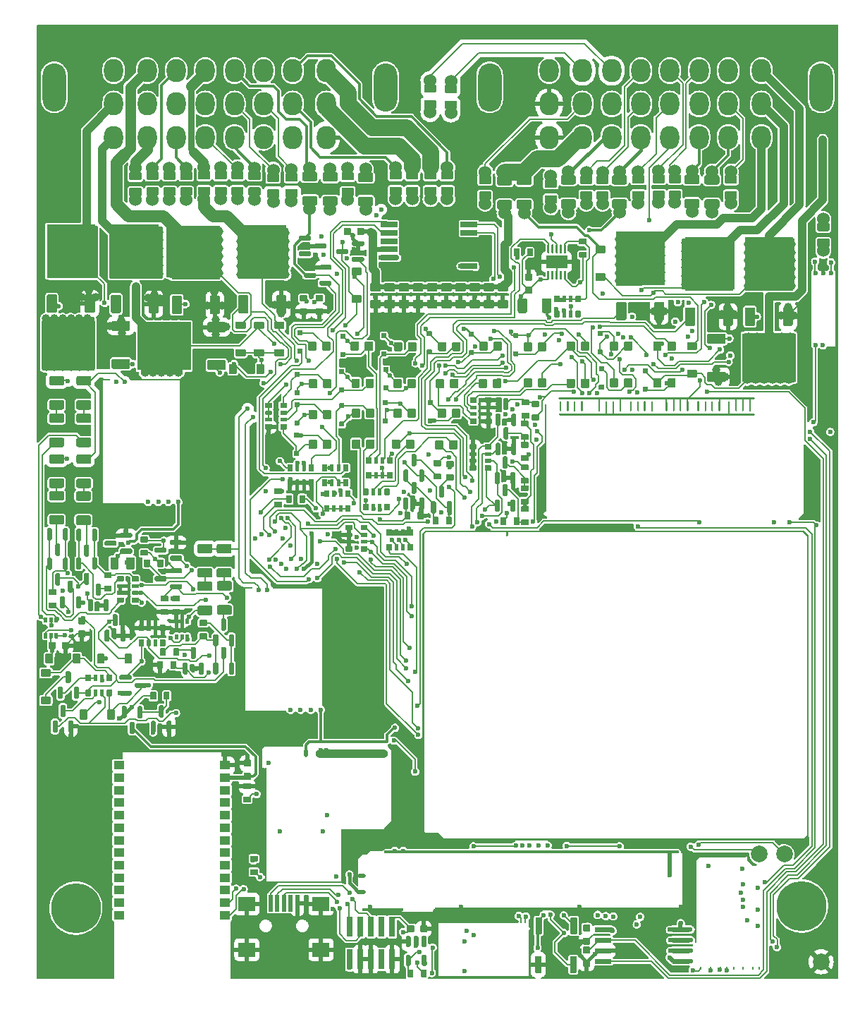
<source format=gtl>
G04 #@! TF.GenerationSoftware,KiCad,Pcbnew,(6.0.9)*
G04 #@! TF.CreationDate,2023-02-02T23:56:35+03:00*
G04 #@! TF.ProjectId,alphax_4ch,616c7068-6178-45f3-9463-682e6b696361,a*
G04 #@! TF.SameCoordinates,PX141f5e0PYa2cace0*
G04 #@! TF.FileFunction,Copper,L1,Top*
G04 #@! TF.FilePolarity,Positive*
%FSLAX46Y46*%
G04 Gerber Fmt 4.6, Leading zero omitted, Abs format (unit mm)*
G04 Created by KiCad (PCBNEW (6.0.9)) date 2023-02-02 23:56:35*
%MOMM*%
%LPD*%
G01*
G04 APERTURE LIST*
G04 #@! TA.AperFunction,SMDPad,CuDef*
%ADD10O,0.250000X10.200000*%
G04 #@! TD*
G04 #@! TA.AperFunction,SMDPad,CuDef*
%ADD11O,5.800001X0.250000*%
G04 #@! TD*
G04 #@! TA.AperFunction,SMDPad,CuDef*
%ADD12O,0.200000X0.399999*%
G04 #@! TD*
G04 #@! TA.AperFunction,ComponentPad*
%ADD13C,0.599999*%
G04 #@! TD*
G04 #@! TA.AperFunction,ComponentPad*
%ADD14C,1.524000*%
G04 #@! TD*
G04 #@! TA.AperFunction,ComponentPad*
%ADD15C,6.000000*%
G04 #@! TD*
G04 #@! TA.AperFunction,SMDPad,CuDef*
%ADD16C,2.000000*%
G04 #@! TD*
G04 #@! TA.AperFunction,SMDPad,CuDef*
%ADD17R,5.800000X6.400000*%
G04 #@! TD*
G04 #@! TA.AperFunction,ComponentPad*
%ADD18O,2.800000X5.800000*%
G04 #@! TD*
G04 #@! TA.AperFunction,ComponentPad*
%ADD19O,2.300000X2.800000*%
G04 #@! TD*
G04 #@! TA.AperFunction,SMDPad,CuDef*
%ADD20R,0.500000X2.000000*%
G04 #@! TD*
G04 #@! TA.AperFunction,SMDPad,CuDef*
%ADD21R,2.000000X1.700000*%
G04 #@! TD*
G04 #@! TA.AperFunction,SMDPad,CuDef*
%ADD22R,6.400000X5.800000*%
G04 #@! TD*
G04 #@! TA.AperFunction,SMDPad,CuDef*
%ADD23R,2.000000X0.650000*%
G04 #@! TD*
G04 #@! TA.AperFunction,SMDPad,CuDef*
%ADD24R,4.500000X8.100000*%
G04 #@! TD*
G04 #@! TA.AperFunction,SMDPad,CuDef*
%ADD25O,0.200000X5.669999*%
G04 #@! TD*
G04 #@! TA.AperFunction,SMDPad,CuDef*
%ADD26O,11.100001X0.200000*%
G04 #@! TD*
G04 #@! TA.AperFunction,SMDPad,CuDef*
%ADD27O,0.499999X0.250000*%
G04 #@! TD*
G04 #@! TA.AperFunction,SMDPad,CuDef*
%ADD28O,0.200000X6.799999*%
G04 #@! TD*
G04 #@! TA.AperFunction,SMDPad,CuDef*
%ADD29O,9.800001X0.399999*%
G04 #@! TD*
G04 #@! TA.AperFunction,SMDPad,CuDef*
%ADD30O,0.250000X0.499999*%
G04 #@! TD*
G04 #@! TA.AperFunction,SMDPad,CuDef*
%ADD31O,0.499999X1.000001*%
G04 #@! TD*
G04 #@! TA.AperFunction,SMDPad,CuDef*
%ADD32O,8.744829X1.000001*%
G04 #@! TD*
G04 #@! TA.AperFunction,SMDPad,CuDef*
%ADD33O,0.399999X9.000000*%
G04 #@! TD*
G04 #@! TA.AperFunction,SMDPad,CuDef*
%ADD34O,5.399999X0.399999*%
G04 #@! TD*
G04 #@! TA.AperFunction,SMDPad,CuDef*
%ADD35O,0.200000X6.500000*%
G04 #@! TD*
G04 #@! TA.AperFunction,SMDPad,CuDef*
%ADD36O,0.200000X13.800000*%
G04 #@! TD*
G04 #@! TA.AperFunction,SMDPad,CuDef*
%ADD37O,0.499999X0.200000*%
G04 #@! TD*
G04 #@! TA.AperFunction,SMDPad,CuDef*
%ADD38O,9.199999X0.200000*%
G04 #@! TD*
G04 #@! TA.AperFunction,ComponentPad*
%ADD39C,0.600000*%
G04 #@! TD*
G04 #@! TA.AperFunction,SMDPad,CuDef*
%ADD40R,6.185000X0.250000*%
G04 #@! TD*
G04 #@! TA.AperFunction,SMDPad,CuDef*
%ADD41R,0.250000X14.275000*%
G04 #@! TD*
G04 #@! TA.AperFunction,SMDPad,CuDef*
%ADD42R,0.250000X15.100000*%
G04 #@! TD*
G04 #@! TA.AperFunction,SMDPad,CuDef*
%ADD43R,1.115000X0.250000*%
G04 #@! TD*
G04 #@! TA.AperFunction,SMDPad,CuDef*
%ADD44R,5.175000X0.250000*%
G04 #@! TD*
G04 #@! TA.AperFunction,SMDPad,CuDef*
%ADD45R,2.600000X1.500000*%
G04 #@! TD*
G04 #@! TA.AperFunction,SMDPad,CuDef*
%ADD46R,1.300000X1.000000*%
G04 #@! TD*
G04 #@! TA.AperFunction,SMDPad,CuDef*
%ADD47O,0.200000X9.300000*%
G04 #@! TD*
G04 #@! TA.AperFunction,SMDPad,CuDef*
%ADD48O,1.200000X0.200000*%
G04 #@! TD*
G04 #@! TA.AperFunction,SMDPad,CuDef*
%ADD49O,5.000000X0.399999*%
G04 #@! TD*
G04 #@! TA.AperFunction,SMDPad,CuDef*
%ADD50O,0.399999X7.200001*%
G04 #@! TD*
G04 #@! TA.AperFunction,SMDPad,CuDef*
%ADD51O,30.000001X0.399999*%
G04 #@! TD*
G04 #@! TA.AperFunction,SMDPad,CuDef*
%ADD52O,1.000001X0.499999*%
G04 #@! TD*
G04 #@! TA.AperFunction,SMDPad,CuDef*
%ADD53O,0.200000X3.099999*%
G04 #@! TD*
G04 #@! TA.AperFunction,SMDPad,CuDef*
%ADD54O,0.499999X2.999999*%
G04 #@! TD*
G04 #@! TA.AperFunction,SMDPad,CuDef*
%ADD55O,35.400000X0.399999*%
G04 #@! TD*
G04 #@! TA.AperFunction,SMDPad,CuDef*
%ADD56R,0.740000X2.400000*%
G04 #@! TD*
G04 #@! TA.AperFunction,ViaPad*
%ADD57C,0.600000*%
G04 #@! TD*
G04 #@! TA.AperFunction,ViaPad*
%ADD58C,1.000000*%
G04 #@! TD*
G04 #@! TA.AperFunction,ViaPad*
%ADD59C,1.500000*%
G04 #@! TD*
G04 #@! TA.AperFunction,Conductor*
%ADD60C,0.200000*%
G04 #@! TD*
G04 #@! TA.AperFunction,Conductor*
%ADD61C,0.508000*%
G04 #@! TD*
G04 #@! TA.AperFunction,Conductor*
%ADD62C,0.400000*%
G04 #@! TD*
G04 #@! TA.AperFunction,Conductor*
%ADD63C,1.000000*%
G04 #@! TD*
G04 #@! TA.AperFunction,Conductor*
%ADD64C,0.600000*%
G04 #@! TD*
G04 #@! TA.AperFunction,Conductor*
%ADD65C,0.500000*%
G04 #@! TD*
G04 #@! TA.AperFunction,Conductor*
%ADD66C,0.300000*%
G04 #@! TD*
G04 #@! TA.AperFunction,Conductor*
%ADD67C,0.203200*%
G04 #@! TD*
G04 #@! TA.AperFunction,Conductor*
%ADD68C,2.000000*%
G04 #@! TD*
G04 #@! TA.AperFunction,Conductor*
%ADD69C,1.300000*%
G04 #@! TD*
G04 #@! TA.AperFunction,Conductor*
%ADD70C,1.200000*%
G04 #@! TD*
G04 #@! TA.AperFunction,Conductor*
%ADD71C,1.400000*%
G04 #@! TD*
G04 #@! TA.AperFunction,Conductor*
%ADD72C,0.800000*%
G04 #@! TD*
G04 APERTURE END LIST*
G04 #@! TO.P,C10,1*
G04 #@! TO.N,+12V_ETB*
G04 #@! TA.AperFunction,SMDPad,CuDef*
G36*
G01*
X45375000Y83600000D02*
X46425000Y83600000D01*
G75*
G02*
X46525000Y83500000I0J-100000D01*
G01*
X46525000Y82700000D01*
G75*
G02*
X46425000Y82600000I-100000J0D01*
G01*
X45375000Y82600000D01*
G75*
G02*
X45275000Y82700000I0J100000D01*
G01*
X45275000Y83500000D01*
G75*
G02*
X45375000Y83600000I100000J0D01*
G01*
G37*
G04 #@! TD.AperFunction*
G04 #@! TO.P,C10,2*
G04 #@! TO.N,GND*
G04 #@! TA.AperFunction,SMDPad,CuDef*
G36*
G01*
X45375000Y81600000D02*
X46425000Y81600000D01*
G75*
G02*
X46525000Y81500000I0J-100000D01*
G01*
X46525000Y80700000D01*
G75*
G02*
X46425000Y80600000I-100000J0D01*
G01*
X45375000Y80600000D01*
G75*
G02*
X45275000Y80700000I0J100000D01*
G01*
X45275000Y81500000D01*
G75*
G02*
X45375000Y81600000I100000J0D01*
G01*
G37*
G04 #@! TD.AperFunction*
G04 #@! TD*
D10*
G04 #@! TO.P,M4,G,GND*
G04 #@! TO.N,GND*
X79279889Y9500001D03*
D11*
X82392389Y14749996D03*
G04 #@! TA.AperFunction,SMDPad,CuDef*
G36*
G01*
X79200084Y14370187D02*
X79200084Y14370187D01*
G75*
G02*
X79200084Y14546963I88388J88388D01*
G01*
X79482926Y14829805D01*
G75*
G02*
X79659702Y14829805I88388J-88388D01*
G01*
X79659702Y14829805D01*
G75*
G02*
X79659702Y14653029I-88388J-88388D01*
G01*
X79376860Y14370187D01*
G75*
G02*
X79200084Y14370187I-88388J88388D01*
G01*
G37*
G04 #@! TD.AperFunction*
D12*
G04 #@! TO.P,M4,S1,OUT_IGN8*
G04 #@! TO.N,unconnected-(M4-PadS1)*
X86904837Y1375379D03*
G04 #@! TO.P,M4,S2,OUT_IGN7*
G04 #@! TO.N,unconnected-(M4-PadS2)*
X86144858Y1375379D03*
G04 #@! TO.P,M4,S3,OUT_IGN6*
G04 #@! TO.N,unconnected-(M4-PadS3)*
X84969865Y1375379D03*
G04 #@! TO.P,M4,S4,OUT_IGN5*
G04 #@! TO.N,unconnected-(M4-PadS4)*
X83794878Y1375379D03*
G04 #@! TO.P,M4,S5,OUT_IGN4*
G04 #@! TO.N,/OUT_IGN4*
X82954966Y1375379D03*
G04 #@! TO.P,M4,S6,OUT_IGN3*
G04 #@! TO.N,/OUT_IGN3*
X82204894Y1375379D03*
G04 #@! TO.P,M4,S7,OUT_IGN2*
G04 #@! TO.N,/OUT_IGN2*
X81029883Y1375379D03*
G04 #@! TO.P,M4,S8,OUT_IGN1*
G04 #@! TO.N,/OUT_IGN1*
X79854886Y1375379D03*
D13*
G04 #@! TO.P,M4,V1,IGN8*
G04 #@! TO.N,GND*
X84894889Y11474986D03*
G04 #@! TO.P,M4,V2,IGN7*
X86729899Y11049978D03*
G04 #@! TO.P,M4,V3,IGN6*
X84679891Y10499981D03*
G04 #@! TO.P,M4,V4,IGN5*
X84894886Y9625022D03*
G04 #@! TO.P,M4,V5,IGN4*
G04 #@! TO.N,/IGN4*
X84969893Y8774999D03*
G04 #@! TO.P,M4,V6,IGN3*
G04 #@! TO.N,/IGN3*
X86729899Y8449983D03*
G04 #@! TO.P,M4,V7,IGN2*
G04 #@! TO.N,/IGN2*
X85419899Y7150016D03*
G04 #@! TO.P,M4,V8,IGN1*
G04 #@! TO.N,/IGN1*
X86729899Y6499999D03*
G04 #@! TO.P,M4,V9,VCC*
G04 #@! TO.N,+5V_IGN*
X80804884Y13675002D03*
G04 #@! TO.P,M4,V10,V33*
G04 #@! TO.N,+3V3_IGN*
X84879890Y13375000D03*
G04 #@! TD*
G04 #@! TO.P,D53,1,K*
G04 #@! TO.N,+12V_RAW*
G04 #@! TA.AperFunction,SMDPad,CuDef*
G36*
G01*
X25110000Y74805000D02*
X24090000Y74805000D01*
G75*
G02*
X24000000Y74895000I0J90000D01*
G01*
X24000000Y75615000D01*
G75*
G02*
X24090000Y75705000I90000J0D01*
G01*
X25110000Y75705000D01*
G75*
G02*
X25200000Y75615000I0J-90000D01*
G01*
X25200000Y74895000D01*
G75*
G02*
X25110000Y74805000I-90000J0D01*
G01*
G37*
G04 #@! TD.AperFunction*
G04 #@! TO.P,D53,2,A*
G04 #@! TO.N,/OUT_VVT1*
G04 #@! TA.AperFunction,SMDPad,CuDef*
G36*
G01*
X25110000Y78105000D02*
X24090000Y78105000D01*
G75*
G02*
X24000000Y78195000I0J90000D01*
G01*
X24000000Y78915000D01*
G75*
G02*
X24090000Y79005000I90000J0D01*
G01*
X25110000Y79005000D01*
G75*
G02*
X25200000Y78915000I0J-90000D01*
G01*
X25200000Y78195000D01*
G75*
G02*
X25110000Y78105000I-90000J0D01*
G01*
G37*
G04 #@! TD.AperFunction*
G04 #@! TD*
G04 #@! TO.P,R8,1,1*
G04 #@! TO.N,/CAN-*
G04 #@! TA.AperFunction,SMDPad,CuDef*
G36*
G01*
X77375000Y93699999D02*
X76125000Y93699999D01*
G75*
G02*
X76025000Y93799999I0J100000D01*
G01*
X76025000Y94599999D01*
G75*
G02*
X76125000Y94699999I100000J0D01*
G01*
X77375000Y94699999D01*
G75*
G02*
X77475000Y94599999I0J-100000D01*
G01*
X77475000Y93799999D01*
G75*
G02*
X77375000Y93699999I-100000J0D01*
G01*
G37*
G04 #@! TD.AperFunction*
D14*
X76750000Y93245000D03*
G04 #@! TO.P,R8,2,2*
G04 #@! TO.N,/C6*
G04 #@! TA.AperFunction,SMDPad,CuDef*
G36*
G01*
X77375000Y95600021D02*
X76125000Y95600021D01*
G75*
G02*
X76025000Y95700021I0J100000D01*
G01*
X76025000Y96500021D01*
G75*
G02*
X76125000Y96600021I100000J0D01*
G01*
X77375000Y96600021D01*
G75*
G02*
X77475000Y96500021I0J-100000D01*
G01*
X77475000Y95700021D01*
G75*
G02*
X77375000Y95600021I-100000J0D01*
G01*
G37*
G04 #@! TD.AperFunction*
X76750000Y97055000D03*
G04 #@! TD*
G04 #@! TO.P,C18,1*
G04 #@! TO.N,GND*
G04 #@! TA.AperFunction,SMDPad,CuDef*
G36*
G01*
X66490000Y4224999D02*
X65810000Y4224999D01*
G75*
G02*
X65725000Y4309999I0J85000D01*
G01*
X65725000Y4989999D01*
G75*
G02*
X65810000Y5074999I85000J0D01*
G01*
X66490000Y5074999D01*
G75*
G02*
X66575000Y4989999I0J-85000D01*
G01*
X66575000Y4309999D01*
G75*
G02*
X66490000Y4224999I-85000J0D01*
G01*
G37*
G04 #@! TD.AperFunction*
G04 #@! TO.P,C18,2*
G04 #@! TO.N,+3V3*
G04 #@! TA.AperFunction,SMDPad,CuDef*
G36*
G01*
X66490000Y5805001D02*
X65810000Y5805001D01*
G75*
G02*
X65725000Y5890001I0J85000D01*
G01*
X65725000Y6570001D01*
G75*
G02*
X65810000Y6655001I85000J0D01*
G01*
X66490000Y6655001D01*
G75*
G02*
X66575000Y6570001I0J-85000D01*
G01*
X66575000Y5890001D01*
G75*
G02*
X66490000Y5805001I-85000J0D01*
G01*
G37*
G04 #@! TD.AperFunction*
G04 #@! TD*
G04 #@! TO.P,R29,1*
G04 #@! TO.N,Net-(Q20-Pad2)*
G04 #@! TA.AperFunction,SMDPad,CuDef*
G36*
G01*
X12610000Y53200010D02*
X13390000Y53200010D01*
G75*
G02*
X13460000Y53130010I0J-70000D01*
G01*
X13460000Y52570010D01*
G75*
G02*
X13390000Y52500010I-70000J0D01*
G01*
X12610000Y52500010D01*
G75*
G02*
X12540000Y52570010I0J70000D01*
G01*
X12540000Y53130010D01*
G75*
G02*
X12610000Y53200010I70000J0D01*
G01*
G37*
G04 #@! TD.AperFunction*
G04 #@! TO.P,R29,2*
G04 #@! TO.N,+5VAS*
G04 #@! TA.AperFunction,SMDPad,CuDef*
G36*
G01*
X12610000Y51600010D02*
X13390000Y51600010D01*
G75*
G02*
X13460000Y51530010I0J-70000D01*
G01*
X13460000Y50970010D01*
G75*
G02*
X13390000Y50900010I-70000J0D01*
G01*
X12610000Y50900010D01*
G75*
G02*
X12540000Y50970010I0J70000D01*
G01*
X12540000Y51530010D01*
G75*
G02*
X12610000Y51600010I70000J0D01*
G01*
G37*
G04 #@! TD.AperFunction*
G04 #@! TD*
G04 #@! TO.P,R90,1*
G04 #@! TO.N,+3V3*
G04 #@! TA.AperFunction,SMDPad,CuDef*
G36*
G01*
X25810000Y14900000D02*
X26590000Y14900000D01*
G75*
G02*
X26660000Y14830000I0J-70000D01*
G01*
X26660000Y14270000D01*
G75*
G02*
X26590000Y14200000I-70000J0D01*
G01*
X25810000Y14200000D01*
G75*
G02*
X25740000Y14270000I0J70000D01*
G01*
X25740000Y14830000D01*
G75*
G02*
X25810000Y14900000I70000J0D01*
G01*
G37*
G04 #@! TD.AperFunction*
G04 #@! TO.P,R90,2*
G04 #@! TO.N,/ETB_DIS*
G04 #@! TA.AperFunction,SMDPad,CuDef*
G36*
G01*
X25810000Y13300000D02*
X26590000Y13300000D01*
G75*
G02*
X26660000Y13230000I0J-70000D01*
G01*
X26660000Y12670000D01*
G75*
G02*
X26590000Y12600000I-70000J0D01*
G01*
X25810000Y12600000D01*
G75*
G02*
X25740000Y12670000I0J70000D01*
G01*
X25740000Y13230000D01*
G75*
G02*
X25810000Y13300000I70000J0D01*
G01*
G37*
G04 #@! TD.AperFunction*
G04 #@! TD*
G04 #@! TO.P,R2,1*
G04 #@! TO.N,+12V*
G04 #@! TA.AperFunction,SMDPad,CuDef*
G36*
G01*
X34600000Y56215000D02*
X34600000Y56885000D01*
G75*
G02*
X34665000Y56950000I65000J0D01*
G01*
X35185000Y56950000D01*
G75*
G02*
X35250000Y56885000I0J-65000D01*
G01*
X35250000Y56215000D01*
G75*
G02*
X35185000Y56150000I-65000J0D01*
G01*
X34665000Y56150000D01*
G75*
G02*
X34600000Y56215000I0J65000D01*
G01*
G37*
G04 #@! TD.AperFunction*
G04 #@! TO.P,R2,2*
G04 #@! TA.AperFunction,SMDPad,CuDef*
G36*
G01*
X35575000Y56195000D02*
X35575000Y56905000D01*
G75*
G02*
X35620000Y56950000I45000J0D01*
G01*
X35980000Y56950000D01*
G75*
G02*
X36025000Y56905000I0J-45000D01*
G01*
X36025000Y56195000D01*
G75*
G02*
X35980000Y56150000I-45000J0D01*
G01*
X35620000Y56150000D01*
G75*
G02*
X35575000Y56195000I0J45000D01*
G01*
G37*
G04 #@! TD.AperFunction*
G04 #@! TO.P,R2,3*
G04 #@! TA.AperFunction,SMDPad,CuDef*
G36*
G01*
X36375000Y56195000D02*
X36375000Y56905000D01*
G75*
G02*
X36420000Y56950000I45000J0D01*
G01*
X36780000Y56950000D01*
G75*
G02*
X36825000Y56905000I0J-45000D01*
G01*
X36825000Y56195000D01*
G75*
G02*
X36780000Y56150000I-45000J0D01*
G01*
X36420000Y56150000D01*
G75*
G02*
X36375000Y56195000I0J45000D01*
G01*
G37*
G04 #@! TD.AperFunction*
G04 #@! TO.P,R2,4*
G04 #@! TA.AperFunction,SMDPad,CuDef*
G36*
G01*
X37150000Y56215000D02*
X37150000Y56885000D01*
G75*
G02*
X37215000Y56950000I65000J0D01*
G01*
X37735000Y56950000D01*
G75*
G02*
X37800000Y56885000I0J-65000D01*
G01*
X37800000Y56215000D01*
G75*
G02*
X37735000Y56150000I-65000J0D01*
G01*
X37215000Y56150000D01*
G75*
G02*
X37150000Y56215000I0J65000D01*
G01*
G37*
G04 #@! TD.AperFunction*
G04 #@! TO.P,R2,5*
G04 #@! TO.N,Net-(D3-Pad1)*
G04 #@! TA.AperFunction,SMDPad,CuDef*
G36*
G01*
X37150000Y58015000D02*
X37150000Y58685000D01*
G75*
G02*
X37215000Y58750000I65000J0D01*
G01*
X37735000Y58750000D01*
G75*
G02*
X37800000Y58685000I0J-65000D01*
G01*
X37800000Y58015000D01*
G75*
G02*
X37735000Y57950000I-65000J0D01*
G01*
X37215000Y57950000D01*
G75*
G02*
X37150000Y58015000I0J65000D01*
G01*
G37*
G04 #@! TD.AperFunction*
G04 #@! TO.P,R2,6*
G04 #@! TO.N,Net-(D2-Pad1)*
G04 #@! TA.AperFunction,SMDPad,CuDef*
G36*
G01*
X36375000Y57995000D02*
X36375000Y58705000D01*
G75*
G02*
X36420000Y58750000I45000J0D01*
G01*
X36780000Y58750000D01*
G75*
G02*
X36825000Y58705000I0J-45000D01*
G01*
X36825000Y57995000D01*
G75*
G02*
X36780000Y57950000I-45000J0D01*
G01*
X36420000Y57950000D01*
G75*
G02*
X36375000Y57995000I0J45000D01*
G01*
G37*
G04 #@! TD.AperFunction*
G04 #@! TO.P,R2,7*
G04 #@! TO.N,Net-(D14-Pad1)*
G04 #@! TA.AperFunction,SMDPad,CuDef*
G36*
G01*
X35575000Y57995000D02*
X35575000Y58705000D01*
G75*
G02*
X35620000Y58750000I45000J0D01*
G01*
X35980000Y58750000D01*
G75*
G02*
X36025000Y58705000I0J-45000D01*
G01*
X36025000Y57995000D01*
G75*
G02*
X35980000Y57950000I-45000J0D01*
G01*
X35620000Y57950000D01*
G75*
G02*
X35575000Y57995000I0J45000D01*
G01*
G37*
G04 #@! TD.AperFunction*
G04 #@! TO.P,R2,8*
G04 #@! TO.N,Net-(D13-Pad1)*
G04 #@! TA.AperFunction,SMDPad,CuDef*
G36*
G01*
X34600000Y58015000D02*
X34600000Y58685000D01*
G75*
G02*
X34665000Y58750000I65000J0D01*
G01*
X35185000Y58750000D01*
G75*
G02*
X35250000Y58685000I0J-65000D01*
G01*
X35250000Y58015000D01*
G75*
G02*
X35185000Y57950000I-65000J0D01*
G01*
X34665000Y57950000D01*
G75*
G02*
X34600000Y58015000I0J65000D01*
G01*
G37*
G04 #@! TD.AperFunction*
G04 #@! TD*
G04 #@! TO.P,D36,1,A*
G04 #@! TO.N,Net-(D36-Pad1)*
G04 #@! TA.AperFunction,SMDPad,CuDef*
G36*
G01*
X50649999Y64649998D02*
X50649999Y63749998D01*
G75*
G02*
X50549999Y63649998I-100000J0D01*
G01*
X49749999Y63649998D01*
G75*
G02*
X49649999Y63749998I0J100000D01*
G01*
X49649999Y64649998D01*
G75*
G02*
X49749999Y64749998I100000J0D01*
G01*
X50549999Y64749998D01*
G75*
G02*
X50649999Y64649998I0J-100000D01*
G01*
G37*
G04 #@! TD.AperFunction*
G04 #@! TO.P,D36,2,K*
G04 #@! TO.N,/HALL3*
G04 #@! TA.AperFunction,SMDPad,CuDef*
G36*
G01*
X48949999Y64649998D02*
X48949999Y63749998D01*
G75*
G02*
X48849999Y63649998I-100000J0D01*
G01*
X48049999Y63649998D01*
G75*
G02*
X47949999Y63749998I0J100000D01*
G01*
X47949999Y64649998D01*
G75*
G02*
X48049999Y64749998I100000J0D01*
G01*
X48849999Y64749998D01*
G75*
G02*
X48949999Y64649998I0J-100000D01*
G01*
G37*
G04 #@! TD.AperFunction*
G04 #@! TD*
G04 #@! TO.P,R4,1*
G04 #@! TO.N,GND*
G04 #@! TA.AperFunction,SMDPad,CuDef*
G36*
G01*
X54685000Y66700000D02*
X54015000Y66700000D01*
G75*
G02*
X53950000Y66765000I0J65000D01*
G01*
X53950000Y67285000D01*
G75*
G02*
X54015000Y67350000I65000J0D01*
G01*
X54685000Y67350000D01*
G75*
G02*
X54750000Y67285000I0J-65000D01*
G01*
X54750000Y66765000D01*
G75*
G02*
X54685000Y66700000I-65000J0D01*
G01*
G37*
G04 #@! TD.AperFunction*
G04 #@! TO.P,R4,2*
G04 #@! TA.AperFunction,SMDPad,CuDef*
G36*
G01*
X54705000Y67675000D02*
X53995000Y67675000D01*
G75*
G02*
X53950000Y67720000I0J45000D01*
G01*
X53950000Y68080000D01*
G75*
G02*
X53995000Y68125000I45000J0D01*
G01*
X54705000Y68125000D01*
G75*
G02*
X54750000Y68080000I0J-45000D01*
G01*
X54750000Y67720000D01*
G75*
G02*
X54705000Y67675000I-45000J0D01*
G01*
G37*
G04 #@! TD.AperFunction*
G04 #@! TO.P,R4,3*
G04 #@! TA.AperFunction,SMDPad,CuDef*
G36*
G01*
X54705000Y68475000D02*
X53995000Y68475000D01*
G75*
G02*
X53950000Y68520000I0J45000D01*
G01*
X53950000Y68880000D01*
G75*
G02*
X53995000Y68925000I45000J0D01*
G01*
X54705000Y68925000D01*
G75*
G02*
X54750000Y68880000I0J-45000D01*
G01*
X54750000Y68520000D01*
G75*
G02*
X54705000Y68475000I-45000J0D01*
G01*
G37*
G04 #@! TD.AperFunction*
G04 #@! TO.P,R4,4*
G04 #@! TA.AperFunction,SMDPad,CuDef*
G36*
G01*
X54685000Y69250000D02*
X54015000Y69250000D01*
G75*
G02*
X53950000Y69315000I0J65000D01*
G01*
X53950000Y69835000D01*
G75*
G02*
X54015000Y69900000I65000J0D01*
G01*
X54685000Y69900000D01*
G75*
G02*
X54750000Y69835000I0J-65000D01*
G01*
X54750000Y69315000D01*
G75*
G02*
X54685000Y69250000I-65000J0D01*
G01*
G37*
G04 #@! TD.AperFunction*
G04 #@! TO.P,R4,5*
G04 #@! TO.N,Net-(D24-Pad2)*
G04 #@! TA.AperFunction,SMDPad,CuDef*
G36*
G01*
X52885000Y69250000D02*
X52215000Y69250000D01*
G75*
G02*
X52150000Y69315000I0J65000D01*
G01*
X52150000Y69835000D01*
G75*
G02*
X52215000Y69900000I65000J0D01*
G01*
X52885000Y69900000D01*
G75*
G02*
X52950000Y69835000I0J-65000D01*
G01*
X52950000Y69315000D01*
G75*
G02*
X52885000Y69250000I-65000J0D01*
G01*
G37*
G04 #@! TD.AperFunction*
G04 #@! TO.P,R4,6*
G04 #@! TO.N,Net-(D23-Pad2)*
G04 #@! TA.AperFunction,SMDPad,CuDef*
G36*
G01*
X52905000Y68475000D02*
X52195000Y68475000D01*
G75*
G02*
X52150000Y68520000I0J45000D01*
G01*
X52150000Y68880000D01*
G75*
G02*
X52195000Y68925000I45000J0D01*
G01*
X52905000Y68925000D01*
G75*
G02*
X52950000Y68880000I0J-45000D01*
G01*
X52950000Y68520000D01*
G75*
G02*
X52905000Y68475000I-45000J0D01*
G01*
G37*
G04 #@! TD.AperFunction*
G04 #@! TO.P,R4,7*
G04 #@! TO.N,Net-(D19-Pad2)*
G04 #@! TA.AperFunction,SMDPad,CuDef*
G36*
G01*
X52905000Y67675000D02*
X52195000Y67675000D01*
G75*
G02*
X52150000Y67720000I0J45000D01*
G01*
X52150000Y68080000D01*
G75*
G02*
X52195000Y68125000I45000J0D01*
G01*
X52905000Y68125000D01*
G75*
G02*
X52950000Y68080000I0J-45000D01*
G01*
X52950000Y67720000D01*
G75*
G02*
X52905000Y67675000I-45000J0D01*
G01*
G37*
G04 #@! TD.AperFunction*
G04 #@! TO.P,R4,8*
G04 #@! TO.N,Net-(D18-Pad2)*
G04 #@! TA.AperFunction,SMDPad,CuDef*
G36*
G01*
X52885000Y66700000D02*
X52215000Y66700000D01*
G75*
G02*
X52150000Y66765000I0J65000D01*
G01*
X52150000Y67285000D01*
G75*
G02*
X52215000Y67350000I65000J0D01*
G01*
X52885000Y67350000D01*
G75*
G02*
X52950000Y67285000I0J-65000D01*
G01*
X52950000Y66765000D01*
G75*
G02*
X52885000Y66700000I-65000J0D01*
G01*
G37*
G04 #@! TD.AperFunction*
G04 #@! TD*
G04 #@! TO.P,D30,1,K*
G04 #@! TO.N,Net-(D11-Pad1)*
G04 #@! TA.AperFunction,SMDPad,CuDef*
G36*
G01*
X67450000Y75111499D02*
X67450000Y75591499D01*
G75*
G02*
X67510000Y75651499I60000J0D01*
G01*
X67990000Y75651499D01*
G75*
G02*
X68050000Y75591499I0J-60000D01*
G01*
X68050000Y75111499D01*
G75*
G02*
X67990000Y75051499I-60000J0D01*
G01*
X67510000Y75051499D01*
G75*
G02*
X67450000Y75111499I0J60000D01*
G01*
G37*
G04 #@! TD.AperFunction*
G04 #@! TO.P,D30,2,A*
G04 #@! TO.N,/IN_CAM_HALL*
G04 #@! TA.AperFunction,SMDPad,CuDef*
G36*
G01*
X67450000Y77311499D02*
X67450000Y77791499D01*
G75*
G02*
X67510000Y77851499I60000J0D01*
G01*
X67990000Y77851499D01*
G75*
G02*
X68050000Y77791499I0J-60000D01*
G01*
X68050000Y77311499D01*
G75*
G02*
X67990000Y77251499I-60000J0D01*
G01*
X67510000Y77251499D01*
G75*
G02*
X67450000Y77311499I0J60000D01*
G01*
G37*
G04 #@! TD.AperFunction*
G04 #@! TD*
G04 #@! TO.P,C3,1*
G04 #@! TO.N,GND*
G04 #@! TA.AperFunction,SMDPad,CuDef*
G36*
G01*
X25060000Y26435001D02*
X25740000Y26435001D01*
G75*
G02*
X25825000Y26350001I0J-85000D01*
G01*
X25825000Y25670001D01*
G75*
G02*
X25740000Y25585001I-85000J0D01*
G01*
X25060000Y25585001D01*
G75*
G02*
X24975000Y25670001I0J85000D01*
G01*
X24975000Y26350001D01*
G75*
G02*
X25060000Y26435001I85000J0D01*
G01*
G37*
G04 #@! TD.AperFunction*
G04 #@! TO.P,C3,2*
G04 #@! TO.N,/BT_3V3*
G04 #@! TA.AperFunction,SMDPad,CuDef*
G36*
G01*
X25060000Y24854999D02*
X25740000Y24854999D01*
G75*
G02*
X25825000Y24769999I0J-85000D01*
G01*
X25825000Y24089999D01*
G75*
G02*
X25740000Y24004999I-85000J0D01*
G01*
X25060000Y24004999D01*
G75*
G02*
X24975000Y24089999I0J85000D01*
G01*
X24975000Y24769999D01*
G75*
G02*
X25060000Y24854999I85000J0D01*
G01*
G37*
G04 #@! TD.AperFunction*
G04 #@! TD*
G04 #@! TO.P,D46,1,K*
G04 #@! TO.N,Net-(D40-Pad1)*
G04 #@! TA.AperFunction,SMDPad,CuDef*
G36*
G01*
X31650000Y69290000D02*
X31650000Y68810000D01*
G75*
G02*
X31590000Y68750000I-60000J0D01*
G01*
X31110000Y68750000D01*
G75*
G02*
X31050000Y68810000I0J60000D01*
G01*
X31050000Y69290000D01*
G75*
G02*
X31110000Y69350000I60000J0D01*
G01*
X31590000Y69350000D01*
G75*
G02*
X31650000Y69290000I0J-60000D01*
G01*
G37*
G04 #@! TD.AperFunction*
G04 #@! TO.P,D46,2,A*
G04 #@! TO.N,/OUT_VVT2*
G04 #@! TA.AperFunction,SMDPad,CuDef*
G36*
G01*
X31650000Y67090000D02*
X31650000Y66610000D01*
G75*
G02*
X31590000Y66550000I-60000J0D01*
G01*
X31110000Y66550000D01*
G75*
G02*
X31050000Y66610000I0J60000D01*
G01*
X31050000Y67090000D01*
G75*
G02*
X31110000Y67150000I60000J0D01*
G01*
X31590000Y67150000D01*
G75*
G02*
X31650000Y67090000I0J-60000D01*
G01*
G37*
G04 #@! TD.AperFunction*
G04 #@! TD*
G04 #@! TO.P,R87,1*
G04 #@! TO.N,/IN_D3*
G04 #@! TA.AperFunction,SMDPad,CuDef*
G36*
G01*
X58310000Y61850000D02*
X59090000Y61850000D01*
G75*
G02*
X59160000Y61780000I0J-70000D01*
G01*
X59160000Y61220000D01*
G75*
G02*
X59090000Y61150000I-70000J0D01*
G01*
X58310000Y61150000D01*
G75*
G02*
X58240000Y61220000I0J70000D01*
G01*
X58240000Y61780000D01*
G75*
G02*
X58310000Y61850000I70000J0D01*
G01*
G37*
G04 #@! TD.AperFunction*
G04 #@! TO.P,R87,2*
G04 #@! TO.N,Net-(Q34-Pad2)*
G04 #@! TA.AperFunction,SMDPad,CuDef*
G36*
G01*
X58310000Y60250000D02*
X59090000Y60250000D01*
G75*
G02*
X59160000Y60180000I0J-70000D01*
G01*
X59160000Y59620000D01*
G75*
G02*
X59090000Y59550000I-70000J0D01*
G01*
X58310000Y59550000D01*
G75*
G02*
X58240000Y59620000I0J70000D01*
G01*
X58240000Y60180000D01*
G75*
G02*
X58310000Y60250000I70000J0D01*
G01*
G37*
G04 #@! TD.AperFunction*
G04 #@! TD*
G04 #@! TO.P,R93,1*
G04 #@! TO.N,Net-(Q25-Pad2)*
G04 #@! TA.AperFunction,SMDPad,CuDef*
G36*
G01*
X17200000Y39740000D02*
X17200000Y38960000D01*
G75*
G02*
X17130000Y38890000I-70000J0D01*
G01*
X16570000Y38890000D01*
G75*
G02*
X16500000Y38960000I0J70000D01*
G01*
X16500000Y39740000D01*
G75*
G02*
X16570000Y39810000I70000J0D01*
G01*
X17130000Y39810000D01*
G75*
G02*
X17200000Y39740000I0J-70000D01*
G01*
G37*
G04 #@! TD.AperFunction*
G04 #@! TO.P,R93,2*
G04 #@! TO.N,Net-(Q31-Pad1)*
G04 #@! TA.AperFunction,SMDPad,CuDef*
G36*
G01*
X15600000Y39740000D02*
X15600000Y38960000D01*
G75*
G02*
X15530000Y38890000I-70000J0D01*
G01*
X14970000Y38890000D01*
G75*
G02*
X14900000Y38960000I0J70000D01*
G01*
X14900000Y39740000D01*
G75*
G02*
X14970000Y39810000I70000J0D01*
G01*
X15530000Y39810000D01*
G75*
G02*
X15600000Y39740000I0J-70000D01*
G01*
G37*
G04 #@! TD.AperFunction*
G04 #@! TD*
G04 #@! TO.P,R95,1*
G04 #@! TO.N,/IN_PPS2*
G04 #@! TA.AperFunction,SMDPad,CuDef*
G36*
G01*
X33660000Y82150000D02*
X34440000Y82150000D01*
G75*
G02*
X34510000Y82080000I0J-70000D01*
G01*
X34510000Y81520000D01*
G75*
G02*
X34440000Y81450000I-70000J0D01*
G01*
X33660000Y81450000D01*
G75*
G02*
X33590000Y81520000I0J70000D01*
G01*
X33590000Y82080000D01*
G75*
G02*
X33660000Y82150000I70000J0D01*
G01*
G37*
G04 #@! TD.AperFunction*
G04 #@! TO.P,R95,2*
G04 #@! TO.N,GND*
G04 #@! TA.AperFunction,SMDPad,CuDef*
G36*
G01*
X33660000Y80550000D02*
X34440000Y80550000D01*
G75*
G02*
X34510000Y80480000I0J-70000D01*
G01*
X34510000Y79920000D01*
G75*
G02*
X34440000Y79850000I-70000J0D01*
G01*
X33660000Y79850000D01*
G75*
G02*
X33590000Y79920000I0J70000D01*
G01*
X33590000Y80480000D01*
G75*
G02*
X33660000Y80550000I70000J0D01*
G01*
G37*
G04 #@! TD.AperFunction*
G04 #@! TD*
D15*
G04 #@! TO.P,J8,1,Pin_1*
G04 #@! TO.N,unconnected-(J8-Pad1)*
X4803000Y8619000D03*
G04 #@! TD*
G04 #@! TO.P,D34,1,A*
G04 #@! TO.N,Net-(D34-Pad1)*
G04 #@! TA.AperFunction,SMDPad,CuDef*
G36*
G01*
X40649999Y64749998D02*
X40649999Y63849998D01*
G75*
G02*
X40549999Y63749998I-100000J0D01*
G01*
X39749999Y63749998D01*
G75*
G02*
X39649999Y63849998I0J100000D01*
G01*
X39649999Y64749998D01*
G75*
G02*
X39749999Y64849998I100000J0D01*
G01*
X40549999Y64849998D01*
G75*
G02*
X40649999Y64749998I0J-100000D01*
G01*
G37*
G04 #@! TD.AperFunction*
G04 #@! TO.P,D34,2,K*
G04 #@! TO.N,/HALL1*
G04 #@! TA.AperFunction,SMDPad,CuDef*
G36*
G01*
X38949999Y64749998D02*
X38949999Y63849998D01*
G75*
G02*
X38849999Y63749998I-100000J0D01*
G01*
X38049999Y63749998D01*
G75*
G02*
X37949999Y63849998I0J100000D01*
G01*
X37949999Y64749998D01*
G75*
G02*
X38049999Y64849998I100000J0D01*
G01*
X38849999Y64849998D01*
G75*
G02*
X38949999Y64749998I0J-100000D01*
G01*
G37*
G04 #@! TD.AperFunction*
G04 #@! TD*
D14*
G04 #@! TO.P,R59,1,1*
G04 #@! TO.N,/E8*
X45200000Y97505000D03*
G04 #@! TA.AperFunction,SMDPad,CuDef*
G36*
G01*
X44575000Y97050001D02*
X45825000Y97050001D01*
G75*
G02*
X45925000Y96950001I0J-100000D01*
G01*
X45925000Y96150001D01*
G75*
G02*
X45825000Y96050001I-100000J0D01*
G01*
X44575000Y96050001D01*
G75*
G02*
X44475000Y96150001I0J100000D01*
G01*
X44475000Y96950001D01*
G75*
G02*
X44575000Y97050001I100000J0D01*
G01*
G37*
G04 #@! TD.AperFunction*
G04 #@! TO.P,R59,2,2*
G04 #@! TO.N,/OUT_ETB-*
X45200000Y93695000D03*
G04 #@! TA.AperFunction,SMDPad,CuDef*
G36*
G01*
X44575000Y95149979D02*
X45825000Y95149979D01*
G75*
G02*
X45925000Y95049979I0J-100000D01*
G01*
X45925000Y94249979D01*
G75*
G02*
X45825000Y94149979I-100000J0D01*
G01*
X44575000Y94149979D01*
G75*
G02*
X44475000Y94249979I0J100000D01*
G01*
X44475000Y95049979D01*
G75*
G02*
X44575000Y95149979I100000J0D01*
G01*
G37*
G04 #@! TD.AperFunction*
G04 #@! TD*
G04 #@! TO.P,R9,1,1*
G04 #@! TO.N,/CAN+*
X74800000Y93245000D03*
G04 #@! TA.AperFunction,SMDPad,CuDef*
G36*
G01*
X75425000Y93699999D02*
X74175000Y93699999D01*
G75*
G02*
X74075000Y93799999I0J100000D01*
G01*
X74075000Y94599999D01*
G75*
G02*
X74175000Y94699999I100000J0D01*
G01*
X75425000Y94699999D01*
G75*
G02*
X75525000Y94599999I0J-100000D01*
G01*
X75525000Y93799999D01*
G75*
G02*
X75425000Y93699999I-100000J0D01*
G01*
G37*
G04 #@! TD.AperFunction*
G04 #@! TO.P,R9,2,2*
G04 #@! TO.N,/C5*
X74800000Y97055000D03*
G04 #@! TA.AperFunction,SMDPad,CuDef*
G36*
G01*
X75425000Y95600021D02*
X74175000Y95600021D01*
G75*
G02*
X74075000Y95700021I0J100000D01*
G01*
X74075000Y96500021D01*
G75*
G02*
X74175000Y96600021I100000J0D01*
G01*
X75425000Y96600021D01*
G75*
G02*
X75525000Y96500021I0J-100000D01*
G01*
X75525000Y95700021D01*
G75*
G02*
X75425000Y95600021I-100000J0D01*
G01*
G37*
G04 #@! TD.AperFunction*
G04 #@! TD*
G04 #@! TO.P,R68,1,1*
G04 #@! TO.N,/IN_TPS2*
G04 #@! TA.AperFunction,SMDPad,CuDef*
G36*
G01*
X24825000Y94149999D02*
X23575000Y94149999D01*
G75*
G02*
X23475000Y94249999I0J100000D01*
G01*
X23475000Y95049999D01*
G75*
G02*
X23575000Y95149999I100000J0D01*
G01*
X24825000Y95149999D01*
G75*
G02*
X24925000Y95049999I0J-100000D01*
G01*
X24925000Y94249999D01*
G75*
G02*
X24825000Y94149999I-100000J0D01*
G01*
G37*
G04 #@! TD.AperFunction*
X24200000Y93695000D03*
G04 #@! TO.P,R68,2,2*
G04 #@! TO.N,/D4*
X24200000Y97505000D03*
G04 #@! TA.AperFunction,SMDPad,CuDef*
G36*
G01*
X24825000Y96050021D02*
X23575000Y96050021D01*
G75*
G02*
X23475000Y96150021I0J100000D01*
G01*
X23475000Y96950021D01*
G75*
G02*
X23575000Y97050021I100000J0D01*
G01*
X24825000Y97050021D01*
G75*
G02*
X24925000Y96950021I0J-100000D01*
G01*
X24925000Y96150021D01*
G75*
G02*
X24825000Y96050021I-100000J0D01*
G01*
G37*
G04 #@! TD.AperFunction*
G04 #@! TD*
G04 #@! TO.P,R21,1*
G04 #@! TO.N,Net-(R21-Pad1)*
G04 #@! TA.AperFunction,SMDPad,CuDef*
G36*
G01*
X3400000Y59945000D02*
X3400000Y59255000D01*
G75*
G02*
X3170000Y59025000I-230000J0D01*
G01*
X1830000Y59025000D01*
G75*
G02*
X1600000Y59255000I0J230000D01*
G01*
X1600000Y59945000D01*
G75*
G02*
X1830000Y60175000I230000J0D01*
G01*
X3170000Y60175000D01*
G75*
G02*
X3400000Y59945000I0J-230000D01*
G01*
G37*
G04 #@! TD.AperFunction*
G04 #@! TO.P,R21,2*
G04 #@! TO.N,/IN_CRANK+*
G04 #@! TA.AperFunction,SMDPad,CuDef*
G36*
G01*
X3400000Y62845020D02*
X3400000Y62155020D01*
G75*
G02*
X3170000Y61925020I-230000J0D01*
G01*
X1830000Y61925020D01*
G75*
G02*
X1600000Y62155020I0J230000D01*
G01*
X1600000Y62845020D01*
G75*
G02*
X1830000Y63075020I230000J0D01*
G01*
X3170000Y63075020D01*
G75*
G02*
X3400000Y62845020I0J-230000D01*
G01*
G37*
G04 #@! TD.AperFunction*
G04 #@! TD*
D16*
G04 #@! TO.P,J5,1,Pin_1*
G04 #@! TO.N,/CAN_RX*
X89900000Y15110000D03*
G04 #@! TD*
G04 #@! TO.P,R82,1*
G04 #@! TO.N,Net-(Q36-Pad2)*
G04 #@! TA.AperFunction,SMDPad,CuDef*
G36*
G01*
X58410000Y69650000D02*
X59190000Y69650000D01*
G75*
G02*
X59260000Y69580000I0J-70000D01*
G01*
X59260000Y69020000D01*
G75*
G02*
X59190000Y68950000I-70000J0D01*
G01*
X58410000Y68950000D01*
G75*
G02*
X58340000Y69020000I0J70000D01*
G01*
X58340000Y69580000D01*
G75*
G02*
X58410000Y69650000I70000J0D01*
G01*
G37*
G04 #@! TD.AperFunction*
G04 #@! TO.P,R82,2*
G04 #@! TO.N,+5VAS*
G04 #@! TA.AperFunction,SMDPad,CuDef*
G36*
G01*
X58410000Y68050000D02*
X59190000Y68050000D01*
G75*
G02*
X59260000Y67980000I0J-70000D01*
G01*
X59260000Y67420000D01*
G75*
G02*
X59190000Y67350000I-70000J0D01*
G01*
X58410000Y67350000D01*
G75*
G02*
X58340000Y67420000I0J70000D01*
G01*
X58340000Y67980000D01*
G75*
G02*
X58410000Y68050000I70000J0D01*
G01*
G37*
G04 #@! TD.AperFunction*
G04 #@! TD*
G04 #@! TO.P,D49,1*
G04 #@! TO.N,/OUT_MAIN*
G04 #@! TA.AperFunction,SMDPad,CuDef*
G36*
G01*
X31575000Y88850000D02*
X31575000Y89150000D01*
G75*
G02*
X31725000Y89300000I150000J0D01*
G01*
X32900000Y89300000D01*
G75*
G02*
X33050000Y89150000I0J-150000D01*
G01*
X33050000Y88850000D01*
G75*
G02*
X32900000Y88700000I-150000J0D01*
G01*
X31725000Y88700000D01*
G75*
G02*
X31575000Y88850000I0J150000D01*
G01*
G37*
G04 #@! TD.AperFunction*
G04 #@! TO.P,D49,2*
G04 #@! TO.N,GND*
G04 #@! TA.AperFunction,SMDPad,CuDef*
G36*
G01*
X33450000Y87900000D02*
X33450000Y88200000D01*
G75*
G02*
X33600000Y88350000I150000J0D01*
G01*
X34775000Y88350000D01*
G75*
G02*
X34925000Y88200000I0J-150000D01*
G01*
X34925000Y87900000D01*
G75*
G02*
X34775000Y87750000I-150000J0D01*
G01*
X33600000Y87750000D01*
G75*
G02*
X33450000Y87900000I0J150000D01*
G01*
G37*
G04 #@! TD.AperFunction*
G04 #@! TO.P,D49,3*
G04 #@! TO.N,unconnected-(D49-Pad3)*
G04 #@! TA.AperFunction,SMDPad,CuDef*
G36*
G01*
X31575000Y86950000D02*
X31575000Y87250000D01*
G75*
G02*
X31725000Y87400000I150000J0D01*
G01*
X32900000Y87400000D01*
G75*
G02*
X33050000Y87250000I0J-150000D01*
G01*
X33050000Y86950000D01*
G75*
G02*
X32900000Y86800000I-150000J0D01*
G01*
X31725000Y86800000D01*
G75*
G02*
X31575000Y86950000I0J150000D01*
G01*
G37*
G04 #@! TD.AperFunction*
G04 #@! TD*
D14*
G04 #@! TO.P,F4,1,1*
G04 #@! TO.N,/A3*
X63950000Y97000000D03*
G04 #@! TA.AperFunction,SMDPad,CuDef*
G36*
G01*
X63050000Y95655010D02*
X63050000Y96345010D01*
G75*
G02*
X63280000Y96575010I230000J0D01*
G01*
X64620000Y96575010D01*
G75*
G02*
X64850000Y96345010I0J-230000D01*
G01*
X64850000Y95655010D01*
G75*
G02*
X64620000Y95425010I-230000J0D01*
G01*
X63280000Y95425010D01*
G75*
G02*
X63050000Y95655010I0J230000D01*
G01*
G37*
G04 #@! TD.AperFunction*
G04 #@! TO.P,F4,2,2*
G04 #@! TO.N,/OUT_PUMP_RELAY*
X63950000Y92100000D03*
G04 #@! TA.AperFunction,SMDPad,CuDef*
G36*
G01*
X63050000Y92754990D02*
X63050000Y93444990D01*
G75*
G02*
X63280000Y93674990I230000J0D01*
G01*
X64620000Y93674990D01*
G75*
G02*
X64850000Y93444990I0J-230000D01*
G01*
X64850000Y92754990D01*
G75*
G02*
X64620000Y92524990I-230000J0D01*
G01*
X63280000Y92524990D01*
G75*
G02*
X63050000Y92754990I0J230000D01*
G01*
G37*
G04 #@! TD.AperFunction*
G04 #@! TD*
G04 #@! TO.P,Q13,1,G*
G04 #@! TO.N,Net-(Q12-Pad2)*
G04 #@! TA.AperFunction,SMDPad,CuDef*
G36*
G01*
X47910000Y55975000D02*
X47610000Y55975000D01*
G75*
G02*
X47460000Y56125000I0J150000D01*
G01*
X47460000Y57300000D01*
G75*
G02*
X47610000Y57450000I150000J0D01*
G01*
X47910000Y57450000D01*
G75*
G02*
X48060000Y57300000I0J-150000D01*
G01*
X48060000Y56125000D01*
G75*
G02*
X47910000Y55975000I-150000J0D01*
G01*
G37*
G04 #@! TD.AperFunction*
G04 #@! TO.P,Q13,2,D*
G04 #@! TO.N,Net-(Q13-Pad2)*
G04 #@! TA.AperFunction,SMDPad,CuDef*
G36*
G01*
X48860000Y57850000D02*
X48560000Y57850000D01*
G75*
G02*
X48410000Y58000000I0J150000D01*
G01*
X48410000Y59175000D01*
G75*
G02*
X48560000Y59325000I150000J0D01*
G01*
X48860000Y59325000D01*
G75*
G02*
X49010000Y59175000I0J-150000D01*
G01*
X49010000Y58000000D01*
G75*
G02*
X48860000Y57850000I-150000J0D01*
G01*
G37*
G04 #@! TD.AperFunction*
G04 #@! TO.P,Q13,3,S*
G04 #@! TO.N,+5VAS*
G04 #@! TA.AperFunction,SMDPad,CuDef*
G36*
G01*
X49810000Y55975000D02*
X49510000Y55975000D01*
G75*
G02*
X49360000Y56125000I0J150000D01*
G01*
X49360000Y57300000D01*
G75*
G02*
X49510000Y57450000I150000J0D01*
G01*
X49810000Y57450000D01*
G75*
G02*
X49960000Y57300000I0J-150000D01*
G01*
X49960000Y56125000D01*
G75*
G02*
X49810000Y55975000I-150000J0D01*
G01*
G37*
G04 #@! TD.AperFunction*
G04 #@! TD*
G04 #@! TO.P,R91,1,1*
G04 #@! TO.N,/IN_KNOCK_RAW*
X94580000Y87485000D03*
G04 #@! TA.AperFunction,SMDPad,CuDef*
G36*
G01*
X95205000Y87939999D02*
X93955000Y87939999D01*
G75*
G02*
X93855000Y88039999I0J100000D01*
G01*
X93855000Y88839999D01*
G75*
G02*
X93955000Y88939999I100000J0D01*
G01*
X95205000Y88939999D01*
G75*
G02*
X95305000Y88839999I0J-100000D01*
G01*
X95305000Y88039999D01*
G75*
G02*
X95205000Y87939999I-100000J0D01*
G01*
G37*
G04 #@! TD.AperFunction*
G04 #@! TO.P,R91,2,2*
G04 #@! TO.N,/F3*
G04 #@! TA.AperFunction,SMDPad,CuDef*
G36*
G01*
X95205000Y89840021D02*
X93955000Y89840021D01*
G75*
G02*
X93855000Y89940021I0J100000D01*
G01*
X93855000Y90740021D01*
G75*
G02*
X93955000Y90840021I100000J0D01*
G01*
X95205000Y90840021D01*
G75*
G02*
X95305000Y90740021I0J-100000D01*
G01*
X95305000Y89940021D01*
G75*
G02*
X95205000Y89840021I-100000J0D01*
G01*
G37*
G04 #@! TD.AperFunction*
X94580000Y91295000D03*
G04 #@! TD*
G04 #@! TO.P,M5,E1,GND*
G04 #@! TO.N,GND*
G04 #@! TA.AperFunction,SMDPad,CuDef*
G36*
G01*
X61125000Y56234672D02*
X61125000Y69034672D01*
G75*
G02*
X61225000Y69134672I100000J0D01*
G01*
X61225000Y69134672D01*
G75*
G02*
X61325000Y69034672I0J-100000D01*
G01*
X61325000Y56234672D01*
G75*
G02*
X61225000Y56134672I-100000J0D01*
G01*
X61225000Y56134672D01*
G75*
G02*
X61125000Y56234672I0J100000D01*
G01*
G37*
G04 #@! TD.AperFunction*
G04 #@! TO.P,M5,J1,PULL_V5A*
G04 #@! TO.N,+5VA*
G04 #@! TA.AperFunction,SMDPad,CuDef*
G36*
G01*
X62905000Y67979681D02*
X86255000Y67979681D01*
G75*
G02*
X86380000Y67854681I0J-125000D01*
G01*
X86380000Y67854681D01*
G75*
G02*
X86255000Y67729681I-125000J0D01*
G01*
X62905000Y67729681D01*
G75*
G02*
X62780000Y67854681I0J125000D01*
G01*
X62780000Y67854681D01*
G75*
G02*
X62905000Y67979681I125000J0D01*
G01*
G37*
G04 #@! TD.AperFunction*
G04 #@! TO.P,M5,J2,PULL_GNDA*
G04 #@! TO.N,GNDA*
G04 #@! TA.AperFunction,SMDPad,CuDef*
G36*
G01*
X86230000Y69654644D02*
X62880000Y69654644D01*
G75*
G02*
X62755000Y69779644I0J125000D01*
G01*
X62755000Y69779644D01*
G75*
G02*
X62880000Y69904644I125000J0D01*
G01*
X86230000Y69904644D01*
G75*
G02*
X86355000Y69779644I0J-125000D01*
G01*
X86355000Y69779644D01*
G75*
G02*
X86230000Y69654644I-125000J0D01*
G01*
G37*
G04 #@! TD.AperFunction*
G04 #@! TO.P,M5,J3,PULL_RES2*
G04 #@! TA.AperFunction,SMDPad,CuDef*
G36*
G01*
X85879983Y69354663D02*
X85879983Y68304663D01*
G75*
G02*
X85779983Y68204663I-100000J0D01*
G01*
X85779983Y68204663D01*
G75*
G02*
X85679983Y68304663I0J100000D01*
G01*
X85679983Y69354663D01*
G75*
G02*
X85779983Y69454663I100000J0D01*
G01*
X85779983Y69454663D01*
G75*
G02*
X85879983Y69354663I0J-100000D01*
G01*
G37*
G04 #@! TD.AperFunction*
G04 #@! TO.P,M5,J4,PULL_O2S2*
G04 #@! TA.AperFunction,SMDPad,CuDef*
G36*
G01*
X85004984Y69354663D02*
X85004984Y68304663D01*
G75*
G02*
X84904984Y68204663I-100000J0D01*
G01*
X84904984Y68204663D01*
G75*
G02*
X84804984Y68304663I0J100000D01*
G01*
X84804984Y69354663D01*
G75*
G02*
X84904984Y69454663I100000J0D01*
G01*
X84904984Y69454663D01*
G75*
G02*
X85004984Y69354663I0J-100000D01*
G01*
G37*
G04 #@! TD.AperFunction*
G04 #@! TO.P,M5,J5,PULL_PPS*
G04 #@! TA.AperFunction,SMDPad,CuDef*
G36*
G01*
X84204958Y69354674D02*
X84204958Y68304674D01*
G75*
G02*
X84104958Y68204674I-100000J0D01*
G01*
X84104958Y68204674D01*
G75*
G02*
X84004958Y68304674I0J100000D01*
G01*
X84004958Y69354674D01*
G75*
G02*
X84104958Y69454674I100000J0D01*
G01*
X84104958Y69454674D01*
G75*
G02*
X84204958Y69354674I0J-100000D01*
G01*
G37*
G04 #@! TD.AperFunction*
G04 #@! TO.P,M5,J6,PULL_RES1*
G04 #@! TO.N,+5VA*
G04 #@! TA.AperFunction,SMDPad,CuDef*
G36*
G01*
X83329955Y69354674D02*
X83329955Y68304674D01*
G75*
G02*
X83229955Y68204674I-100000J0D01*
G01*
X83229955Y68204674D01*
G75*
G02*
X83129955Y68304674I0J100000D01*
G01*
X83129955Y69354674D01*
G75*
G02*
X83229955Y69454674I100000J0D01*
G01*
X83229955Y69454674D01*
G75*
G02*
X83329955Y69354674I0J-100000D01*
G01*
G37*
G04 #@! TD.AperFunction*
G04 #@! TO.P,M5,J7,PULL_AUX4*
G04 #@! TO.N,GNDA*
G04 #@! TA.AperFunction,SMDPad,CuDef*
G36*
G01*
X82204997Y69354674D02*
X82204997Y68304674D01*
G75*
G02*
X82104997Y68204674I-100000J0D01*
G01*
X82104997Y68204674D01*
G75*
G02*
X82004997Y68304674I0J100000D01*
G01*
X82004997Y69354674D01*
G75*
G02*
X82104997Y69454674I100000J0D01*
G01*
X82104997Y69454674D01*
G75*
G02*
X82204997Y69354674I0J-100000D01*
G01*
G37*
G04 #@! TD.AperFunction*
G04 #@! TO.P,M5,J8,PULL_AUX3*
G04 #@! TO.N,unconnected-(M5-PadJ8)*
G04 #@! TA.AperFunction,SMDPad,CuDef*
G36*
G01*
X81329995Y69354674D02*
X81329995Y68304674D01*
G75*
G02*
X81229995Y68204674I-100000J0D01*
G01*
X81229995Y68204674D01*
G75*
G02*
X81129995Y68304674I0J100000D01*
G01*
X81129995Y69354674D01*
G75*
G02*
X81229995Y69454674I100000J0D01*
G01*
X81229995Y69454674D01*
G75*
G02*
X81329995Y69354674I0J-100000D01*
G01*
G37*
G04 #@! TD.AperFunction*
G04 #@! TO.P,M5,J9,PULL_AUX2*
G04 #@! TO.N,unconnected-(M5-PadJ9)*
G04 #@! TA.AperFunction,SMDPad,CuDef*
G36*
G01*
X80529997Y69354674D02*
X80529997Y68304674D01*
G75*
G02*
X80429997Y68204674I-100000J0D01*
G01*
X80429997Y68204674D01*
G75*
G02*
X80329997Y68304674I0J100000D01*
G01*
X80329997Y69354674D01*
G75*
G02*
X80429997Y69454674I100000J0D01*
G01*
X80429997Y69454674D01*
G75*
G02*
X80529997Y69354674I0J-100000D01*
G01*
G37*
G04 #@! TD.AperFunction*
G04 #@! TO.P,M5,J10,PULL_AUX1*
G04 #@! TO.N,unconnected-(M5-PadJ10)*
G04 #@! TA.AperFunction,SMDPad,CuDef*
G36*
G01*
X79654995Y69354674D02*
X79654995Y68304674D01*
G75*
G02*
X79554995Y68204674I-100000J0D01*
G01*
X79554995Y68204674D01*
G75*
G02*
X79454995Y68304674I0J100000D01*
G01*
X79454995Y69354674D01*
G75*
G02*
X79554995Y69454674I100000J0D01*
G01*
X79554995Y69454674D01*
G75*
G02*
X79654995Y69354674I0J-100000D01*
G01*
G37*
G04 #@! TD.AperFunction*
G04 #@! TO.P,M5,J11,PULL_RES3*
G04 #@! TO.N,GNDA*
G04 #@! TA.AperFunction,SMDPad,CuDef*
G36*
G01*
X78379998Y69354674D02*
X78379998Y68304674D01*
G75*
G02*
X78279998Y68204674I-100000J0D01*
G01*
X78279998Y68204674D01*
G75*
G02*
X78179998Y68304674I0J100000D01*
G01*
X78179998Y69354674D01*
G75*
G02*
X78279998Y69454674I100000J0D01*
G01*
X78279998Y69454674D01*
G75*
G02*
X78379998Y69354674I0J-100000D01*
G01*
G37*
G04 #@! TD.AperFunction*
G04 #@! TO.P,M5,J12,PULL_MAP3*
G04 #@! TA.AperFunction,SMDPad,CuDef*
G36*
G01*
X77504996Y69354674D02*
X77504996Y68304674D01*
G75*
G02*
X77404996Y68204674I-100000J0D01*
G01*
X77404996Y68204674D01*
G75*
G02*
X77304996Y68304674I0J100000D01*
G01*
X77304996Y69354674D01*
G75*
G02*
X77404996Y69454674I100000J0D01*
G01*
X77404996Y69454674D01*
G75*
G02*
X77504996Y69354674I0J-100000D01*
G01*
G37*
G04 #@! TD.AperFunction*
G04 #@! TO.P,M5,J13,PULL_MAP2*
G04 #@! TA.AperFunction,SMDPad,CuDef*
G36*
G01*
X76704998Y69354674D02*
X76704998Y68304674D01*
G75*
G02*
X76604998Y68204674I-100000J0D01*
G01*
X76604998Y68204674D01*
G75*
G02*
X76504998Y68304674I0J100000D01*
G01*
X76504998Y69354674D01*
G75*
G02*
X76604998Y69454674I100000J0D01*
G01*
X76604998Y69454674D01*
G75*
G02*
X76704998Y69354674I0J-100000D01*
G01*
G37*
G04 #@! TD.AperFunction*
G04 #@! TO.P,M5,J14,PULL_MAP1*
G04 #@! TA.AperFunction,SMDPad,CuDef*
G36*
G01*
X75829996Y69354674D02*
X75829996Y68304674D01*
G75*
G02*
X75729996Y68204674I-100000J0D01*
G01*
X75729996Y68204674D01*
G75*
G02*
X75629996Y68304674I0J100000D01*
G01*
X75629996Y69354674D01*
G75*
G02*
X75729996Y69454674I100000J0D01*
G01*
X75729996Y69454674D01*
G75*
G02*
X75829996Y69354674I0J-100000D01*
G01*
G37*
G04 #@! TD.AperFunction*
G04 #@! TO.P,M5,J15,PULL_IAT*
G04 #@! TO.N,unconnected-(M5-PadJ15)*
G04 #@! TA.AperFunction,SMDPad,CuDef*
G36*
G01*
X74104993Y69354674D02*
X74104993Y68304674D01*
G75*
G02*
X74004993Y68204674I-100000J0D01*
G01*
X74004993Y68204674D01*
G75*
G02*
X73904993Y68304674I0J100000D01*
G01*
X73904993Y69354674D01*
G75*
G02*
X74004993Y69454674I100000J0D01*
G01*
X74004993Y69454674D01*
G75*
G02*
X74104993Y69354674I0J-100000D01*
G01*
G37*
G04 #@! TD.AperFunction*
G04 #@! TO.P,M5,J16,PULL_CLT*
G04 #@! TO.N,unconnected-(M5-PadJ16)*
G04 #@! TA.AperFunction,SMDPad,CuDef*
G36*
G01*
X73229991Y69354674D02*
X73229991Y68304674D01*
G75*
G02*
X73129991Y68204674I-100000J0D01*
G01*
X73129991Y68204674D01*
G75*
G02*
X73029991Y68304674I0J100000D01*
G01*
X73029991Y69354674D01*
G75*
G02*
X73129991Y69454674I100000J0D01*
G01*
X73129991Y69454674D01*
G75*
G02*
X73229991Y69354674I0J-100000D01*
G01*
G37*
G04 #@! TD.AperFunction*
G04 #@! TO.P,M5,J17,PULL_CAM*
G04 #@! TO.N,unconnected-(M5-PadJ17)*
G04 #@! TA.AperFunction,SMDPad,CuDef*
G36*
G01*
X72429992Y69354674D02*
X72429992Y68304674D01*
G75*
G02*
X72329992Y68204674I-100000J0D01*
G01*
X72329992Y68204674D01*
G75*
G02*
X72229992Y68304674I0J100000D01*
G01*
X72229992Y69354674D01*
G75*
G02*
X72329992Y69454674I100000J0D01*
G01*
X72329992Y69454674D01*
G75*
G02*
X72429992Y69354674I0J-100000D01*
G01*
G37*
G04 #@! TD.AperFunction*
G04 #@! TO.P,M5,J18,PULL_VSS*
G04 #@! TO.N,unconnected-(M5-PadJ18)*
G04 #@! TA.AperFunction,SMDPad,CuDef*
G36*
G01*
X71554990Y69354674D02*
X71554990Y68304674D01*
G75*
G02*
X71454990Y68204674I-100000J0D01*
G01*
X71454990Y68204674D01*
G75*
G02*
X71354990Y68304674I0J100000D01*
G01*
X71354990Y69354674D01*
G75*
G02*
X71454990Y69454674I100000J0D01*
G01*
X71454990Y69454674D01*
G75*
G02*
X71554990Y69354674I0J-100000D01*
G01*
G37*
G04 #@! TD.AperFunction*
G04 #@! TO.P,M5,J19,PULL_TPS*
G04 #@! TO.N,GNDA*
G04 #@! TA.AperFunction,SMDPad,CuDef*
G36*
G01*
X70305003Y69354674D02*
X70305003Y68304674D01*
G75*
G02*
X70205003Y68204674I-100000J0D01*
G01*
X70205003Y68204674D01*
G75*
G02*
X70105003Y68304674I0J100000D01*
G01*
X70105003Y69354674D01*
G75*
G02*
X70205003Y69454674I100000J0D01*
G01*
X70205003Y69454674D01*
G75*
G02*
X70305003Y69354674I0J-100000D01*
G01*
G37*
G04 #@! TD.AperFunction*
G04 #@! TO.P,M5,J20,PULL_O2S*
G04 #@! TO.N,+5VA*
G04 #@! TA.AperFunction,SMDPad,CuDef*
G36*
G01*
X69430000Y69354674D02*
X69430000Y68304674D01*
G75*
G02*
X69330000Y68204674I-100000J0D01*
G01*
X69330000Y68204674D01*
G75*
G02*
X69230000Y68304674I0J100000D01*
G01*
X69230000Y69354674D01*
G75*
G02*
X69330000Y69454674I100000J0D01*
G01*
X69330000Y69454674D01*
G75*
G02*
X69430000Y69354674I0J-100000D01*
G01*
G37*
G04 #@! TD.AperFunction*
G04 #@! TO.P,M5,J21,PULL_CRANK*
G04 #@! TA.AperFunction,SMDPad,CuDef*
G36*
G01*
X68630003Y69354674D02*
X68630003Y68304674D01*
G75*
G02*
X68530003Y68204674I-100000J0D01*
G01*
X68530003Y68204674D01*
G75*
G02*
X68430003Y68304674I0J100000D01*
G01*
X68430003Y69354674D01*
G75*
G02*
X68530003Y69454674I100000J0D01*
G01*
X68530003Y69454674D01*
G75*
G02*
X68630003Y69354674I0J-100000D01*
G01*
G37*
G04 #@! TD.AperFunction*
G04 #@! TO.P,M5,J22,PULL_KNOCK*
G04 #@! TO.N,GNDA*
G04 #@! TA.AperFunction,SMDPad,CuDef*
G36*
G01*
X67755000Y69354674D02*
X67755000Y68304674D01*
G75*
G02*
X67655000Y68204674I-100000J0D01*
G01*
X67655000Y68204674D01*
G75*
G02*
X67555000Y68304674I0J100000D01*
G01*
X67555000Y69354674D01*
G75*
G02*
X67655000Y69454674I100000J0D01*
G01*
X67655000Y69454674D01*
G75*
G02*
X67755000Y69354674I0J-100000D01*
G01*
G37*
G04 #@! TD.AperFunction*
G04 #@! TO.P,M5,J23,PULL_SENS4*
G04 #@! TO.N,unconnected-(M5-PadJ23)*
G04 #@! TA.AperFunction,SMDPad,CuDef*
G36*
G01*
X65674989Y69354679D02*
X65674989Y68304679D01*
G75*
G02*
X65574989Y68204679I-100000J0D01*
G01*
X65574989Y68204679D01*
G75*
G02*
X65474989Y68304679I0J100000D01*
G01*
X65474989Y69354679D01*
G75*
G02*
X65574989Y69454679I100000J0D01*
G01*
X65574989Y69454679D01*
G75*
G02*
X65674989Y69354679I0J-100000D01*
G01*
G37*
G04 #@! TD.AperFunction*
G04 #@! TO.P,M5,J24,PULL_SENS3*
G04 #@! TO.N,unconnected-(M5-PadJ24)*
G04 #@! TA.AperFunction,SMDPad,CuDef*
G36*
G01*
X64799987Y69354679D02*
X64799987Y68304679D01*
G75*
G02*
X64699987Y68204679I-100000J0D01*
G01*
X64699987Y68204679D01*
G75*
G02*
X64599987Y68304679I0J100000D01*
G01*
X64599987Y69354679D01*
G75*
G02*
X64699987Y69454679I100000J0D01*
G01*
X64699987Y69454679D01*
G75*
G02*
X64799987Y69354679I0J-100000D01*
G01*
G37*
G04 #@! TD.AperFunction*
G04 #@! TO.P,M5,J25,PULL_SENS2*
G04 #@! TO.N,unconnected-(M5-PadJ25)*
G04 #@! TA.AperFunction,SMDPad,CuDef*
G36*
G01*
X63999989Y69354679D02*
X63999989Y68304679D01*
G75*
G02*
X63899989Y68204679I-100000J0D01*
G01*
X63899989Y68204679D01*
G75*
G02*
X63799989Y68304679I0J100000D01*
G01*
X63799989Y69354679D01*
G75*
G02*
X63899989Y69454679I100000J0D01*
G01*
X63899989Y69454679D01*
G75*
G02*
X63999989Y69354679I0J-100000D01*
G01*
G37*
G04 #@! TD.AperFunction*
G04 #@! TO.P,M5,J26,PULL_SENS1*
G04 #@! TO.N,unconnected-(M5-PadJ26)*
G04 #@! TA.AperFunction,SMDPad,CuDef*
G36*
G01*
X63124987Y69354679D02*
X63124987Y68304679D01*
G75*
G02*
X63024987Y68204679I-100000J0D01*
G01*
X63024987Y68204679D01*
G75*
G02*
X62924987Y68304679I0J100000D01*
G01*
X62924987Y69354679D01*
G75*
G02*
X63024987Y69454679I100000J0D01*
G01*
X63024987Y69454679D01*
G75*
G02*
X63124987Y69354679I0J-100000D01*
G01*
G37*
G04 #@! TD.AperFunction*
G04 #@! TD*
G04 #@! TO.P,D1,1,K*
G04 #@! TO.N,Net-(D9-Pad1)*
G04 #@! TA.AperFunction,SMDPad,CuDef*
G36*
G01*
X68250000Y73590000D02*
X68250000Y73110000D01*
G75*
G02*
X68190000Y73050000I-60000J0D01*
G01*
X67710000Y73050000D01*
G75*
G02*
X67650000Y73110000I0J60000D01*
G01*
X67650000Y73590000D01*
G75*
G02*
X67710000Y73650000I60000J0D01*
G01*
X68190000Y73650000D01*
G75*
G02*
X68250000Y73590000I0J-60000D01*
G01*
G37*
G04 #@! TD.AperFunction*
G04 #@! TO.P,D1,2,A*
G04 #@! TO.N,Net-(R50-Pad7)*
G04 #@! TA.AperFunction,SMDPad,CuDef*
G36*
G01*
X68250000Y71390000D02*
X68250000Y70910000D01*
G75*
G02*
X68190000Y70850000I-60000J0D01*
G01*
X67710000Y70850000D01*
G75*
G02*
X67650000Y70910000I0J60000D01*
G01*
X67650000Y71390000D01*
G75*
G02*
X67710000Y71450000I60000J0D01*
G01*
X68190000Y71450000D01*
G75*
G02*
X68250000Y71390000I0J-60000D01*
G01*
G37*
G04 #@! TD.AperFunction*
G04 #@! TD*
G04 #@! TO.P,D15,1,A*
G04 #@! TO.N,Net-(D15-Pad1)*
G04 #@! TA.AperFunction,SMDPad,CuDef*
G36*
G01*
X40499999Y76499998D02*
X40499999Y75599998D01*
G75*
G02*
X40399999Y75499998I-100000J0D01*
G01*
X39599999Y75499998D01*
G75*
G02*
X39499999Y75599998I0J100000D01*
G01*
X39499999Y76499998D01*
G75*
G02*
X39599999Y76599998I100000J0D01*
G01*
X40399999Y76599998D01*
G75*
G02*
X40499999Y76499998I0J-100000D01*
G01*
G37*
G04 #@! TD.AperFunction*
G04 #@! TO.P,D15,2,K*
G04 #@! TO.N,/OUT_INJ1*
G04 #@! TA.AperFunction,SMDPad,CuDef*
G36*
G01*
X38799999Y76499998D02*
X38799999Y75599998D01*
G75*
G02*
X38699999Y75499998I-100000J0D01*
G01*
X37899999Y75499998D01*
G75*
G02*
X37799999Y75599998I0J100000D01*
G01*
X37799999Y76499998D01*
G75*
G02*
X37899999Y76599998I100000J0D01*
G01*
X38699999Y76599998D01*
G75*
G02*
X38799999Y76499998I0J-100000D01*
G01*
G37*
G04 #@! TD.AperFunction*
G04 #@! TD*
G04 #@! TO.P,C1,1*
G04 #@! TO.N,GND*
G04 #@! TA.AperFunction,SMDPad,CuDef*
G36*
G01*
X58860000Y84765001D02*
X59540000Y84765001D01*
G75*
G02*
X59625000Y84680001I0J-85000D01*
G01*
X59625000Y84000001D01*
G75*
G02*
X59540000Y83915001I-85000J0D01*
G01*
X58860000Y83915001D01*
G75*
G02*
X58775000Y84000001I0J85000D01*
G01*
X58775000Y84680001D01*
G75*
G02*
X58860000Y84765001I85000J0D01*
G01*
G37*
G04 #@! TD.AperFunction*
G04 #@! TO.P,C1,2*
G04 #@! TO.N,+5VAS*
G04 #@! TA.AperFunction,SMDPad,CuDef*
G36*
G01*
X58860000Y83184999D02*
X59540000Y83184999D01*
G75*
G02*
X59625000Y83099999I0J-85000D01*
G01*
X59625000Y82419999D01*
G75*
G02*
X59540000Y82334999I-85000J0D01*
G01*
X58860000Y82334999D01*
G75*
G02*
X58775000Y82419999I0J85000D01*
G01*
X58775000Y83099999D01*
G75*
G02*
X58860000Y83184999I85000J0D01*
G01*
G37*
G04 #@! TD.AperFunction*
G04 #@! TD*
G04 #@! TO.P,Q29,1,IN*
G04 #@! TO.N,/VVT2*
G04 #@! TA.AperFunction,SMDPad,CuDef*
G36*
G01*
X25400000Y79950000D02*
X24440000Y79950000D01*
G75*
G02*
X24320000Y80070000I0J120000D01*
G01*
X24320000Y82030000D01*
G75*
G02*
X24440000Y82150000I120000J0D01*
G01*
X25400000Y82150000D01*
G75*
G02*
X25520000Y82030000I0J-120000D01*
G01*
X25520000Y80070000D01*
G75*
G02*
X25400000Y79950000I-120000J0D01*
G01*
G37*
G04 #@! TD.AperFunction*
D17*
G04 #@! TO.P,Q29,2,D*
G04 #@! TO.N,/OUT_VVT2*
X27200000Y87350000D03*
G04 #@! TO.P,Q29,3,S*
G04 #@! TO.N,GND*
G04 #@! TA.AperFunction,SMDPad,CuDef*
G36*
G01*
X29960000Y79950000D02*
X29000000Y79950000D01*
G75*
G02*
X28880000Y80070000I0J120000D01*
G01*
X28880000Y82030000D01*
G75*
G02*
X29000000Y82150000I120000J0D01*
G01*
X29960000Y82150000D01*
G75*
G02*
X30080000Y82030000I0J-120000D01*
G01*
X30080000Y80070000D01*
G75*
G02*
X29960000Y79950000I-120000J0D01*
G01*
G37*
G04 #@! TD.AperFunction*
G04 #@! TD*
G04 #@! TO.P,S1,1*
G04 #@! TO.N,/NRESET*
G04 #@! TA.AperFunction,SMDPad,CuDef*
G36*
G01*
X64950001Y2770000D02*
X64950001Y930000D01*
G75*
G02*
X64870001Y850000I-80000J0D01*
G01*
X64230001Y850000D01*
G75*
G02*
X64150001Y930000I0J80000D01*
G01*
X64150001Y2770000D01*
G75*
G02*
X64230001Y2850000I80000J0D01*
G01*
X64870001Y2850000D01*
G75*
G02*
X64950001Y2770000I0J-80000D01*
G01*
G37*
G04 #@! TD.AperFunction*
G04 #@! TO.P,S1,2*
G04 #@! TO.N,GND*
G04 #@! TA.AperFunction,SMDPad,CuDef*
G36*
G01*
X60750000Y2770000D02*
X60750000Y930000D01*
G75*
G02*
X60670000Y850000I-80000J0D01*
G01*
X60030000Y850000D01*
G75*
G02*
X59950000Y930000I0J80000D01*
G01*
X59950000Y2770000D01*
G75*
G02*
X60030000Y2850000I80000J0D01*
G01*
X60670000Y2850000D01*
G75*
G02*
X60750000Y2770000I0J-80000D01*
G01*
G37*
G04 #@! TD.AperFunction*
G04 #@! TD*
G04 #@! TO.P,D6,1,K*
G04 #@! TO.N,Net-(D14-Pad1)*
G04 #@! TA.AperFunction,SMDPad,CuDef*
G36*
G01*
X41750000Y70810000D02*
X41750000Y71290000D01*
G75*
G02*
X41810000Y71350000I60000J0D01*
G01*
X42290000Y71350000D01*
G75*
G02*
X42350000Y71290000I0J-60000D01*
G01*
X42350000Y70810000D01*
G75*
G02*
X42290000Y70750000I-60000J0D01*
G01*
X41810000Y70750000D01*
G75*
G02*
X41750000Y70810000I0J60000D01*
G01*
G37*
G04 #@! TD.AperFunction*
G04 #@! TO.P,D6,2,A*
G04 #@! TO.N,/OUT_IDLE1*
G04 #@! TA.AperFunction,SMDPad,CuDef*
G36*
G01*
X41750000Y73010000D02*
X41750000Y73490000D01*
G75*
G02*
X41810000Y73550000I60000J0D01*
G01*
X42290000Y73550000D01*
G75*
G02*
X42350000Y73490000I0J-60000D01*
G01*
X42350000Y73010000D01*
G75*
G02*
X42290000Y72950000I-60000J0D01*
G01*
X41810000Y72950000D01*
G75*
G02*
X41750000Y73010000I0J60000D01*
G01*
G37*
G04 #@! TD.AperFunction*
G04 #@! TD*
G04 #@! TO.P,C4,1*
G04 #@! TO.N,GND*
G04 #@! TA.AperFunction,SMDPad,CuDef*
G36*
G01*
X47015001Y6490000D02*
X47015001Y5810000D01*
G75*
G02*
X46930001Y5725000I-85000J0D01*
G01*
X46250001Y5725000D01*
G75*
G02*
X46165001Y5810000I0J85000D01*
G01*
X46165001Y6490000D01*
G75*
G02*
X46250001Y6575000I85000J0D01*
G01*
X46930001Y6575000D01*
G75*
G02*
X47015001Y6490000I0J-85000D01*
G01*
G37*
G04 #@! TD.AperFunction*
G04 #@! TO.P,C4,2*
G04 #@! TO.N,/NRESET*
G04 #@! TA.AperFunction,SMDPad,CuDef*
G36*
G01*
X45434999Y6490000D02*
X45434999Y5810000D01*
G75*
G02*
X45349999Y5725000I-85000J0D01*
G01*
X44669999Y5725000D01*
G75*
G02*
X44584999Y5810000I0J85000D01*
G01*
X44584999Y6490000D01*
G75*
G02*
X44669999Y6575000I85000J0D01*
G01*
X45349999Y6575000D01*
G75*
G02*
X45434999Y6490000I0J-85000D01*
G01*
G37*
G04 #@! TD.AperFunction*
G04 #@! TD*
G04 #@! TO.P,Q1,1,G*
G04 #@! TO.N,/TACH_PULLUP*
G04 #@! TA.AperFunction,SMDPad,CuDef*
G36*
G01*
X2450000Y29675010D02*
X2150000Y29675010D01*
G75*
G02*
X2000000Y29825010I0J150000D01*
G01*
X2000000Y31000010D01*
G75*
G02*
X2150000Y31150010I150000J0D01*
G01*
X2450000Y31150010D01*
G75*
G02*
X2600000Y31000010I0J-150000D01*
G01*
X2600000Y29825010D01*
G75*
G02*
X2450000Y29675010I-150000J0D01*
G01*
G37*
G04 #@! TD.AperFunction*
G04 #@! TO.P,Q1,2,D*
G04 #@! TO.N,Net-(Q1-Pad2)*
G04 #@! TA.AperFunction,SMDPad,CuDef*
G36*
G01*
X3400000Y31550010D02*
X3100000Y31550010D01*
G75*
G02*
X2950000Y31700010I0J150000D01*
G01*
X2950000Y32875010D01*
G75*
G02*
X3100000Y33025010I150000J0D01*
G01*
X3400000Y33025010D01*
G75*
G02*
X3550000Y32875010I0J-150000D01*
G01*
X3550000Y31700010D01*
G75*
G02*
X3400000Y31550010I-150000J0D01*
G01*
G37*
G04 #@! TD.AperFunction*
G04 #@! TO.P,Q1,3,S*
G04 #@! TO.N,GND*
G04 #@! TA.AperFunction,SMDPad,CuDef*
G36*
G01*
X4350000Y29675010D02*
X4050000Y29675010D01*
G75*
G02*
X3900000Y29825010I0J150000D01*
G01*
X3900000Y31000010D01*
G75*
G02*
X4050000Y31150010I150000J0D01*
G01*
X4350000Y31150010D01*
G75*
G02*
X4500000Y31000010I0J-150000D01*
G01*
X4500000Y29825010D01*
G75*
G02*
X4350000Y29675010I-150000J0D01*
G01*
G37*
G04 #@! TD.AperFunction*
G04 #@! TD*
G04 #@! TO.P,R24,1*
G04 #@! TO.N,Net-(D57-Pad3)*
G04 #@! TA.AperFunction,SMDPad,CuDef*
G36*
G01*
X3400000Y64845000D02*
X3400000Y64155000D01*
G75*
G02*
X3170000Y63925000I-230000J0D01*
G01*
X1830000Y63925000D01*
G75*
G02*
X1600000Y64155000I0J230000D01*
G01*
X1600000Y64845000D01*
G75*
G02*
X1830000Y65075000I230000J0D01*
G01*
X3170000Y65075000D01*
G75*
G02*
X3400000Y64845000I0J-230000D01*
G01*
G37*
G04 #@! TD.AperFunction*
G04 #@! TO.P,R24,2*
G04 #@! TO.N,Net-(R22-Pad1)*
G04 #@! TA.AperFunction,SMDPad,CuDef*
G36*
G01*
X3400000Y67745020D02*
X3400000Y67055020D01*
G75*
G02*
X3170000Y66825020I-230000J0D01*
G01*
X1830000Y66825020D01*
G75*
G02*
X1600000Y67055020I0J230000D01*
G01*
X1600000Y67745020D01*
G75*
G02*
X1830000Y67975020I230000J0D01*
G01*
X3170000Y67975020D01*
G75*
G02*
X3400000Y67745020I0J-230000D01*
G01*
G37*
G04 #@! TD.AperFunction*
G04 #@! TD*
G04 #@! TO.P,R50,1*
G04 #@! TO.N,+5V*
G04 #@! TA.AperFunction,SMDPad,CuDef*
G36*
G01*
X34350000Y59315000D02*
X34350000Y59985000D01*
G75*
G02*
X34415000Y60050000I65000J0D01*
G01*
X34935000Y60050000D01*
G75*
G02*
X35000000Y59985000I0J-65000D01*
G01*
X35000000Y59315000D01*
G75*
G02*
X34935000Y59250000I-65000J0D01*
G01*
X34415000Y59250000D01*
G75*
G02*
X34350000Y59315000I0J65000D01*
G01*
G37*
G04 #@! TD.AperFunction*
G04 #@! TO.P,R50,2*
G04 #@! TA.AperFunction,SMDPad,CuDef*
G36*
G01*
X35325000Y59295000D02*
X35325000Y60005000D01*
G75*
G02*
X35370000Y60050000I45000J0D01*
G01*
X35730000Y60050000D01*
G75*
G02*
X35775000Y60005000I0J-45000D01*
G01*
X35775000Y59295000D01*
G75*
G02*
X35730000Y59250000I-45000J0D01*
G01*
X35370000Y59250000D01*
G75*
G02*
X35325000Y59295000I0J45000D01*
G01*
G37*
G04 #@! TD.AperFunction*
G04 #@! TO.P,R50,3*
G04 #@! TO.N,+12V*
G04 #@! TA.AperFunction,SMDPad,CuDef*
G36*
G01*
X36125000Y59295000D02*
X36125000Y60005000D01*
G75*
G02*
X36170000Y60050000I45000J0D01*
G01*
X36530000Y60050000D01*
G75*
G02*
X36575000Y60005000I0J-45000D01*
G01*
X36575000Y59295000D01*
G75*
G02*
X36530000Y59250000I-45000J0D01*
G01*
X36170000Y59250000D01*
G75*
G02*
X36125000Y59295000I0J45000D01*
G01*
G37*
G04 #@! TD.AperFunction*
G04 #@! TO.P,R50,4*
G04 #@! TA.AperFunction,SMDPad,CuDef*
G36*
G01*
X36900000Y59315000D02*
X36900000Y59985000D01*
G75*
G02*
X36965000Y60050000I65000J0D01*
G01*
X37485000Y60050000D01*
G75*
G02*
X37550000Y59985000I0J-65000D01*
G01*
X37550000Y59315000D01*
G75*
G02*
X37485000Y59250000I-65000J0D01*
G01*
X36965000Y59250000D01*
G75*
G02*
X36900000Y59315000I0J65000D01*
G01*
G37*
G04 #@! TD.AperFunction*
G04 #@! TO.P,R50,5*
G04 #@! TO.N,Net-(R50-Pad5)*
G04 #@! TA.AperFunction,SMDPad,CuDef*
G36*
G01*
X36900000Y61115000D02*
X36900000Y61785000D01*
G75*
G02*
X36965000Y61850000I65000J0D01*
G01*
X37485000Y61850000D01*
G75*
G02*
X37550000Y61785000I0J-65000D01*
G01*
X37550000Y61115000D01*
G75*
G02*
X37485000Y61050000I-65000J0D01*
G01*
X36965000Y61050000D01*
G75*
G02*
X36900000Y61115000I0J65000D01*
G01*
G37*
G04 #@! TD.AperFunction*
G04 #@! TO.P,R50,6*
G04 #@! TO.N,Net-(D37-Pad1)*
G04 #@! TA.AperFunction,SMDPad,CuDef*
G36*
G01*
X36125000Y61095000D02*
X36125000Y61805000D01*
G75*
G02*
X36170000Y61850000I45000J0D01*
G01*
X36530000Y61850000D01*
G75*
G02*
X36575000Y61805000I0J-45000D01*
G01*
X36575000Y61095000D01*
G75*
G02*
X36530000Y61050000I-45000J0D01*
G01*
X36170000Y61050000D01*
G75*
G02*
X36125000Y61095000I0J45000D01*
G01*
G37*
G04 #@! TD.AperFunction*
G04 #@! TO.P,R50,7*
G04 #@! TO.N,Net-(R50-Pad7)*
G04 #@! TA.AperFunction,SMDPad,CuDef*
G36*
G01*
X35325000Y61095000D02*
X35325000Y61805000D01*
G75*
G02*
X35370000Y61850000I45000J0D01*
G01*
X35730000Y61850000D01*
G75*
G02*
X35775000Y61805000I0J-45000D01*
G01*
X35775000Y61095000D01*
G75*
G02*
X35730000Y61050000I-45000J0D01*
G01*
X35370000Y61050000D01*
G75*
G02*
X35325000Y61095000I0J45000D01*
G01*
G37*
G04 #@! TD.AperFunction*
G04 #@! TO.P,R50,8*
G04 #@! TA.AperFunction,SMDPad,CuDef*
G36*
G01*
X34350000Y61115000D02*
X34350000Y61785000D01*
G75*
G02*
X34415000Y61850000I65000J0D01*
G01*
X34935000Y61850000D01*
G75*
G02*
X35000000Y61785000I0J-65000D01*
G01*
X35000000Y61115000D01*
G75*
G02*
X34935000Y61050000I-65000J0D01*
G01*
X34415000Y61050000D01*
G75*
G02*
X34350000Y61115000I0J65000D01*
G01*
G37*
G04 #@! TD.AperFunction*
G04 #@! TD*
G04 #@! TO.P,U5,1*
G04 #@! TO.N,Net-(D59-Pad3)*
G04 #@! TA.AperFunction,SMDPad,CuDef*
G36*
G01*
X18040000Y43375000D02*
X18360000Y43375000D01*
G75*
G02*
X18400000Y43335000I0J-40000D01*
G01*
X18400000Y42765000D01*
G75*
G02*
X18360000Y42725000I-40000J0D01*
G01*
X18040000Y42725000D01*
G75*
G02*
X18000000Y42765000I0J40000D01*
G01*
X18000000Y43335000D01*
G75*
G02*
X18040000Y43375000I40000J0D01*
G01*
G37*
G04 #@! TD.AperFunction*
G04 #@! TO.P,U5,2,GND*
G04 #@! TO.N,GND*
G04 #@! TA.AperFunction,SMDPad,CuDef*
G36*
G01*
X17390000Y43375000D02*
X17710000Y43375000D01*
G75*
G02*
X17750000Y43335000I0J-40000D01*
G01*
X17750000Y42765000D01*
G75*
G02*
X17710000Y42725000I-40000J0D01*
G01*
X17390000Y42725000D01*
G75*
G02*
X17350000Y42765000I0J40000D01*
G01*
X17350000Y43335000D01*
G75*
G02*
X17390000Y43375000I40000J0D01*
G01*
G37*
G04 #@! TD.AperFunction*
G04 #@! TO.P,U5,3*
G04 #@! TA.AperFunction,SMDPad,CuDef*
G36*
G01*
X16740000Y43375000D02*
X17060000Y43375000D01*
G75*
G02*
X17100000Y43335000I0J-40000D01*
G01*
X17100000Y42765000D01*
G75*
G02*
X17060000Y42725000I-40000J0D01*
G01*
X16740000Y42725000D01*
G75*
G02*
X16700000Y42765000I0J40000D01*
G01*
X16700000Y43335000D01*
G75*
G02*
X16740000Y43375000I40000J0D01*
G01*
G37*
G04 #@! TD.AperFunction*
G04 #@! TO.P,U5,4*
G04 #@! TO.N,unconnected-(U5-Pad4)*
G04 #@! TA.AperFunction,SMDPad,CuDef*
G36*
G01*
X16740000Y41475000D02*
X17060000Y41475000D01*
G75*
G02*
X17100000Y41435000I0J-40000D01*
G01*
X17100000Y40865000D01*
G75*
G02*
X17060000Y40825000I-40000J0D01*
G01*
X16740000Y40825000D01*
G75*
G02*
X16700000Y40865000I0J40000D01*
G01*
X16700000Y41435000D01*
G75*
G02*
X16740000Y41475000I40000J0D01*
G01*
G37*
G04 #@! TD.AperFunction*
G04 #@! TO.P,U5,5,VCC*
G04 #@! TO.N,+5V*
G04 #@! TA.AperFunction,SMDPad,CuDef*
G36*
G01*
X17390000Y41475000D02*
X17710000Y41475000D01*
G75*
G02*
X17750000Y41435000I0J-40000D01*
G01*
X17750000Y40865000D01*
G75*
G02*
X17710000Y40825000I-40000J0D01*
G01*
X17390000Y40825000D01*
G75*
G02*
X17350000Y40865000I0J40000D01*
G01*
X17350000Y41435000D01*
G75*
G02*
X17390000Y41475000I40000J0D01*
G01*
G37*
G04 #@! TD.AperFunction*
G04 #@! TO.P,U5,6*
G04 #@! TO.N,/HALL3*
G04 #@! TA.AperFunction,SMDPad,CuDef*
G36*
G01*
X18040000Y41475000D02*
X18360000Y41475000D01*
G75*
G02*
X18400000Y41435000I0J-40000D01*
G01*
X18400000Y40865000D01*
G75*
G02*
X18360000Y40825000I-40000J0D01*
G01*
X18040000Y40825000D01*
G75*
G02*
X18000000Y40865000I0J40000D01*
G01*
X18000000Y41435000D01*
G75*
G02*
X18040000Y41475000I40000J0D01*
G01*
G37*
G04 #@! TD.AperFunction*
G04 #@! TD*
G04 #@! TO.P,D28,1,K*
G04 #@! TO.N,Net-(D28-Pad1)*
G04 #@! TA.AperFunction,SMDPad,CuDef*
G36*
G01*
X5350000Y39060010D02*
X5350000Y38040010D01*
G75*
G02*
X5260000Y37950010I-90000J0D01*
G01*
X4540000Y37950010D01*
G75*
G02*
X4450000Y38040010I0J90000D01*
G01*
X4450000Y39060010D01*
G75*
G02*
X4540000Y39150010I90000J0D01*
G01*
X5260000Y39150010D01*
G75*
G02*
X5350000Y39060010I0J-90000D01*
G01*
G37*
G04 #@! TD.AperFunction*
G04 #@! TO.P,D28,2,A*
G04 #@! TO.N,+5V*
G04 #@! TA.AperFunction,SMDPad,CuDef*
G36*
G01*
X2050000Y39060010D02*
X2050000Y38040010D01*
G75*
G02*
X1960000Y37950010I-90000J0D01*
G01*
X1240000Y37950010D01*
G75*
G02*
X1150000Y38040010I0J90000D01*
G01*
X1150000Y39060010D01*
G75*
G02*
X1240000Y39150010I90000J0D01*
G01*
X1960000Y39150010D01*
G75*
G02*
X2050000Y39060010I0J-90000D01*
G01*
G37*
G04 #@! TD.AperFunction*
G04 #@! TD*
G04 #@! TO.P,D12,1,A*
G04 #@! TO.N,Net-(D12-Pad1)*
G04 #@! TA.AperFunction,SMDPad,CuDef*
G36*
G01*
X61300000Y76400000D02*
X61300000Y75500000D01*
G75*
G02*
X61200000Y75400000I-100000J0D01*
G01*
X60400000Y75400000D01*
G75*
G02*
X60300000Y75500000I0J100000D01*
G01*
X60300000Y76400000D01*
G75*
G02*
X60400000Y76500000I100000J0D01*
G01*
X61200000Y76500000D01*
G75*
G02*
X61300000Y76400000I0J-100000D01*
G01*
G37*
G04 #@! TD.AperFunction*
G04 #@! TO.P,D12,2,K*
G04 #@! TO.N,/IN_2STEP*
G04 #@! TA.AperFunction,SMDPad,CuDef*
G36*
G01*
X59600000Y76400000D02*
X59600000Y75500000D01*
G75*
G02*
X59500000Y75400000I-100000J0D01*
G01*
X58700000Y75400000D01*
G75*
G02*
X58600000Y75500000I0J100000D01*
G01*
X58600000Y76400000D01*
G75*
G02*
X58700000Y76500000I100000J0D01*
G01*
X59500000Y76500000D01*
G75*
G02*
X59600000Y76400000I0J-100000D01*
G01*
G37*
G04 #@! TD.AperFunction*
G04 #@! TD*
D18*
G04 #@! TO.P,P2,*
G04 #@! TO.N,*
X42000000Y107100000D03*
X2200000Y107100000D03*
D19*
G04 #@! TO.P,P2,1,D1*
G04 #@! TO.N,/D1*
X9350000Y101100000D03*
G04 #@! TO.P,P2,2,D2*
G04 #@! TO.N,/D2*
X13350000Y101100000D03*
G04 #@! TO.P,P2,3,D3*
G04 #@! TO.N,/D3*
X16850000Y101100000D03*
G04 #@! TO.P,P2,4,D4*
G04 #@! TO.N,/D4*
X20350000Y101100000D03*
G04 #@! TO.P,P2,5,D5*
G04 #@! TO.N,/D5*
X23850000Y101100000D03*
G04 #@! TO.P,P2,6,D6*
G04 #@! TO.N,/D6*
X27350000Y101100000D03*
G04 #@! TO.P,P2,7,D7*
G04 #@! TO.N,/D7*
X30850000Y101100000D03*
G04 #@! TO.P,P2,8,D8*
G04 #@! TO.N,GND*
X34850000Y101100000D03*
G04 #@! TO.P,P2,9,E1*
G04 #@! TO.N,/OUT_INJ4*
X9350000Y105100000D03*
G04 #@! TO.P,P2,10,E2*
G04 #@! TO.N,/OUT_NOS*
X13350000Y105100000D03*
G04 #@! TO.P,P2,11,E3*
G04 #@! TO.N,/E3*
X16850000Y105100000D03*
G04 #@! TO.P,P2,12,E4*
G04 #@! TO.N,/E4*
X20350000Y105100000D03*
G04 #@! TO.P,P2,13,E5*
G04 #@! TO.N,/E5*
X23850000Y105100000D03*
G04 #@! TO.P,P2,14,E6*
G04 #@! TO.N,/E6*
X27350000Y105100000D03*
G04 #@! TO.P,P2,15,E7*
G04 #@! TO.N,/E7*
X30850000Y105100000D03*
G04 #@! TO.P,P2,16,E8*
G04 #@! TO.N,/E8*
X34850000Y105100000D03*
G04 #@! TO.P,P2,17,F1*
G04 #@! TO.N,/OUT_IDLE2*
X9350000Y109100000D03*
G04 #@! TO.P,P2,18,F2*
G04 #@! TO.N,/OUT_VVT1*
X13350000Y109100000D03*
G04 #@! TO.P,P2,19,F3*
G04 #@! TO.N,/F3*
X16850000Y109100000D03*
G04 #@! TO.P,P2,20,F4*
G04 #@! TO.N,/F4*
X20350000Y109100000D03*
G04 #@! TO.P,P2,21,F5*
G04 #@! TO.N,/F5*
X23850000Y109100000D03*
G04 #@! TO.P,P2,22,F6*
G04 #@! TO.N,/F6*
X27350000Y109100000D03*
G04 #@! TO.P,P2,23,F7*
G04 #@! TO.N,/F7*
X30850000Y109100000D03*
G04 #@! TO.P,P2,24,F8*
G04 #@! TO.N,/F8*
X34850000Y109100000D03*
G04 #@! TD*
G04 #@! TO.P,R38,1*
G04 #@! TO.N,/PWR_EN*
G04 #@! TA.AperFunction,SMDPad,CuDef*
G36*
G01*
X25760000Y21310000D02*
X24980000Y21310000D01*
G75*
G02*
X24910000Y21380000I0J70000D01*
G01*
X24910000Y21940000D01*
G75*
G02*
X24980000Y22010000I70000J0D01*
G01*
X25760000Y22010000D01*
G75*
G02*
X25830000Y21940000I0J-70000D01*
G01*
X25830000Y21380000D01*
G75*
G02*
X25760000Y21310000I-70000J0D01*
G01*
G37*
G04 #@! TD.AperFunction*
G04 #@! TO.P,R38,2*
G04 #@! TO.N,GND*
G04 #@! TA.AperFunction,SMDPad,CuDef*
G36*
G01*
X25760000Y22910000D02*
X24980000Y22910000D01*
G75*
G02*
X24910000Y22980000I0J70000D01*
G01*
X24910000Y23540000D01*
G75*
G02*
X24980000Y23610000I70000J0D01*
G01*
X25760000Y23610000D01*
G75*
G02*
X25830000Y23540000I0J-70000D01*
G01*
X25830000Y22980000D01*
G75*
G02*
X25760000Y22910000I-70000J0D01*
G01*
G37*
G04 #@! TD.AperFunction*
G04 #@! TD*
G04 #@! TO.P,D22,1,K*
G04 #@! TO.N,+12V_RAW*
G04 #@! TA.AperFunction,SMDPad,CuDef*
G36*
G01*
X31587498Y65591499D02*
X31587498Y65111499D01*
G75*
G02*
X31527498Y65051499I-60000J0D01*
G01*
X31047498Y65051499D01*
G75*
G02*
X30987498Y65111499I0J60000D01*
G01*
X30987498Y65591499D01*
G75*
G02*
X31047498Y65651499I60000J0D01*
G01*
X31527498Y65651499D01*
G75*
G02*
X31587498Y65591499I0J-60000D01*
G01*
G37*
G04 #@! TD.AperFunction*
G04 #@! TO.P,D22,2,A*
G04 #@! TO.N,Net-(D20-Pad2)*
G04 #@! TA.AperFunction,SMDPad,CuDef*
G36*
G01*
X31587498Y63391499D02*
X31587498Y62911499D01*
G75*
G02*
X31527498Y62851499I-60000J0D01*
G01*
X31047498Y62851499D01*
G75*
G02*
X30987498Y62911499I0J60000D01*
G01*
X30987498Y63391499D01*
G75*
G02*
X31047498Y63451499I60000J0D01*
G01*
X31527498Y63451499D01*
G75*
G02*
X31587498Y63391499I0J-60000D01*
G01*
G37*
G04 #@! TD.AperFunction*
G04 #@! TD*
G04 #@! TO.P,R32,2*
G04 #@! TO.N,/IN_CLT*
G04 #@! TA.AperFunction,SMDPad,CuDef*
G36*
G01*
X48590000Y61650000D02*
X47810000Y61650000D01*
G75*
G02*
X47740000Y61720000I0J70000D01*
G01*
X47740000Y62280000D01*
G75*
G02*
X47810000Y62350000I70000J0D01*
G01*
X48590000Y62350000D01*
G75*
G02*
X48660000Y62280000I0J-70000D01*
G01*
X48660000Y61720000D01*
G75*
G02*
X48590000Y61650000I-70000J0D01*
G01*
G37*
G04 #@! TD.AperFunction*
G04 #@! TO.P,R32,1*
G04 #@! TO.N,Net-(Q14-Pad2)*
G04 #@! TA.AperFunction,SMDPad,CuDef*
G36*
G01*
X48590000Y60050000D02*
X47810000Y60050000D01*
G75*
G02*
X47740000Y60120000I0J70000D01*
G01*
X47740000Y60680000D01*
G75*
G02*
X47810000Y60750000I70000J0D01*
G01*
X48590000Y60750000D01*
G75*
G02*
X48660000Y60680000I0J-70000D01*
G01*
X48660000Y60120000D01*
G75*
G02*
X48590000Y60050000I-70000J0D01*
G01*
G37*
G04 #@! TD.AperFunction*
G04 #@! TD*
G04 #@! TO.P,D11,1,A*
G04 #@! TO.N,Net-(D11-Pad1)*
G04 #@! TA.AperFunction,SMDPad,CuDef*
G36*
G01*
X71649999Y76499998D02*
X71649999Y75599998D01*
G75*
G02*
X71549999Y75499998I-100000J0D01*
G01*
X70749999Y75499998D01*
G75*
G02*
X70649999Y75599998I0J100000D01*
G01*
X70649999Y76499998D01*
G75*
G02*
X70749999Y76599998I100000J0D01*
G01*
X71549999Y76599998D01*
G75*
G02*
X71649999Y76499998I0J-100000D01*
G01*
G37*
G04 #@! TD.AperFunction*
G04 #@! TO.P,D11,2,K*
G04 #@! TO.N,/IN_CAM_HALL*
G04 #@! TA.AperFunction,SMDPad,CuDef*
G36*
G01*
X69949999Y76499998D02*
X69949999Y75599998D01*
G75*
G02*
X69849999Y75499998I-100000J0D01*
G01*
X69049999Y75499998D01*
G75*
G02*
X68949999Y75599998I0J100000D01*
G01*
X68949999Y76499998D01*
G75*
G02*
X69049999Y76599998I100000J0D01*
G01*
X69849999Y76599998D01*
G75*
G02*
X69949999Y76499998I0J-100000D01*
G01*
G37*
G04 #@! TD.AperFunction*
G04 #@! TD*
G04 #@! TO.P,D42,1,K*
G04 #@! TO.N,Net-(D42-Pad1)*
G04 #@! TA.AperFunction,SMDPad,CuDef*
G36*
G01*
X52000000Y75010000D02*
X52000000Y75490000D01*
G75*
G02*
X52060000Y75550000I60000J0D01*
G01*
X52540000Y75550000D01*
G75*
G02*
X52600000Y75490000I0J-60000D01*
G01*
X52600000Y75010000D01*
G75*
G02*
X52540000Y74950000I-60000J0D01*
G01*
X52060000Y74950000D01*
G75*
G02*
X52000000Y75010000I0J60000D01*
G01*
G37*
G04 #@! TD.AperFunction*
G04 #@! TO.P,D42,2,A*
G04 #@! TO.N,/OUT_INJ4*
G04 #@! TA.AperFunction,SMDPad,CuDef*
G36*
G01*
X52000000Y77210000D02*
X52000000Y77690000D01*
G75*
G02*
X52060000Y77750000I60000J0D01*
G01*
X52540000Y77750000D01*
G75*
G02*
X52600000Y77690000I0J-60000D01*
G01*
X52600000Y77210000D01*
G75*
G02*
X52540000Y77150000I-60000J0D01*
G01*
X52060000Y77150000D01*
G75*
G02*
X52000000Y77210000I0J60000D01*
G01*
G37*
G04 #@! TD.AperFunction*
G04 #@! TD*
G04 #@! TO.P,C7,1*
G04 #@! TO.N,+12V_ETB*
G04 #@! TA.AperFunction,SMDPad,CuDef*
G36*
G01*
X50475000Y83600000D02*
X51525000Y83600000D01*
G75*
G02*
X51625000Y83500000I0J-100000D01*
G01*
X51625000Y82700000D01*
G75*
G02*
X51525000Y82600000I-100000J0D01*
G01*
X50475000Y82600000D01*
G75*
G02*
X50375000Y82700000I0J100000D01*
G01*
X50375000Y83500000D01*
G75*
G02*
X50475000Y83600000I100000J0D01*
G01*
G37*
G04 #@! TD.AperFunction*
G04 #@! TO.P,C7,2*
G04 #@! TO.N,GND*
G04 #@! TA.AperFunction,SMDPad,CuDef*
G36*
G01*
X50475000Y81600000D02*
X51525000Y81600000D01*
G75*
G02*
X51625000Y81500000I0J-100000D01*
G01*
X51625000Y80700000D01*
G75*
G02*
X51525000Y80600000I-100000J0D01*
G01*
X50475000Y80600000D01*
G75*
G02*
X50375000Y80700000I0J100000D01*
G01*
X50375000Y81500000D01*
G75*
G02*
X50475000Y81600000I100000J0D01*
G01*
G37*
G04 #@! TD.AperFunction*
G04 #@! TD*
G04 #@! TO.P,R11,1,1*
G04 #@! TO.N,/IN_CRANK+*
G04 #@! TA.AperFunction,SMDPad,CuDef*
G36*
G01*
X47975000Y104549999D02*
X46725000Y104549999D01*
G75*
G02*
X46625000Y104649999I0J100000D01*
G01*
X46625000Y105449999D01*
G75*
G02*
X46725000Y105549999I100000J0D01*
G01*
X47975000Y105549999D01*
G75*
G02*
X48075000Y105449999I0J-100000D01*
G01*
X48075000Y104649999D01*
G75*
G02*
X47975000Y104549999I-100000J0D01*
G01*
G37*
G04 #@! TD.AperFunction*
D14*
X47350000Y104095000D03*
G04 #@! TO.P,R11,2,2*
G04 #@! TO.N,/C3*
G04 #@! TA.AperFunction,SMDPad,CuDef*
G36*
G01*
X47975000Y106450021D02*
X46725000Y106450021D01*
G75*
G02*
X46625000Y106550021I0J100000D01*
G01*
X46625000Y107350021D01*
G75*
G02*
X46725000Y107450021I100000J0D01*
G01*
X47975000Y107450021D01*
G75*
G02*
X48075000Y107350021I0J-100000D01*
G01*
X48075000Y106550021D01*
G75*
G02*
X47975000Y106450021I-100000J0D01*
G01*
G37*
G04 #@! TD.AperFunction*
X47350000Y107905000D03*
G04 #@! TD*
G04 #@! TO.P,Q35,1,G*
G04 #@! TO.N,/D4_PULLDOWN*
G04 #@! TA.AperFunction,SMDPad,CuDef*
G36*
G01*
X55650000Y62975000D02*
X55350000Y62975000D01*
G75*
G02*
X55200000Y63125000I0J150000D01*
G01*
X55200000Y64300000D01*
G75*
G02*
X55350000Y64450000I150000J0D01*
G01*
X55650000Y64450000D01*
G75*
G02*
X55800000Y64300000I0J-150000D01*
G01*
X55800000Y63125000D01*
G75*
G02*
X55650000Y62975000I-150000J0D01*
G01*
G37*
G04 #@! TD.AperFunction*
G04 #@! TO.P,Q35,2,D*
G04 #@! TO.N,Net-(Q35-Pad2)*
G04 #@! TA.AperFunction,SMDPad,CuDef*
G36*
G01*
X56600000Y64850000D02*
X56300000Y64850000D01*
G75*
G02*
X56150000Y65000000I0J150000D01*
G01*
X56150000Y66175000D01*
G75*
G02*
X56300000Y66325000I150000J0D01*
G01*
X56600000Y66325000D01*
G75*
G02*
X56750000Y66175000I0J-150000D01*
G01*
X56750000Y65000000D01*
G75*
G02*
X56600000Y64850000I-150000J0D01*
G01*
G37*
G04 #@! TD.AperFunction*
G04 #@! TO.P,Q35,3,S*
G04 #@! TO.N,GND*
G04 #@! TA.AperFunction,SMDPad,CuDef*
G36*
G01*
X57550000Y62975000D02*
X57250000Y62975000D01*
G75*
G02*
X57100000Y63125000I0J150000D01*
G01*
X57100000Y64300000D01*
G75*
G02*
X57250000Y64450000I150000J0D01*
G01*
X57550000Y64450000D01*
G75*
G02*
X57700000Y64300000I0J-150000D01*
G01*
X57700000Y63125000D01*
G75*
G02*
X57550000Y62975000I-150000J0D01*
G01*
G37*
G04 #@! TD.AperFunction*
G04 #@! TD*
G04 #@! TO.P,R60,1,1*
G04 #@! TO.N,/IN_FLEX*
G04 #@! TA.AperFunction,SMDPad,CuDef*
G36*
G01*
X43825000Y94149999D02*
X42575000Y94149999D01*
G75*
G02*
X42475000Y94249999I0J100000D01*
G01*
X42475000Y95049999D01*
G75*
G02*
X42575000Y95149999I100000J0D01*
G01*
X43825000Y95149999D01*
G75*
G02*
X43925000Y95049999I0J-100000D01*
G01*
X43925000Y94249999D01*
G75*
G02*
X43825000Y94149999I-100000J0D01*
G01*
G37*
G04 #@! TD.AperFunction*
X43200000Y93695000D03*
G04 #@! TO.P,R60,2,2*
G04 #@! TO.N,/E7*
G04 #@! TA.AperFunction,SMDPad,CuDef*
G36*
G01*
X43825000Y96050021D02*
X42575000Y96050021D01*
G75*
G02*
X42475000Y96150021I0J100000D01*
G01*
X42475000Y96950021D01*
G75*
G02*
X42575000Y97050021I100000J0D01*
G01*
X43825000Y97050021D01*
G75*
G02*
X43925000Y96950021I0J-100000D01*
G01*
X43925000Y96150021D01*
G75*
G02*
X43825000Y96050021I-100000J0D01*
G01*
G37*
G04 #@! TD.AperFunction*
X43200000Y97505000D03*
G04 #@! TD*
D20*
G04 #@! TO.P,J1,1,VBUS*
G04 #@! TO.N,/VBUS*
X28200000Y9200000D03*
G04 #@! TO.P,J1,2,D-*
G04 #@! TO.N,/USB-*
X29000000Y9200000D03*
G04 #@! TO.P,J1,3,D+*
G04 #@! TO.N,/USB+*
X29800000Y9200000D03*
G04 #@! TO.P,J1,4,ID*
G04 #@! TO.N,unconnected-(J1-Pad4)*
X30600000Y9200000D03*
G04 #@! TO.P,J1,5,GND*
G04 #@! TO.N,GND*
X31400000Y9200000D03*
D21*
G04 #@! TO.P,J1,6,Shield*
X25350000Y9100000D03*
X34250000Y9100000D03*
X25350000Y3650000D03*
X34250000Y3650000D03*
G04 #@! TD*
G04 #@! TO.P,R36,1*
G04 #@! TO.N,Net-(Q17-Pad2)*
G04 #@! TA.AperFunction,SMDPad,CuDef*
G36*
G01*
X6622072Y55504990D02*
X6622072Y54814990D01*
G75*
G02*
X6392072Y54584990I-230000J0D01*
G01*
X5052072Y54584990D01*
G75*
G02*
X4822072Y54814990I0J230000D01*
G01*
X4822072Y55504990D01*
G75*
G02*
X5052072Y55734990I230000J0D01*
G01*
X6392072Y55734990D01*
G75*
G02*
X6622072Y55504990I0J-230000D01*
G01*
G37*
G04 #@! TD.AperFunction*
G04 #@! TO.P,R36,2*
G04 #@! TO.N,Net-(R34-Pad1)*
G04 #@! TA.AperFunction,SMDPad,CuDef*
G36*
G01*
X6622072Y58405010D02*
X6622072Y57715010D01*
G75*
G02*
X6392072Y57485010I-230000J0D01*
G01*
X5052072Y57485010D01*
G75*
G02*
X4822072Y57715010I0J230000D01*
G01*
X4822072Y58405010D01*
G75*
G02*
X5052072Y58635010I230000J0D01*
G01*
X6392072Y58635010D01*
G75*
G02*
X6622072Y58405010I0J-230000D01*
G01*
G37*
G04 #@! TD.AperFunction*
G04 #@! TD*
G04 #@! TO.P,R88,1*
G04 #@! TO.N,/IN_D4*
G04 #@! TA.AperFunction,SMDPad,CuDef*
G36*
G01*
X59090000Y62250000D02*
X58310000Y62250000D01*
G75*
G02*
X58240000Y62320000I0J70000D01*
G01*
X58240000Y62880000D01*
G75*
G02*
X58310000Y62950000I70000J0D01*
G01*
X59090000Y62950000D01*
G75*
G02*
X59160000Y62880000I0J-70000D01*
G01*
X59160000Y62320000D01*
G75*
G02*
X59090000Y62250000I-70000J0D01*
G01*
G37*
G04 #@! TD.AperFunction*
G04 #@! TO.P,R88,2*
G04 #@! TO.N,Net-(Q35-Pad2)*
G04 #@! TA.AperFunction,SMDPad,CuDef*
G36*
G01*
X59090000Y63850000D02*
X58310000Y63850000D01*
G75*
G02*
X58240000Y63920000I0J70000D01*
G01*
X58240000Y64480000D01*
G75*
G02*
X58310000Y64550000I70000J0D01*
G01*
X59090000Y64550000D01*
G75*
G02*
X59160000Y64480000I0J-70000D01*
G01*
X59160000Y63920000D01*
G75*
G02*
X59090000Y63850000I-70000J0D01*
G01*
G37*
G04 #@! TD.AperFunction*
G04 #@! TD*
G04 #@! TO.P,Q8,1,IN*
G04 #@! TO.N,/FAN_RELAY*
G04 #@! TA.AperFunction,SMDPad,CuDef*
G36*
G01*
X80650000Y76450000D02*
X80650000Y77410000D01*
G75*
G02*
X80770000Y77530000I120000J0D01*
G01*
X82730000Y77530000D01*
G75*
G02*
X82850000Y77410000I0J-120000D01*
G01*
X82850000Y76450000D01*
G75*
G02*
X82730000Y76330000I-120000J0D01*
G01*
X80770000Y76330000D01*
G75*
G02*
X80650000Y76450000I0J120000D01*
G01*
G37*
G04 #@! TD.AperFunction*
D22*
G04 #@! TO.P,Q8,2,D*
G04 #@! TO.N,/OUT_FAN_RELAY*
X88050000Y74650000D03*
G04 #@! TO.P,Q8,3,S*
G04 #@! TO.N,GND*
G04 #@! TA.AperFunction,SMDPad,CuDef*
G36*
G01*
X80650000Y71890000D02*
X80650000Y72850000D01*
G75*
G02*
X80770000Y72970000I120000J0D01*
G01*
X82730000Y72970000D01*
G75*
G02*
X82850000Y72850000I0J-120000D01*
G01*
X82850000Y71890000D01*
G75*
G02*
X82730000Y71770000I-120000J0D01*
G01*
X80770000Y71770000D01*
G75*
G02*
X80650000Y71890000I0J120000D01*
G01*
G37*
G04 #@! TD.AperFunction*
G04 #@! TD*
G04 #@! TO.P,Q4,1,G*
G04 #@! TO.N,Net-(Q4-Pad1)*
G04 #@! TA.AperFunction,SMDPad,CuDef*
G36*
G01*
X3400000Y50675010D02*
X3700000Y50675010D01*
G75*
G02*
X3850000Y50525010I0J-150000D01*
G01*
X3850000Y49350010D01*
G75*
G02*
X3700000Y49200010I-150000J0D01*
G01*
X3400000Y49200010D01*
G75*
G02*
X3250000Y49350010I0J150000D01*
G01*
X3250000Y50525010D01*
G75*
G02*
X3400000Y50675010I150000J0D01*
G01*
G37*
G04 #@! TD.AperFunction*
G04 #@! TO.P,Q4,2,D*
G04 #@! TO.N,/+12V_LIM*
G04 #@! TA.AperFunction,SMDPad,CuDef*
G36*
G01*
X2450000Y48800010D02*
X2750000Y48800010D01*
G75*
G02*
X2900000Y48650010I0J-150000D01*
G01*
X2900000Y47475010D01*
G75*
G02*
X2750000Y47325010I-150000J0D01*
G01*
X2450000Y47325010D01*
G75*
G02*
X2300000Y47475010I0J150000D01*
G01*
X2300000Y48650010D01*
G75*
G02*
X2450000Y48800010I150000J0D01*
G01*
G37*
G04 #@! TD.AperFunction*
G04 #@! TO.P,Q4,3,S*
G04 #@! TO.N,Net-(Q4-Pad3)*
G04 #@! TA.AperFunction,SMDPad,CuDef*
G36*
G01*
X1500000Y50675010D02*
X1800000Y50675010D01*
G75*
G02*
X1950000Y50525010I0J-150000D01*
G01*
X1950000Y49350010D01*
G75*
G02*
X1800000Y49200010I-150000J0D01*
G01*
X1500000Y49200010D01*
G75*
G02*
X1350000Y49350010I0J150000D01*
G01*
X1350000Y50525010D01*
G75*
G02*
X1500000Y50675010I150000J0D01*
G01*
G37*
G04 #@! TD.AperFunction*
G04 #@! TD*
G04 #@! TO.P,Q3,1,G*
G04 #@! TO.N,Net-(Q3-Pad1)*
G04 #@! TA.AperFunction,SMDPad,CuDef*
G36*
G01*
X3100000Y33725000D02*
X2800000Y33725000D01*
G75*
G02*
X2650000Y33875000I0J150000D01*
G01*
X2650000Y35050000D01*
G75*
G02*
X2800000Y35200000I150000J0D01*
G01*
X3100000Y35200000D01*
G75*
G02*
X3250000Y35050000I0J-150000D01*
G01*
X3250000Y33875000D01*
G75*
G02*
X3100000Y33725000I-150000J0D01*
G01*
G37*
G04 #@! TD.AperFunction*
G04 #@! TO.P,Q3,2,D*
G04 #@! TO.N,Net-(D56-Pad2)*
G04 #@! TA.AperFunction,SMDPad,CuDef*
G36*
G01*
X4050000Y35600000D02*
X3750000Y35600000D01*
G75*
G02*
X3600000Y35750000I0J150000D01*
G01*
X3600000Y36925000D01*
G75*
G02*
X3750000Y37075000I150000J0D01*
G01*
X4050000Y37075000D01*
G75*
G02*
X4200000Y36925000I0J-150000D01*
G01*
X4200000Y35750000D01*
G75*
G02*
X4050000Y35600000I-150000J0D01*
G01*
G37*
G04 #@! TD.AperFunction*
G04 #@! TO.P,Q3,3,S*
G04 #@! TO.N,/+12V_LIM*
G04 #@! TA.AperFunction,SMDPad,CuDef*
G36*
G01*
X5000000Y33725000D02*
X4700000Y33725000D01*
G75*
G02*
X4550000Y33875000I0J150000D01*
G01*
X4550000Y35050000D01*
G75*
G02*
X4700000Y35200000I150000J0D01*
G01*
X5000000Y35200000D01*
G75*
G02*
X5150000Y35050000I0J-150000D01*
G01*
X5150000Y33875000D01*
G75*
G02*
X5000000Y33725000I-150000J0D01*
G01*
G37*
G04 #@! TD.AperFunction*
G04 #@! TD*
D23*
G04 #@! TO.P,U6,1,DIR*
G04 #@! TO.N,/ETB_DIR*
X42400000Y90650000D03*
G04 #@! TO.P,U6,2,VSO*
G04 #@! TO.N,+3V3*
X42400000Y89650000D03*
G04 #@! TO.P,U6,3,SO*
G04 #@! TO.N,unconnected-(U6-Pad3)*
X42400000Y88650000D03*
G04 #@! TO.P,U6,4,VS*
G04 #@! TO.N,+12V_ETB*
X42400000Y87650000D03*
G04 #@! TO.P,U6,5,OUT1*
G04 #@! TO.N,/OUT_ETB-*
X42400000Y86650000D03*
G04 #@! TO.P,U6,6,GND*
G04 #@! TO.N,GND*
X42400000Y85650000D03*
G04 #@! TO.P,U6,7,OUT2*
G04 #@! TO.N,/OUT_ETB+*
X52000000Y85650000D03*
G04 #@! TO.P,U6,8,SI*
G04 #@! TO.N,GND*
X52000000Y86650000D03*
G04 #@! TO.P,U6,9,CSN*
X52000000Y87650000D03*
G04 #@! TO.P,U6,10,SCK*
X52000000Y88650000D03*
G04 #@! TO.P,U6,11,DIS*
G04 #@! TO.N,/ETB_DIS*
X52000000Y89650000D03*
G04 #@! TO.P,U6,12,PWM*
G04 #@! TO.N,/ETB_PWM*
X52000000Y90650000D03*
D24*
G04 #@! TO.P,U6,13,GND*
G04 #@! TO.N,GND*
X47200000Y88150000D03*
G04 #@! TD*
G04 #@! TO.P,Q31,3,S*
G04 #@! TO.N,Net-(Q31-Pad3)*
G04 #@! TA.AperFunction,SMDPad,CuDef*
G36*
G01*
X23650000Y36625000D02*
X23350000Y36625000D01*
G75*
G02*
X23200000Y36775000I0J150000D01*
G01*
X23200000Y37950000D01*
G75*
G02*
X23350000Y38100000I150000J0D01*
G01*
X23650000Y38100000D01*
G75*
G02*
X23800000Y37950000I0J-150000D01*
G01*
X23800000Y36775000D01*
G75*
G02*
X23650000Y36625000I-150000J0D01*
G01*
G37*
G04 #@! TD.AperFunction*
G04 #@! TO.P,Q31,2,D*
G04 #@! TO.N,/+12V_LIM*
G04 #@! TA.AperFunction,SMDPad,CuDef*
G36*
G01*
X22700000Y38500000D02*
X22400000Y38500000D01*
G75*
G02*
X22250000Y38650000I0J150000D01*
G01*
X22250000Y39825000D01*
G75*
G02*
X22400000Y39975000I150000J0D01*
G01*
X22700000Y39975000D01*
G75*
G02*
X22850000Y39825000I0J-150000D01*
G01*
X22850000Y38650000D01*
G75*
G02*
X22700000Y38500000I-150000J0D01*
G01*
G37*
G04 #@! TD.AperFunction*
G04 #@! TO.P,Q31,1,G*
G04 #@! TO.N,Net-(Q31-Pad1)*
G04 #@! TA.AperFunction,SMDPad,CuDef*
G36*
G01*
X21750000Y36625000D02*
X21450000Y36625000D01*
G75*
G02*
X21300000Y36775000I0J150000D01*
G01*
X21300000Y37950000D01*
G75*
G02*
X21450000Y38100000I150000J0D01*
G01*
X21750000Y38100000D01*
G75*
G02*
X21900000Y37950000I0J-150000D01*
G01*
X21900000Y36775000D01*
G75*
G02*
X21750000Y36625000I-150000J0D01*
G01*
G37*
G04 #@! TD.AperFunction*
G04 #@! TD*
G04 #@! TO.P,C16,1*
G04 #@! TO.N,GND*
G04 #@! TA.AperFunction,SMDPad,CuDef*
G36*
G01*
X56625000Y80600000D02*
X55575000Y80600000D01*
G75*
G02*
X55475000Y80700000I0J100000D01*
G01*
X55475000Y81500000D01*
G75*
G02*
X55575000Y81600000I100000J0D01*
G01*
X56625000Y81600000D01*
G75*
G02*
X56725000Y81500000I0J-100000D01*
G01*
X56725000Y80700000D01*
G75*
G02*
X56625000Y80600000I-100000J0D01*
G01*
G37*
G04 #@! TD.AperFunction*
G04 #@! TO.P,C16,2*
G04 #@! TO.N,+12V_ETB*
G04 #@! TA.AperFunction,SMDPad,CuDef*
G36*
G01*
X56625000Y82600000D02*
X55575000Y82600000D01*
G75*
G02*
X55475000Y82700000I0J100000D01*
G01*
X55475000Y83500000D01*
G75*
G02*
X55575000Y83600000I100000J0D01*
G01*
X56625000Y83600000D01*
G75*
G02*
X56725000Y83500000I0J-100000D01*
G01*
X56725000Y82700000D01*
G75*
G02*
X56625000Y82600000I-100000J0D01*
G01*
G37*
G04 #@! TD.AperFunction*
G04 #@! TD*
G04 #@! TO.P,R30,1*
G04 #@! TO.N,/TEMP_PULLUP*
G04 #@! TA.AperFunction,SMDPad,CuDef*
G36*
G01*
X44250000Y55310000D02*
X44250000Y56090000D01*
G75*
G02*
X44320000Y56160000I70000J0D01*
G01*
X44880000Y56160000D01*
G75*
G02*
X44950000Y56090000I0J-70000D01*
G01*
X44950000Y55310000D01*
G75*
G02*
X44880000Y55240000I-70000J0D01*
G01*
X44320000Y55240000D01*
G75*
G02*
X44250000Y55310000I0J70000D01*
G01*
G37*
G04 #@! TD.AperFunction*
G04 #@! TO.P,R30,2*
G04 #@! TO.N,GND*
G04 #@! TA.AperFunction,SMDPad,CuDef*
G36*
G01*
X45850000Y55310000D02*
X45850000Y56090000D01*
G75*
G02*
X45920000Y56160000I70000J0D01*
G01*
X46480000Y56160000D01*
G75*
G02*
X46550000Y56090000I0J-70000D01*
G01*
X46550000Y55310000D01*
G75*
G02*
X46480000Y55240000I-70000J0D01*
G01*
X45920000Y55240000D01*
G75*
G02*
X45850000Y55310000I0J70000D01*
G01*
G37*
G04 #@! TD.AperFunction*
G04 #@! TD*
G04 #@! TO.P,R41,1*
G04 #@! TO.N,/2STEP_PULLDOWN*
G04 #@! TA.AperFunction,SMDPad,CuDef*
G36*
G01*
X15060000Y46100000D02*
X15840000Y46100000D01*
G75*
G02*
X15910000Y46030000I0J-70000D01*
G01*
X15910000Y45470000D01*
G75*
G02*
X15840000Y45400000I-70000J0D01*
G01*
X15060000Y45400000D01*
G75*
G02*
X14990000Y45470000I0J70000D01*
G01*
X14990000Y46030000D01*
G75*
G02*
X15060000Y46100000I70000J0D01*
G01*
G37*
G04 #@! TD.AperFunction*
G04 #@! TO.P,R41,2*
G04 #@! TO.N,GND*
G04 #@! TA.AperFunction,SMDPad,CuDef*
G36*
G01*
X15060000Y44500000D02*
X15840000Y44500000D01*
G75*
G02*
X15910000Y44430000I0J-70000D01*
G01*
X15910000Y43870000D01*
G75*
G02*
X15840000Y43800000I-70000J0D01*
G01*
X15060000Y43800000D01*
G75*
G02*
X14990000Y43870000I0J70000D01*
G01*
X14990000Y44430000D01*
G75*
G02*
X15060000Y44500000I70000J0D01*
G01*
G37*
G04 #@! TD.AperFunction*
G04 #@! TD*
G04 #@! TO.P,U2,1*
G04 #@! TO.N,Net-(D57-Pad3)*
G04 #@! TA.AperFunction,SMDPad,CuDef*
G36*
G01*
X2290000Y43525010D02*
X2610000Y43525010D01*
G75*
G02*
X2650000Y43485010I0J-40000D01*
G01*
X2650000Y42915010D01*
G75*
G02*
X2610000Y42875010I-40000J0D01*
G01*
X2290000Y42875010D01*
G75*
G02*
X2250000Y42915010I0J40000D01*
G01*
X2250000Y43485010D01*
G75*
G02*
X2290000Y43525010I40000J0D01*
G01*
G37*
G04 #@! TD.AperFunction*
G04 #@! TO.P,U2,2,GND*
G04 #@! TO.N,GND*
G04 #@! TA.AperFunction,SMDPad,CuDef*
G36*
G01*
X1640000Y43525010D02*
X1960000Y43525010D01*
G75*
G02*
X2000000Y43485010I0J-40000D01*
G01*
X2000000Y42915010D01*
G75*
G02*
X1960000Y42875010I-40000J0D01*
G01*
X1640000Y42875010D01*
G75*
G02*
X1600000Y42915010I0J40000D01*
G01*
X1600000Y43485010D01*
G75*
G02*
X1640000Y43525010I40000J0D01*
G01*
G37*
G04 #@! TD.AperFunction*
G04 #@! TO.P,U2,3*
G04 #@! TO.N,Net-(D58-Pad3)*
G04 #@! TA.AperFunction,SMDPad,CuDef*
G36*
G01*
X990000Y43525010D02*
X1310000Y43525010D01*
G75*
G02*
X1350000Y43485010I0J-40000D01*
G01*
X1350000Y42915010D01*
G75*
G02*
X1310000Y42875010I-40000J0D01*
G01*
X990000Y42875010D01*
G75*
G02*
X950000Y42915010I0J40000D01*
G01*
X950000Y43485010D01*
G75*
G02*
X990000Y43525010I40000J0D01*
G01*
G37*
G04 #@! TD.AperFunction*
G04 #@! TO.P,U2,4*
G04 #@! TO.N,/HALL2*
G04 #@! TA.AperFunction,SMDPad,CuDef*
G36*
G01*
X990000Y41625010D02*
X1310000Y41625010D01*
G75*
G02*
X1350000Y41585010I0J-40000D01*
G01*
X1350000Y41015010D01*
G75*
G02*
X1310000Y40975010I-40000J0D01*
G01*
X990000Y40975010D01*
G75*
G02*
X950000Y41015010I0J40000D01*
G01*
X950000Y41585010D01*
G75*
G02*
X990000Y41625010I40000J0D01*
G01*
G37*
G04 #@! TD.AperFunction*
G04 #@! TO.P,U2,5,VCC*
G04 #@! TO.N,+5V*
G04 #@! TA.AperFunction,SMDPad,CuDef*
G36*
G01*
X1640000Y41625010D02*
X1960000Y41625010D01*
G75*
G02*
X2000000Y41585010I0J-40000D01*
G01*
X2000000Y41015010D01*
G75*
G02*
X1960000Y40975010I-40000J0D01*
G01*
X1640000Y40975010D01*
G75*
G02*
X1600000Y41015010I0J40000D01*
G01*
X1600000Y41585010D01*
G75*
G02*
X1640000Y41625010I40000J0D01*
G01*
G37*
G04 #@! TD.AperFunction*
G04 #@! TO.P,U2,6*
G04 #@! TO.N,/HALL1*
G04 #@! TA.AperFunction,SMDPad,CuDef*
G36*
G01*
X2290000Y41625010D02*
X2610000Y41625010D01*
G75*
G02*
X2650000Y41585010I0J-40000D01*
G01*
X2650000Y41015010D01*
G75*
G02*
X2610000Y40975010I-40000J0D01*
G01*
X2290000Y40975010D01*
G75*
G02*
X2250000Y41015010I0J40000D01*
G01*
X2250000Y41585010D01*
G75*
G02*
X2290000Y41625010I40000J0D01*
G01*
G37*
G04 #@! TD.AperFunction*
G04 #@! TD*
G04 #@! TO.P,R94,1*
G04 #@! TO.N,/IN_TPS2*
G04 #@! TA.AperFunction,SMDPad,CuDef*
G36*
G01*
X31760000Y82150000D02*
X32540000Y82150000D01*
G75*
G02*
X32610000Y82080000I0J-70000D01*
G01*
X32610000Y81520000D01*
G75*
G02*
X32540000Y81450000I-70000J0D01*
G01*
X31760000Y81450000D01*
G75*
G02*
X31690000Y81520000I0J70000D01*
G01*
X31690000Y82080000D01*
G75*
G02*
X31760000Y82150000I70000J0D01*
G01*
G37*
G04 #@! TD.AperFunction*
G04 #@! TO.P,R94,2*
G04 #@! TO.N,GND*
G04 #@! TA.AperFunction,SMDPad,CuDef*
G36*
G01*
X31760000Y80550000D02*
X32540000Y80550000D01*
G75*
G02*
X32610000Y80480000I0J-70000D01*
G01*
X32610000Y79920000D01*
G75*
G02*
X32540000Y79850000I-70000J0D01*
G01*
X31760000Y79850000D01*
G75*
G02*
X31690000Y79920000I0J70000D01*
G01*
X31690000Y80480000D01*
G75*
G02*
X31760000Y80550000I70000J0D01*
G01*
G37*
G04 #@! TD.AperFunction*
G04 #@! TD*
G04 #@! TO.P,Q15,3,S*
G04 #@! TO.N,GND*
G04 #@! TA.AperFunction,SMDPad,CuDef*
G36*
G01*
X8600000Y44225000D02*
X8300000Y44225000D01*
G75*
G02*
X8150000Y44375000I0J150000D01*
G01*
X8150000Y45550000D01*
G75*
G02*
X8300000Y45700000I150000J0D01*
G01*
X8600000Y45700000D01*
G75*
G02*
X8750000Y45550000I0J-150000D01*
G01*
X8750000Y44375000D01*
G75*
G02*
X8600000Y44225000I-150000J0D01*
G01*
G37*
G04 #@! TD.AperFunction*
G04 #@! TO.P,Q15,2,D*
G04 #@! TO.N,Net-(Q15-Pad2)*
G04 #@! TA.AperFunction,SMDPad,CuDef*
G36*
G01*
X7650000Y46100000D02*
X7350000Y46100000D01*
G75*
G02*
X7200000Y46250000I0J150000D01*
G01*
X7200000Y47425000D01*
G75*
G02*
X7350000Y47575000I150000J0D01*
G01*
X7650000Y47575000D01*
G75*
G02*
X7800000Y47425000I0J-150000D01*
G01*
X7800000Y46250000D01*
G75*
G02*
X7650000Y46100000I-150000J0D01*
G01*
G37*
G04 #@! TD.AperFunction*
G04 #@! TO.P,Q15,1,G*
G04 #@! TO.N,/CRANK_N_PULLUP*
G04 #@! TA.AperFunction,SMDPad,CuDef*
G36*
G01*
X6700000Y44225000D02*
X6400000Y44225000D01*
G75*
G02*
X6250000Y44375000I0J150000D01*
G01*
X6250000Y45550000D01*
G75*
G02*
X6400000Y45700000I150000J0D01*
G01*
X6700000Y45700000D01*
G75*
G02*
X6850000Y45550000I0J-150000D01*
G01*
X6850000Y44375000D01*
G75*
G02*
X6700000Y44225000I-150000J0D01*
G01*
G37*
G04 #@! TD.AperFunction*
G04 #@! TD*
G04 #@! TO.P,R17,1,1*
G04 #@! TO.N,/IN_AFR*
G04 #@! TA.AperFunction,SMDPad,CuDef*
G36*
G01*
X68675000Y93599999D02*
X67425000Y93599999D01*
G75*
G02*
X67325000Y93699999I0J100000D01*
G01*
X67325000Y94499999D01*
G75*
G02*
X67425000Y94599999I100000J0D01*
G01*
X68675000Y94599999D01*
G75*
G02*
X68775000Y94499999I0J-100000D01*
G01*
X68775000Y93699999D01*
G75*
G02*
X68675000Y93599999I-100000J0D01*
G01*
G37*
G04 #@! TD.AperFunction*
D14*
X68050000Y93145000D03*
G04 #@! TO.P,R17,2,2*
G04 #@! TO.N,/B4*
X68050000Y96955000D03*
G04 #@! TA.AperFunction,SMDPad,CuDef*
G36*
G01*
X68675000Y95500021D02*
X67425000Y95500021D01*
G75*
G02*
X67325000Y95600021I0J100000D01*
G01*
X67325000Y96400021D01*
G75*
G02*
X67425000Y96500021I100000J0D01*
G01*
X68675000Y96500021D01*
G75*
G02*
X68775000Y96400021I0J-100000D01*
G01*
X68775000Y95600021D01*
G75*
G02*
X68675000Y95500021I-100000J0D01*
G01*
G37*
G04 #@! TD.AperFunction*
G04 #@! TD*
G04 #@! TO.P,R79,1*
G04 #@! TO.N,Net-(Q33-Pad2)*
G04 #@! TA.AperFunction,SMDPad,CuDef*
G36*
G01*
X59140000Y54550000D02*
X58360000Y54550000D01*
G75*
G02*
X58290000Y54620000I0J70000D01*
G01*
X58290000Y55180000D01*
G75*
G02*
X58360000Y55250000I70000J0D01*
G01*
X59140000Y55250000D01*
G75*
G02*
X59210000Y55180000I0J-70000D01*
G01*
X59210000Y54620000D01*
G75*
G02*
X59140000Y54550000I-70000J0D01*
G01*
G37*
G04 #@! TD.AperFunction*
G04 #@! TO.P,R79,2*
G04 #@! TO.N,+5VAS*
G04 #@! TA.AperFunction,SMDPad,CuDef*
G36*
G01*
X59140000Y56150000D02*
X58360000Y56150000D01*
G75*
G02*
X58290000Y56220000I0J70000D01*
G01*
X58290000Y56780000D01*
G75*
G02*
X58360000Y56850000I70000J0D01*
G01*
X59140000Y56850000D01*
G75*
G02*
X59210000Y56780000I0J-70000D01*
G01*
X59210000Y56220000D01*
G75*
G02*
X59140000Y56150000I-70000J0D01*
G01*
G37*
G04 #@! TD.AperFunction*
G04 #@! TD*
G04 #@! TO.P,R33,1*
G04 #@! TO.N,Net-(Q13-Pad2)*
G04 #@! TA.AperFunction,SMDPad,CuDef*
G36*
G01*
X50114000Y59950000D02*
X49334000Y59950000D01*
G75*
G02*
X49264000Y60020000I0J70000D01*
G01*
X49264000Y60580000D01*
G75*
G02*
X49334000Y60650000I70000J0D01*
G01*
X50114000Y60650000D01*
G75*
G02*
X50184000Y60580000I0J-70000D01*
G01*
X50184000Y60020000D01*
G75*
G02*
X50114000Y59950000I-70000J0D01*
G01*
G37*
G04 #@! TD.AperFunction*
G04 #@! TO.P,R33,2*
G04 #@! TO.N,/IN_IAT*
G04 #@! TA.AperFunction,SMDPad,CuDef*
G36*
G01*
X50114000Y61550000D02*
X49334000Y61550000D01*
G75*
G02*
X49264000Y61620000I0J70000D01*
G01*
X49264000Y62180000D01*
G75*
G02*
X49334000Y62250000I70000J0D01*
G01*
X50114000Y62250000D01*
G75*
G02*
X50184000Y62180000I0J-70000D01*
G01*
X50184000Y61620000D01*
G75*
G02*
X50114000Y61550000I-70000J0D01*
G01*
G37*
G04 #@! TD.AperFunction*
G04 #@! TD*
G04 #@! TO.P,R81,1*
G04 #@! TO.N,Net-(Q35-Pad2)*
G04 #@! TA.AperFunction,SMDPad,CuDef*
G36*
G01*
X59090000Y64800000D02*
X58310000Y64800000D01*
G75*
G02*
X58240000Y64870000I0J70000D01*
G01*
X58240000Y65430000D01*
G75*
G02*
X58310000Y65500000I70000J0D01*
G01*
X59090000Y65500000D01*
G75*
G02*
X59160000Y65430000I0J-70000D01*
G01*
X59160000Y64870000D01*
G75*
G02*
X59090000Y64800000I-70000J0D01*
G01*
G37*
G04 #@! TD.AperFunction*
G04 #@! TO.P,R81,2*
G04 #@! TO.N,+5VAS*
G04 #@! TA.AperFunction,SMDPad,CuDef*
G36*
G01*
X59090000Y66400000D02*
X58310000Y66400000D01*
G75*
G02*
X58240000Y66470000I0J70000D01*
G01*
X58240000Y67030000D01*
G75*
G02*
X58310000Y67100000I70000J0D01*
G01*
X59090000Y67100000D01*
G75*
G02*
X59160000Y67030000I0J-70000D01*
G01*
X59160000Y66470000D01*
G75*
G02*
X59090000Y66400000I-70000J0D01*
G01*
G37*
G04 #@! TD.AperFunction*
G04 #@! TD*
G04 #@! TO.P,Q33,1,G*
G04 #@! TO.N,/D2_PULLDOWN*
G04 #@! TA.AperFunction,SMDPad,CuDef*
G36*
G01*
X55550000Y56175000D02*
X55250000Y56175000D01*
G75*
G02*
X55100000Y56325000I0J150000D01*
G01*
X55100000Y57500000D01*
G75*
G02*
X55250000Y57650000I150000J0D01*
G01*
X55550000Y57650000D01*
G75*
G02*
X55700000Y57500000I0J-150000D01*
G01*
X55700000Y56325000D01*
G75*
G02*
X55550000Y56175000I-150000J0D01*
G01*
G37*
G04 #@! TD.AperFunction*
G04 #@! TO.P,Q33,2,D*
G04 #@! TO.N,Net-(Q33-Pad2)*
G04 #@! TA.AperFunction,SMDPad,CuDef*
G36*
G01*
X56500000Y58050000D02*
X56200000Y58050000D01*
G75*
G02*
X56050000Y58200000I0J150000D01*
G01*
X56050000Y59375000D01*
G75*
G02*
X56200000Y59525000I150000J0D01*
G01*
X56500000Y59525000D01*
G75*
G02*
X56650000Y59375000I0J-150000D01*
G01*
X56650000Y58200000D01*
G75*
G02*
X56500000Y58050000I-150000J0D01*
G01*
G37*
G04 #@! TD.AperFunction*
G04 #@! TO.P,Q33,3,S*
G04 #@! TO.N,GND*
G04 #@! TA.AperFunction,SMDPad,CuDef*
G36*
G01*
X57450000Y56175000D02*
X57150000Y56175000D01*
G75*
G02*
X57000000Y56325000I0J150000D01*
G01*
X57000000Y57500000D01*
G75*
G02*
X57150000Y57650000I150000J0D01*
G01*
X57450000Y57650000D01*
G75*
G02*
X57600000Y57500000I0J-150000D01*
G01*
X57600000Y56325000D01*
G75*
G02*
X57450000Y56175000I-150000J0D01*
G01*
G37*
G04 #@! TD.AperFunction*
G04 #@! TD*
G04 #@! TO.P,Q19,1,G*
G04 #@! TO.N,/PWR_EN*
G04 #@! TA.AperFunction,SMDPad,CuDef*
G36*
G01*
X14250000Y29625000D02*
X13950000Y29625000D01*
G75*
G02*
X13800000Y29775000I0J150000D01*
G01*
X13800000Y30950000D01*
G75*
G02*
X13950000Y31100000I150000J0D01*
G01*
X14250000Y31100000D01*
G75*
G02*
X14400000Y30950000I0J-150000D01*
G01*
X14400000Y29775000D01*
G75*
G02*
X14250000Y29625000I-150000J0D01*
G01*
G37*
G04 #@! TD.AperFunction*
G04 #@! TO.P,Q19,2,D*
G04 #@! TO.N,Net-(Q18-Pad1)*
G04 #@! TA.AperFunction,SMDPad,CuDef*
G36*
G01*
X15200000Y31500000D02*
X14900000Y31500000D01*
G75*
G02*
X14750000Y31650000I0J150000D01*
G01*
X14750000Y32825000D01*
G75*
G02*
X14900000Y32975000I150000J0D01*
G01*
X15200000Y32975000D01*
G75*
G02*
X15350000Y32825000I0J-150000D01*
G01*
X15350000Y31650000D01*
G75*
G02*
X15200000Y31500000I-150000J0D01*
G01*
G37*
G04 #@! TD.AperFunction*
G04 #@! TO.P,Q19,3,S*
G04 #@! TO.N,GND*
G04 #@! TA.AperFunction,SMDPad,CuDef*
G36*
G01*
X16150000Y29625000D02*
X15850000Y29625000D01*
G75*
G02*
X15700000Y29775000I0J150000D01*
G01*
X15700000Y30950000D01*
G75*
G02*
X15850000Y31100000I150000J0D01*
G01*
X16150000Y31100000D01*
G75*
G02*
X16300000Y30950000I0J-150000D01*
G01*
X16300000Y29775000D01*
G75*
G02*
X16150000Y29625000I-150000J0D01*
G01*
G37*
G04 #@! TD.AperFunction*
G04 #@! TD*
G04 #@! TO.P,S2,2*
G04 #@! TO.N,+3V3*
G04 #@! TA.AperFunction,SMDPad,CuDef*
G36*
G01*
X60800000Y7420000D02*
X60800000Y5580000D01*
G75*
G02*
X60720000Y5500000I-80000J0D01*
G01*
X60080000Y5500000D01*
G75*
G02*
X60000000Y5580000I0J80000D01*
G01*
X60000000Y7420000D01*
G75*
G02*
X60080000Y7500000I80000J0D01*
G01*
X60720000Y7500000D01*
G75*
G02*
X60800000Y7420000I0J-80000D01*
G01*
G37*
G04 #@! TD.AperFunction*
G04 #@! TO.P,S2,1*
G04 #@! TO.N,/BOOT0*
G04 #@! TA.AperFunction,SMDPad,CuDef*
G36*
G01*
X65000001Y7420000D02*
X65000001Y5580000D01*
G75*
G02*
X64920001Y5500000I-80000J0D01*
G01*
X64280001Y5500000D01*
G75*
G02*
X64200001Y5580000I0J80000D01*
G01*
X64200001Y7420000D01*
G75*
G02*
X64280001Y7500000I80000J0D01*
G01*
X64920001Y7500000D01*
G75*
G02*
X65000001Y7420000I0J-80000D01*
G01*
G37*
G04 #@! TD.AperFunction*
G04 #@! TD*
G04 #@! TO.P,D47,1,A*
G04 #@! TO.N,Net-(D41-Pad1)*
G04 #@! TA.AperFunction,SMDPad,CuDef*
G36*
G01*
X50999999Y76449998D02*
X50999999Y75549998D01*
G75*
G02*
X50899999Y75449998I-100000J0D01*
G01*
X50099999Y75449998D01*
G75*
G02*
X49999999Y75549998I0J100000D01*
G01*
X49999999Y76449998D01*
G75*
G02*
X50099999Y76549998I100000J0D01*
G01*
X50899999Y76549998D01*
G75*
G02*
X50999999Y76449998I0J-100000D01*
G01*
G37*
G04 #@! TD.AperFunction*
G04 #@! TO.P,D47,2,K*
G04 #@! TO.N,/D1*
G04 #@! TA.AperFunction,SMDPad,CuDef*
G36*
G01*
X49299999Y76449998D02*
X49299999Y75549998D01*
G75*
G02*
X49199999Y75449998I-100000J0D01*
G01*
X48399999Y75449998D01*
G75*
G02*
X48299999Y75549998I0J100000D01*
G01*
X48299999Y76449998D01*
G75*
G02*
X48399999Y76549998I100000J0D01*
G01*
X49199999Y76549998D01*
G75*
G02*
X49299999Y76449998I0J-100000D01*
G01*
G37*
G04 #@! TD.AperFunction*
G04 #@! TD*
G04 #@! TO.P,Q32,1,G*
G04 #@! TO.N,Net-(Q31-Pad1)*
G04 #@! TA.AperFunction,SMDPad,CuDef*
G36*
G01*
X21750000Y40025000D02*
X21450000Y40025000D01*
G75*
G02*
X21300000Y40175000I0J150000D01*
G01*
X21300000Y41350000D01*
G75*
G02*
X21450000Y41500000I150000J0D01*
G01*
X21750000Y41500000D01*
G75*
G02*
X21900000Y41350000I0J-150000D01*
G01*
X21900000Y40175000D01*
G75*
G02*
X21750000Y40025000I-150000J0D01*
G01*
G37*
G04 #@! TD.AperFunction*
G04 #@! TO.P,Q32,2,D*
G04 #@! TO.N,Net-(Q32-Pad2)*
G04 #@! TA.AperFunction,SMDPad,CuDef*
G36*
G01*
X22700000Y41900000D02*
X22400000Y41900000D01*
G75*
G02*
X22250000Y42050000I0J150000D01*
G01*
X22250000Y43225000D01*
G75*
G02*
X22400000Y43375000I150000J0D01*
G01*
X22700000Y43375000D01*
G75*
G02*
X22850000Y43225000I0J-150000D01*
G01*
X22850000Y42050000D01*
G75*
G02*
X22700000Y41900000I-150000J0D01*
G01*
G37*
G04 #@! TD.AperFunction*
G04 #@! TO.P,Q32,3,S*
G04 #@! TO.N,Net-(Q31-Pad3)*
G04 #@! TA.AperFunction,SMDPad,CuDef*
G36*
G01*
X23650000Y40025000D02*
X23350000Y40025000D01*
G75*
G02*
X23200000Y40175000I0J150000D01*
G01*
X23200000Y41350000D01*
G75*
G02*
X23350000Y41500000I150000J0D01*
G01*
X23650000Y41500000D01*
G75*
G02*
X23800000Y41350000I0J-150000D01*
G01*
X23800000Y40175000D01*
G75*
G02*
X23650000Y40025000I-150000J0D01*
G01*
G37*
G04 #@! TD.AperFunction*
G04 #@! TD*
G04 #@! TO.P,D39,1,A*
G04 #@! TO.N,Net-(D39-Pad1)*
G04 #@! TA.AperFunction,SMDPad,CuDef*
G36*
G01*
X35499999Y71999998D02*
X35499999Y71099998D01*
G75*
G02*
X35399999Y70999998I-100000J0D01*
G01*
X34599999Y70999998D01*
G75*
G02*
X34499999Y71099998I0J100000D01*
G01*
X34499999Y71999998D01*
G75*
G02*
X34599999Y72099998I100000J0D01*
G01*
X35399999Y72099998D01*
G75*
G02*
X35499999Y71999998I0J-100000D01*
G01*
G37*
G04 #@! TD.AperFunction*
G04 #@! TO.P,D39,2,K*
G04 #@! TO.N,/OUT_VVT1*
G04 #@! TA.AperFunction,SMDPad,CuDef*
G36*
G01*
X33799999Y71999998D02*
X33799999Y71099998D01*
G75*
G02*
X33699999Y70999998I-100000J0D01*
G01*
X32899999Y70999998D01*
G75*
G02*
X32799999Y71099998I0J100000D01*
G01*
X32799999Y71999998D01*
G75*
G02*
X32899999Y72099998I100000J0D01*
G01*
X33699999Y72099998D01*
G75*
G02*
X33799999Y71999998I0J-100000D01*
G01*
G37*
G04 #@! TD.AperFunction*
G04 #@! TD*
G04 #@! TO.P,R63,1,1*
G04 #@! TO.N,/IN_D4*
G04 #@! TA.AperFunction,SMDPad,CuDef*
G36*
G01*
X22825000Y94149999D02*
X21575000Y94149999D01*
G75*
G02*
X21475000Y94249999I0J100000D01*
G01*
X21475000Y95049999D01*
G75*
G02*
X21575000Y95149999I100000J0D01*
G01*
X22825000Y95149999D01*
G75*
G02*
X22925000Y95049999I0J-100000D01*
G01*
X22925000Y94249999D01*
G75*
G02*
X22825000Y94149999I-100000J0D01*
G01*
G37*
G04 #@! TD.AperFunction*
X22200000Y93695000D03*
G04 #@! TO.P,R63,2,2*
G04 #@! TO.N,/E4*
G04 #@! TA.AperFunction,SMDPad,CuDef*
G36*
G01*
X22825000Y96050021D02*
X21575000Y96050021D01*
G75*
G02*
X21475000Y96150021I0J100000D01*
G01*
X21475000Y96950021D01*
G75*
G02*
X21575000Y97050021I100000J0D01*
G01*
X22825000Y97050021D01*
G75*
G02*
X22925000Y96950021I0J-100000D01*
G01*
X22925000Y96150021D01*
G75*
G02*
X22825000Y96050021I-100000J0D01*
G01*
G37*
G04 #@! TD.AperFunction*
X22200000Y97505000D03*
G04 #@! TD*
G04 #@! TO.P,Q18,1,G*
G04 #@! TO.N,Net-(Q18-Pad1)*
G04 #@! TA.AperFunction,SMDPad,CuDef*
G36*
G01*
X12350000Y32875000D02*
X12650000Y32875000D01*
G75*
G02*
X12800000Y32725000I0J-150000D01*
G01*
X12800000Y31550000D01*
G75*
G02*
X12650000Y31400000I-150000J0D01*
G01*
X12350000Y31400000D01*
G75*
G02*
X12200000Y31550000I0J150000D01*
G01*
X12200000Y32725000D01*
G75*
G02*
X12350000Y32875000I150000J0D01*
G01*
G37*
G04 #@! TD.AperFunction*
G04 #@! TO.P,Q18,2,D*
G04 #@! TO.N,/BT_3V3*
G04 #@! TA.AperFunction,SMDPad,CuDef*
G36*
G01*
X11400000Y31000000D02*
X11700000Y31000000D01*
G75*
G02*
X11850000Y30850000I0J-150000D01*
G01*
X11850000Y29675000D01*
G75*
G02*
X11700000Y29525000I-150000J0D01*
G01*
X11400000Y29525000D01*
G75*
G02*
X11250000Y29675000I0J150000D01*
G01*
X11250000Y30850000D01*
G75*
G02*
X11400000Y31000000I150000J0D01*
G01*
G37*
G04 #@! TD.AperFunction*
G04 #@! TO.P,Q18,3,S*
G04 #@! TO.N,+3V3*
G04 #@! TA.AperFunction,SMDPad,CuDef*
G36*
G01*
X10450000Y32875000D02*
X10750000Y32875000D01*
G75*
G02*
X10900000Y32725000I0J-150000D01*
G01*
X10900000Y31550000D01*
G75*
G02*
X10750000Y31400000I-150000J0D01*
G01*
X10450000Y31400000D01*
G75*
G02*
X10300000Y31550000I0J150000D01*
G01*
X10300000Y32725000D01*
G75*
G02*
X10450000Y32875000I150000J0D01*
G01*
G37*
G04 #@! TD.AperFunction*
G04 #@! TD*
G04 #@! TO.P,R74,1*
G04 #@! TO.N,/CAM_VR_PULLUP*
G04 #@! TA.AperFunction,SMDPad,CuDef*
G36*
G01*
X16850000Y38190000D02*
X16850000Y37410000D01*
G75*
G02*
X16780000Y37340000I-70000J0D01*
G01*
X16220000Y37340000D01*
G75*
G02*
X16150000Y37410000I0J70000D01*
G01*
X16150000Y38190000D01*
G75*
G02*
X16220000Y38260000I70000J0D01*
G01*
X16780000Y38260000D01*
G75*
G02*
X16850000Y38190000I0J-70000D01*
G01*
G37*
G04 #@! TD.AperFunction*
G04 #@! TO.P,R74,2*
G04 #@! TO.N,GND*
G04 #@! TA.AperFunction,SMDPad,CuDef*
G36*
G01*
X15250000Y38190000D02*
X15250000Y37410000D01*
G75*
G02*
X15180000Y37340000I-70000J0D01*
G01*
X14620000Y37340000D01*
G75*
G02*
X14550000Y37410000I0J70000D01*
G01*
X14550000Y38190000D01*
G75*
G02*
X14620000Y38260000I70000J0D01*
G01*
X15180000Y38260000D01*
G75*
G02*
X15250000Y38190000I0J-70000D01*
G01*
G37*
G04 #@! TD.AperFunction*
G04 #@! TD*
G04 #@! TO.P,D48,1,A*
G04 #@! TO.N,Net-(D42-Pad1)*
G04 #@! TA.AperFunction,SMDPad,CuDef*
G36*
G01*
X55949999Y76499998D02*
X55949999Y75599998D01*
G75*
G02*
X55849999Y75499998I-100000J0D01*
G01*
X55049999Y75499998D01*
G75*
G02*
X54949999Y75599998I0J100000D01*
G01*
X54949999Y76499998D01*
G75*
G02*
X55049999Y76599998I100000J0D01*
G01*
X55849999Y76599998D01*
G75*
G02*
X55949999Y76499998I0J-100000D01*
G01*
G37*
G04 #@! TD.AperFunction*
G04 #@! TO.P,D48,2,K*
G04 #@! TO.N,/OUT_INJ4*
G04 #@! TA.AperFunction,SMDPad,CuDef*
G36*
G01*
X54249999Y76499998D02*
X54249999Y75599998D01*
G75*
G02*
X54149999Y75499998I-100000J0D01*
G01*
X53349999Y75499998D01*
G75*
G02*
X53249999Y75599998I0J100000D01*
G01*
X53249999Y76499998D01*
G75*
G02*
X53349999Y76599998I100000J0D01*
G01*
X54149999Y76599998D01*
G75*
G02*
X54249999Y76499998I0J-100000D01*
G01*
G37*
G04 #@! TD.AperFunction*
G04 #@! TD*
G04 #@! TO.P,R34,1*
G04 #@! TO.N,Net-(R34-Pad1)*
G04 #@! TA.AperFunction,SMDPad,CuDef*
G36*
G01*
X6650000Y59945000D02*
X6650000Y59255000D01*
G75*
G02*
X6420000Y59025000I-230000J0D01*
G01*
X5080000Y59025000D01*
G75*
G02*
X4850000Y59255000I0J230000D01*
G01*
X4850000Y59945000D01*
G75*
G02*
X5080000Y60175000I230000J0D01*
G01*
X6420000Y60175000D01*
G75*
G02*
X6650000Y59945000I0J-230000D01*
G01*
G37*
G04 #@! TD.AperFunction*
G04 #@! TO.P,R34,2*
G04 #@! TO.N,/IN_CRANK-*
G04 #@! TA.AperFunction,SMDPad,CuDef*
G36*
G01*
X6650000Y62845020D02*
X6650000Y62155020D01*
G75*
G02*
X6420000Y61925020I-230000J0D01*
G01*
X5080000Y61925020D01*
G75*
G02*
X4850000Y62155020I0J230000D01*
G01*
X4850000Y62845020D01*
G75*
G02*
X5080000Y63075020I230000J0D01*
G01*
X6420000Y63075020D01*
G75*
G02*
X6650000Y62845020I0J-230000D01*
G01*
G37*
G04 #@! TD.AperFunction*
G04 #@! TD*
G04 #@! TO.P,D26,1,K*
G04 #@! TO.N,+12V_RAW*
G04 #@! TA.AperFunction,SMDPad,CuDef*
G36*
G01*
X67290000Y88105000D02*
X68310000Y88105000D01*
G75*
G02*
X68400000Y88015000I0J-90000D01*
G01*
X68400000Y87295000D01*
G75*
G02*
X68310000Y87205000I-90000J0D01*
G01*
X67290000Y87205000D01*
G75*
G02*
X67200000Y87295000I0J90000D01*
G01*
X67200000Y88015000D01*
G75*
G02*
X67290000Y88105000I90000J0D01*
G01*
G37*
G04 #@! TD.AperFunction*
G04 #@! TO.P,D26,2,A*
G04 #@! TO.N,/OUT_IDLE1*
G04 #@! TA.AperFunction,SMDPad,CuDef*
G36*
G01*
X67290000Y84805000D02*
X68310000Y84805000D01*
G75*
G02*
X68400000Y84715000I0J-90000D01*
G01*
X68400000Y83995000D01*
G75*
G02*
X68310000Y83905000I-90000J0D01*
G01*
X67290000Y83905000D01*
G75*
G02*
X67200000Y83995000I0J90000D01*
G01*
X67200000Y84715000D01*
G75*
G02*
X67290000Y84805000I90000J0D01*
G01*
G37*
G04 #@! TD.AperFunction*
G04 #@! TD*
G04 #@! TO.P,R16,1,1*
G04 #@! TO.N,/IN_TPS1*
X72350000Y93195000D03*
G04 #@! TA.AperFunction,SMDPad,CuDef*
G36*
G01*
X72975000Y93649999D02*
X71725000Y93649999D01*
G75*
G02*
X71625000Y93749999I0J100000D01*
G01*
X71625000Y94549999D01*
G75*
G02*
X71725000Y94649999I100000J0D01*
G01*
X72975000Y94649999D01*
G75*
G02*
X73075000Y94549999I0J-100000D01*
G01*
X73075000Y93749999D01*
G75*
G02*
X72975000Y93649999I-100000J0D01*
G01*
G37*
G04 #@! TD.AperFunction*
G04 #@! TO.P,R16,2,2*
G04 #@! TO.N,/B5*
X72350000Y97005000D03*
G04 #@! TA.AperFunction,SMDPad,CuDef*
G36*
G01*
X72975000Y95550021D02*
X71725000Y95550021D01*
G75*
G02*
X71625000Y95650021I0J100000D01*
G01*
X71625000Y96450021D01*
G75*
G02*
X71725000Y96550021I100000J0D01*
G01*
X72975000Y96550021D01*
G75*
G02*
X73075000Y96450021I0J-100000D01*
G01*
X73075000Y95650021D01*
G75*
G02*
X72975000Y95550021I-100000J0D01*
G01*
G37*
G04 #@! TD.AperFunction*
G04 #@! TD*
G04 #@! TO.P,R70,1,1*
G04 #@! TO.N,/OUT_BOOST*
X11950000Y93595000D03*
G04 #@! TA.AperFunction,SMDPad,CuDef*
G36*
G01*
X12575000Y94049999D02*
X11325000Y94049999D01*
G75*
G02*
X11225000Y94149999I0J100000D01*
G01*
X11225000Y94949999D01*
G75*
G02*
X11325000Y95049999I100000J0D01*
G01*
X12575000Y95049999D01*
G75*
G02*
X12675000Y94949999I0J-100000D01*
G01*
X12675000Y94149999D01*
G75*
G02*
X12575000Y94049999I-100000J0D01*
G01*
G37*
G04 #@! TD.AperFunction*
G04 #@! TO.P,R70,2,2*
G04 #@! TO.N,/D2*
X11950000Y97405000D03*
G04 #@! TA.AperFunction,SMDPad,CuDef*
G36*
G01*
X12575000Y95950021D02*
X11325000Y95950021D01*
G75*
G02*
X11225000Y96050021I0J100000D01*
G01*
X11225000Y96850021D01*
G75*
G02*
X11325000Y96950021I100000J0D01*
G01*
X12575000Y96950021D01*
G75*
G02*
X12675000Y96850021I0J-100000D01*
G01*
X12675000Y96050021D01*
G75*
G02*
X12575000Y95950021I-100000J0D01*
G01*
G37*
G04 #@! TD.AperFunction*
G04 #@! TD*
G04 #@! TO.P,D33,1,A*
G04 #@! TO.N,Net-(D33-Pad1)*
G04 #@! TA.AperFunction,SMDPad,CuDef*
G36*
G01*
X76849999Y76499998D02*
X76849999Y75599998D01*
G75*
G02*
X76749999Y75499998I-100000J0D01*
G01*
X75949999Y75499998D01*
G75*
G02*
X75849999Y75599998I0J100000D01*
G01*
X75849999Y76499998D01*
G75*
G02*
X75949999Y76599998I100000J0D01*
G01*
X76749999Y76599998D01*
G75*
G02*
X76849999Y76499998I0J-100000D01*
G01*
G37*
G04 #@! TD.AperFunction*
G04 #@! TO.P,D33,2,K*
G04 #@! TO.N,/IN_CAM_VR*
G04 #@! TA.AperFunction,SMDPad,CuDef*
G36*
G01*
X75149999Y76499998D02*
X75149999Y75599998D01*
G75*
G02*
X75049999Y75499998I-100000J0D01*
G01*
X74249999Y75499998D01*
G75*
G02*
X74149999Y75599998I0J100000D01*
G01*
X74149999Y76499998D01*
G75*
G02*
X74249999Y76599998I100000J0D01*
G01*
X75049999Y76599998D01*
G75*
G02*
X75149999Y76499998I0J-100000D01*
G01*
G37*
G04 #@! TD.AperFunction*
G04 #@! TD*
D25*
G04 #@! TO.P,M7,E1,GND*
G04 #@! TO.N,GND*
X59250003Y3162500D03*
D26*
X53775002Y425000D03*
D27*
X48450007Y7024997D03*
D28*
X48275003Y3762499D03*
D29*
X53075001Y7024997D03*
D30*
G04 #@! TO.P,M7,S1,CANL*
G04 #@! TO.N,/CAN-*
X58800001Y6974999D03*
G04 #@! TO.P,M7,S2,CANH*
G04 #@! TO.N,/CAN+*
X58300000Y6974999D03*
D13*
G04 #@! TO.P,M7,V1,V5*
G04 #@! TO.N,+5V*
X51750003Y5925001D03*
G04 #@! TO.P,M7,V2,CAN_VIO*
G04 #@! TO.N,/CAN_VIO*
X52625005Y5400001D03*
G04 #@! TO.P,M7,V5,CAN_TX*
G04 #@! TO.N,/CAN_TX*
X51450001Y4650003D03*
G04 #@! TO.P,M7,V6,CAN_RX*
G04 #@! TO.N,/CAN_RX*
X51525004Y1100002D03*
G04 #@! TD*
G04 #@! TO.P,D9,1,A*
G04 #@! TO.N,Net-(D9-Pad1)*
G04 #@! TA.AperFunction,SMDPad,CuDef*
G36*
G01*
X71638000Y72074000D02*
X71638000Y71174000D01*
G75*
G02*
X71538000Y71074000I-100000J0D01*
G01*
X70738000Y71074000D01*
G75*
G02*
X70638000Y71174000I0J100000D01*
G01*
X70638000Y72074000D01*
G75*
G02*
X70738000Y72174000I100000J0D01*
G01*
X71538000Y72174000D01*
G75*
G02*
X71638000Y72074000I0J-100000D01*
G01*
G37*
G04 #@! TD.AperFunction*
G04 #@! TO.P,D9,2,K*
G04 #@! TO.N,/OUT_TACH*
G04 #@! TA.AperFunction,SMDPad,CuDef*
G36*
G01*
X69938000Y72074000D02*
X69938000Y71174000D01*
G75*
G02*
X69838000Y71074000I-100000J0D01*
G01*
X69038000Y71074000D01*
G75*
G02*
X68938000Y71174000I0J100000D01*
G01*
X68938000Y72074000D01*
G75*
G02*
X69038000Y72174000I100000J0D01*
G01*
X69838000Y72174000D01*
G75*
G02*
X69938000Y72074000I0J-100000D01*
G01*
G37*
G04 #@! TD.AperFunction*
G04 #@! TD*
G04 #@! TO.P,D44,1,A*
G04 #@! TO.N,Net-(D44-Pad1)*
G04 #@! TA.AperFunction,SMDPad,CuDef*
G36*
G01*
X35399999Y76499998D02*
X35399999Y75599998D01*
G75*
G02*
X35299999Y75499998I-100000J0D01*
G01*
X34499999Y75499998D01*
G75*
G02*
X34399999Y75599998I0J100000D01*
G01*
X34399999Y76499998D01*
G75*
G02*
X34499999Y76599998I100000J0D01*
G01*
X35299999Y76599998D01*
G75*
G02*
X35399999Y76499998I0J-100000D01*
G01*
G37*
G04 #@! TD.AperFunction*
G04 #@! TO.P,D44,2,K*
G04 #@! TO.N,/OUT_MAIN*
G04 #@! TA.AperFunction,SMDPad,CuDef*
G36*
G01*
X33699999Y76499998D02*
X33699999Y75599998D01*
G75*
G02*
X33599999Y75499998I-100000J0D01*
G01*
X32799999Y75499998D01*
G75*
G02*
X32699999Y75599998I0J100000D01*
G01*
X32699999Y76499998D01*
G75*
G02*
X32799999Y76599998I100000J0D01*
G01*
X33599999Y76599998D01*
G75*
G02*
X33699999Y76499998I0J-100000D01*
G01*
G37*
G04 #@! TD.AperFunction*
G04 #@! TD*
G04 #@! TO.P,Q30,1,IN*
G04 #@! TO.N,/INJ4*
G04 #@! TA.AperFunction,SMDPad,CuDef*
G36*
G01*
X2400000Y80050000D02*
X1440000Y80050000D01*
G75*
G02*
X1320000Y80170000I0J120000D01*
G01*
X1320000Y82130000D01*
G75*
G02*
X1440000Y82250000I120000J0D01*
G01*
X2400000Y82250000D01*
G75*
G02*
X2520000Y82130000I0J-120000D01*
G01*
X2520000Y80170000D01*
G75*
G02*
X2400000Y80050000I-120000J0D01*
G01*
G37*
G04 #@! TD.AperFunction*
D17*
G04 #@! TO.P,Q30,2,D*
G04 #@! TO.N,/OUT_INJ4*
X4200000Y87450000D03*
G04 #@! TO.P,Q30,3,S*
G04 #@! TO.N,GND*
G04 #@! TA.AperFunction,SMDPad,CuDef*
G36*
G01*
X6960000Y80050000D02*
X6000000Y80050000D01*
G75*
G02*
X5880000Y80170000I0J120000D01*
G01*
X5880000Y82130000D01*
G75*
G02*
X6000000Y82250000I120000J0D01*
G01*
X6960000Y82250000D01*
G75*
G02*
X7080000Y82130000I0J-120000D01*
G01*
X7080000Y80170000D01*
G75*
G02*
X6960000Y80050000I-120000J0D01*
G01*
G37*
G04 #@! TD.AperFunction*
G04 #@! TD*
G04 #@! TO.P,D8,1,K*
G04 #@! TO.N,Net-(D16-Pad1)*
G04 #@! TA.AperFunction,SMDPad,CuDef*
G36*
G01*
X41500000Y74860000D02*
X41500000Y75340000D01*
G75*
G02*
X41560000Y75400000I60000J0D01*
G01*
X42040000Y75400000D01*
G75*
G02*
X42100000Y75340000I0J-60000D01*
G01*
X42100000Y74860000D01*
G75*
G02*
X42040000Y74800000I-60000J0D01*
G01*
X41560000Y74800000D01*
G75*
G02*
X41500000Y74860000I0J60000D01*
G01*
G37*
G04 #@! TD.AperFunction*
G04 #@! TO.P,D8,2,A*
G04 #@! TO.N,/OUT_INJ2*
G04 #@! TA.AperFunction,SMDPad,CuDef*
G36*
G01*
X41500000Y77060000D02*
X41500000Y77540000D01*
G75*
G02*
X41560000Y77600000I60000J0D01*
G01*
X42040000Y77600000D01*
G75*
G02*
X42100000Y77540000I0J-60000D01*
G01*
X42100000Y77060000D01*
G75*
G02*
X42040000Y77000000I-60000J0D01*
G01*
X41560000Y77000000D01*
G75*
G02*
X41500000Y77060000I0J60000D01*
G01*
G37*
G04 #@! TD.AperFunction*
G04 #@! TD*
D16*
G04 #@! TO.P,J6,1,Pin_1*
G04 #@! TO.N,/CAN_TX*
X86890000Y15110000D03*
G04 #@! TD*
G04 #@! TO.P,R49,8*
G04 #@! TO.N,Net-(D34-Pad1)*
G04 #@! TA.AperFunction,SMDPad,CuDef*
G36*
G01*
X39300000Y58215000D02*
X39300000Y58885000D01*
G75*
G02*
X39365000Y58950000I65000J0D01*
G01*
X39885000Y58950000D01*
G75*
G02*
X39950000Y58885000I0J-65000D01*
G01*
X39950000Y58215000D01*
G75*
G02*
X39885000Y58150000I-65000J0D01*
G01*
X39365000Y58150000D01*
G75*
G02*
X39300000Y58215000I0J65000D01*
G01*
G37*
G04 #@! TD.AperFunction*
G04 #@! TO.P,R49,7*
G04 #@! TO.N,Net-(D35-Pad1)*
G04 #@! TA.AperFunction,SMDPad,CuDef*
G36*
G01*
X40275000Y58195000D02*
X40275000Y58905000D01*
G75*
G02*
X40320000Y58950000I45000J0D01*
G01*
X40680000Y58950000D01*
G75*
G02*
X40725000Y58905000I0J-45000D01*
G01*
X40725000Y58195000D01*
G75*
G02*
X40680000Y58150000I-45000J0D01*
G01*
X40320000Y58150000D01*
G75*
G02*
X40275000Y58195000I0J45000D01*
G01*
G37*
G04 #@! TD.AperFunction*
G04 #@! TO.P,R49,6*
G04 #@! TO.N,Net-(D36-Pad1)*
G04 #@! TA.AperFunction,SMDPad,CuDef*
G36*
G01*
X41075000Y58195000D02*
X41075000Y58905000D01*
G75*
G02*
X41120000Y58950000I45000J0D01*
G01*
X41480000Y58950000D01*
G75*
G02*
X41525000Y58905000I0J-45000D01*
G01*
X41525000Y58195000D01*
G75*
G02*
X41480000Y58150000I-45000J0D01*
G01*
X41120000Y58150000D01*
G75*
G02*
X41075000Y58195000I0J45000D01*
G01*
G37*
G04 #@! TD.AperFunction*
G04 #@! TO.P,R49,5*
G04 #@! TO.N,unconnected-(R49-Pad5)*
G04 #@! TA.AperFunction,SMDPad,CuDef*
G36*
G01*
X41850000Y58215000D02*
X41850000Y58885000D01*
G75*
G02*
X41915000Y58950000I65000J0D01*
G01*
X42435000Y58950000D01*
G75*
G02*
X42500000Y58885000I0J-65000D01*
G01*
X42500000Y58215000D01*
G75*
G02*
X42435000Y58150000I-65000J0D01*
G01*
X41915000Y58150000D01*
G75*
G02*
X41850000Y58215000I0J65000D01*
G01*
G37*
G04 #@! TD.AperFunction*
G04 #@! TO.P,R49,4*
G04 #@! TO.N,unconnected-(R49-Pad4)*
G04 #@! TA.AperFunction,SMDPad,CuDef*
G36*
G01*
X41850000Y56415000D02*
X41850000Y57085000D01*
G75*
G02*
X41915000Y57150000I65000J0D01*
G01*
X42435000Y57150000D01*
G75*
G02*
X42500000Y57085000I0J-65000D01*
G01*
X42500000Y56415000D01*
G75*
G02*
X42435000Y56350000I-65000J0D01*
G01*
X41915000Y56350000D01*
G75*
G02*
X41850000Y56415000I0J65000D01*
G01*
G37*
G04 #@! TD.AperFunction*
G04 #@! TO.P,R49,3*
G04 #@! TO.N,/CAM_VR_PULLUP*
G04 #@! TA.AperFunction,SMDPad,CuDef*
G36*
G01*
X41075000Y56395000D02*
X41075000Y57105000D01*
G75*
G02*
X41120000Y57150000I45000J0D01*
G01*
X41480000Y57150000D01*
G75*
G02*
X41525000Y57105000I0J-45000D01*
G01*
X41525000Y56395000D01*
G75*
G02*
X41480000Y56350000I-45000J0D01*
G01*
X41120000Y56350000D01*
G75*
G02*
X41075000Y56395000I0J45000D01*
G01*
G37*
G04 #@! TD.AperFunction*
G04 #@! TO.P,R49,2*
G04 #@! TO.N,/CRANK_N_PULLUP*
G04 #@! TA.AperFunction,SMDPad,CuDef*
G36*
G01*
X40275000Y56395000D02*
X40275000Y57105000D01*
G75*
G02*
X40320000Y57150000I45000J0D01*
G01*
X40680000Y57150000D01*
G75*
G02*
X40725000Y57105000I0J-45000D01*
G01*
X40725000Y56395000D01*
G75*
G02*
X40680000Y56350000I-45000J0D01*
G01*
X40320000Y56350000D01*
G75*
G02*
X40275000Y56395000I0J45000D01*
G01*
G37*
G04 #@! TD.AperFunction*
G04 #@! TO.P,R49,1*
G04 #@! TO.N,/CRANK_P_PULLUP*
G04 #@! TA.AperFunction,SMDPad,CuDef*
G36*
G01*
X39300000Y56415000D02*
X39300000Y57085000D01*
G75*
G02*
X39365000Y57150000I65000J0D01*
G01*
X39885000Y57150000D01*
G75*
G02*
X39950000Y57085000I0J-65000D01*
G01*
X39950000Y56415000D01*
G75*
G02*
X39885000Y56350000I-65000J0D01*
G01*
X39365000Y56350000D01*
G75*
G02*
X39300000Y56415000I0J65000D01*
G01*
G37*
G04 #@! TD.AperFunction*
G04 #@! TD*
G04 #@! TO.P,D14,1,A*
G04 #@! TO.N,Net-(D14-Pad1)*
G04 #@! TA.AperFunction,SMDPad,CuDef*
G36*
G01*
X45649999Y71999998D02*
X45649999Y71099998D01*
G75*
G02*
X45549999Y70999998I-100000J0D01*
G01*
X44749999Y70999998D01*
G75*
G02*
X44649999Y71099998I0J100000D01*
G01*
X44649999Y71999998D01*
G75*
G02*
X44749999Y72099998I100000J0D01*
G01*
X45549999Y72099998D01*
G75*
G02*
X45649999Y71999998I0J-100000D01*
G01*
G37*
G04 #@! TD.AperFunction*
G04 #@! TO.P,D14,2,K*
G04 #@! TO.N,/OUT_IDLE1*
G04 #@! TA.AperFunction,SMDPad,CuDef*
G36*
G01*
X43949999Y71999998D02*
X43949999Y71099998D01*
G75*
G02*
X43849999Y70999998I-100000J0D01*
G01*
X43049999Y70999998D01*
G75*
G02*
X42949999Y71099998I0J100000D01*
G01*
X42949999Y71999998D01*
G75*
G02*
X43049999Y72099998I100000J0D01*
G01*
X43849999Y72099998D01*
G75*
G02*
X43949999Y71999998I0J-100000D01*
G01*
G37*
G04 #@! TD.AperFunction*
G04 #@! TD*
D31*
G04 #@! TO.P,M1,E1,V5*
G04 #@! TO.N,+5V*
X32437887Y27258985D03*
D32*
G04 #@! TO.P,M1,E2,V12_RAW*
G04 #@! TO.N,+12V_RAW*
X37940452Y27173784D03*
D33*
G04 #@! TO.P,M1,S1,GND*
G04 #@! TO.N,GND*
X42837887Y23183979D03*
G04 #@! TA.AperFunction,SMDPad,CuDef*
G36*
G01*
X42928569Y18716832D02*
X42080041Y17868304D01*
G75*
G02*
X41797199Y17868304I-141421J141421D01*
G01*
X41797199Y17868304D01*
G75*
G02*
X41797199Y18151146I141421J141421D01*
G01*
X42645727Y18999674D01*
G75*
G02*
X42928569Y18999674I141421J-141421D01*
G01*
X42928569Y18999674D01*
G75*
G02*
X42928569Y18716832I-141421J-141421D01*
G01*
G37*
G04 #@! TD.AperFunction*
D34*
X39362887Y17933980D03*
D35*
X36712887Y14883988D03*
D36*
X27587887Y18577918D03*
D37*
X36487897Y11733985D03*
D38*
X32194321Y11733982D03*
D13*
G04 #@! TO.P,M1,V1,V12*
G04 #@! TO.N,+12V*
X27937888Y26083984D03*
G04 #@! TO.P,M1,V2,VBAT*
G04 #@! TO.N,unconnected-(M1-PadV2)*
X29262892Y17858984D03*
G04 #@! TO.P,M1,V3,IN_VIGN*
G04 #@! TO.N,/IN_VIGN*
X34495386Y17876489D03*
G04 #@! TO.P,M1,V4,V12_PERM*
G04 #@! TO.N,+12V_RAW*
X34987892Y19758985D03*
G04 #@! TO.P,M1,V5,VIGN*
G04 #@! TO.N,/VIGN*
X36112878Y12408992D03*
G04 #@! TD*
G04 #@! TO.P,R35,1*
G04 #@! TO.N,Net-(R35-Pad1)*
G04 #@! TA.AperFunction,SMDPad,CuDef*
G36*
G01*
X6650000Y69345000D02*
X6650000Y68655000D01*
G75*
G02*
X6420000Y68425000I-230000J0D01*
G01*
X5080000Y68425000D01*
G75*
G02*
X4850000Y68655000I0J230000D01*
G01*
X4850000Y69345000D01*
G75*
G02*
X5080000Y69575000I230000J0D01*
G01*
X6420000Y69575000D01*
G75*
G02*
X6650000Y69345000I0J-230000D01*
G01*
G37*
G04 #@! TD.AperFunction*
G04 #@! TO.P,R35,2*
G04 #@! TO.N,/IN_CRANK-*
G04 #@! TA.AperFunction,SMDPad,CuDef*
G36*
G01*
X6650000Y72245020D02*
X6650000Y71555020D01*
G75*
G02*
X6420000Y71325020I-230000J0D01*
G01*
X5080000Y71325020D01*
G75*
G02*
X4850000Y71555020I0J230000D01*
G01*
X4850000Y72245020D01*
G75*
G02*
X5080000Y72475020I230000J0D01*
G01*
X6420000Y72475020D01*
G75*
G02*
X6650000Y72245020I0J-230000D01*
G01*
G37*
G04 #@! TD.AperFunction*
G04 #@! TD*
G04 #@! TO.P,Q14,1,G*
G04 #@! TO.N,Net-(Q12-Pad2)*
G04 #@! TA.AperFunction,SMDPad,CuDef*
G36*
G01*
X44600000Y59775000D02*
X44300000Y59775000D01*
G75*
G02*
X44150000Y59925000I0J150000D01*
G01*
X44150000Y61100000D01*
G75*
G02*
X44300000Y61250000I150000J0D01*
G01*
X44600000Y61250000D01*
G75*
G02*
X44750000Y61100000I0J-150000D01*
G01*
X44750000Y59925000D01*
G75*
G02*
X44600000Y59775000I-150000J0D01*
G01*
G37*
G04 #@! TD.AperFunction*
G04 #@! TO.P,Q14,2,D*
G04 #@! TO.N,Net-(Q14-Pad2)*
G04 #@! TA.AperFunction,SMDPad,CuDef*
G36*
G01*
X45550000Y61650000D02*
X45250000Y61650000D01*
G75*
G02*
X45100000Y61800000I0J150000D01*
G01*
X45100000Y62975000D01*
G75*
G02*
X45250000Y63125000I150000J0D01*
G01*
X45550000Y63125000D01*
G75*
G02*
X45700000Y62975000I0J-150000D01*
G01*
X45700000Y61800000D01*
G75*
G02*
X45550000Y61650000I-150000J0D01*
G01*
G37*
G04 #@! TD.AperFunction*
G04 #@! TO.P,Q14,3,S*
G04 #@! TO.N,+5VAS*
G04 #@! TA.AperFunction,SMDPad,CuDef*
G36*
G01*
X46500000Y59775000D02*
X46200000Y59775000D01*
G75*
G02*
X46050000Y59925000I0J150000D01*
G01*
X46050000Y61100000D01*
G75*
G02*
X46200000Y61250000I150000J0D01*
G01*
X46500000Y61250000D01*
G75*
G02*
X46650000Y61100000I0J-150000D01*
G01*
X46650000Y59925000D01*
G75*
G02*
X46500000Y59775000I-150000J0D01*
G01*
G37*
G04 #@! TD.AperFunction*
G04 #@! TD*
G04 #@! TO.P,Q27,1,G*
G04 #@! TO.N,/NOS*
G04 #@! TA.AperFunction,SMDPad,CuDef*
G36*
G01*
X39425000Y86600000D02*
X39425000Y86300000D01*
G75*
G02*
X39275000Y86150000I-150000J0D01*
G01*
X38100000Y86150000D01*
G75*
G02*
X37950000Y86300000I0J150000D01*
G01*
X37950000Y86600000D01*
G75*
G02*
X38100000Y86750000I150000J0D01*
G01*
X39275000Y86750000D01*
G75*
G02*
X39425000Y86600000I0J-150000D01*
G01*
G37*
G04 #@! TD.AperFunction*
G04 #@! TO.P,Q27,2,D*
G04 #@! TO.N,/OUT_NOS*
G04 #@! TA.AperFunction,SMDPad,CuDef*
G36*
G01*
X37550000Y87550000D02*
X37550000Y87250000D01*
G75*
G02*
X37400000Y87100000I-150000J0D01*
G01*
X36225000Y87100000D01*
G75*
G02*
X36075000Y87250000I0J150000D01*
G01*
X36075000Y87550000D01*
G75*
G02*
X36225000Y87700000I150000J0D01*
G01*
X37400000Y87700000D01*
G75*
G02*
X37550000Y87550000I0J-150000D01*
G01*
G37*
G04 #@! TD.AperFunction*
G04 #@! TO.P,Q27,3,S*
G04 #@! TO.N,GND*
G04 #@! TA.AperFunction,SMDPad,CuDef*
G36*
G01*
X39425000Y88500000D02*
X39425000Y88200000D01*
G75*
G02*
X39275000Y88050000I-150000J0D01*
G01*
X38100000Y88050000D01*
G75*
G02*
X37950000Y88200000I0J150000D01*
G01*
X37950000Y88500000D01*
G75*
G02*
X38100000Y88650000I150000J0D01*
G01*
X39275000Y88650000D01*
G75*
G02*
X39425000Y88500000I0J-150000D01*
G01*
G37*
G04 #@! TD.AperFunction*
G04 #@! TD*
G04 #@! TO.P,D29,1,K*
G04 #@! TO.N,+12V_RAW*
G04 #@! TA.AperFunction,SMDPad,CuDef*
G36*
G01*
X5300000Y31340000D02*
X5300000Y32360000D01*
G75*
G02*
X5390000Y32450000I90000J0D01*
G01*
X6110000Y32450000D01*
G75*
G02*
X6200000Y32360000I0J-90000D01*
G01*
X6200000Y31340000D01*
G75*
G02*
X6110000Y31250000I-90000J0D01*
G01*
X5390000Y31250000D01*
G75*
G02*
X5300000Y31340000I0J90000D01*
G01*
G37*
G04 #@! TD.AperFunction*
G04 #@! TO.P,D29,2,A*
G04 #@! TO.N,/OUT_TACH*
G04 #@! TA.AperFunction,SMDPad,CuDef*
G36*
G01*
X8600000Y31340000D02*
X8600000Y32360000D01*
G75*
G02*
X8690000Y32450000I90000J0D01*
G01*
X9410000Y32450000D01*
G75*
G02*
X9500000Y32360000I0J-90000D01*
G01*
X9500000Y31340000D01*
G75*
G02*
X9410000Y31250000I-90000J0D01*
G01*
X8690000Y31250000D01*
G75*
G02*
X8600000Y31340000I0J90000D01*
G01*
G37*
G04 #@! TD.AperFunction*
G04 #@! TD*
G04 #@! TO.P,Q34,1,G*
G04 #@! TO.N,/D3_PULLDOWN*
G04 #@! TA.AperFunction,SMDPad,CuDef*
G36*
G01*
X55550000Y59487500D02*
X55250000Y59487500D01*
G75*
G02*
X55100000Y59637500I0J150000D01*
G01*
X55100000Y60812500D01*
G75*
G02*
X55250000Y60962500I150000J0D01*
G01*
X55550000Y60962500D01*
G75*
G02*
X55700000Y60812500I0J-150000D01*
G01*
X55700000Y59637500D01*
G75*
G02*
X55550000Y59487500I-150000J0D01*
G01*
G37*
G04 #@! TD.AperFunction*
G04 #@! TO.P,Q34,2,D*
G04 #@! TO.N,Net-(Q34-Pad2)*
G04 #@! TA.AperFunction,SMDPad,CuDef*
G36*
G01*
X56500000Y61362500D02*
X56200000Y61362500D01*
G75*
G02*
X56050000Y61512500I0J150000D01*
G01*
X56050000Y62687500D01*
G75*
G02*
X56200000Y62837500I150000J0D01*
G01*
X56500000Y62837500D01*
G75*
G02*
X56650000Y62687500I0J-150000D01*
G01*
X56650000Y61512500D01*
G75*
G02*
X56500000Y61362500I-150000J0D01*
G01*
G37*
G04 #@! TD.AperFunction*
G04 #@! TO.P,Q34,3,S*
G04 #@! TO.N,GND*
G04 #@! TA.AperFunction,SMDPad,CuDef*
G36*
G01*
X57450000Y59487500D02*
X57150000Y59487500D01*
G75*
G02*
X57000000Y59637500I0J150000D01*
G01*
X57000000Y60812500D01*
G75*
G02*
X57150000Y60962500I150000J0D01*
G01*
X57450000Y60962500D01*
G75*
G02*
X57600000Y60812500I0J-150000D01*
G01*
X57600000Y59637500D01*
G75*
G02*
X57450000Y59487500I-150000J0D01*
G01*
G37*
G04 #@! TD.AperFunction*
G04 #@! TD*
G04 #@! TO.P,R47,1*
G04 #@! TO.N,/+12V_LIM*
G04 #@! TA.AperFunction,SMDPad,CuDef*
G36*
G01*
X8949999Y49375000D02*
X8949999Y50625000D01*
G75*
G02*
X9049999Y50725000I100000J0D01*
G01*
X9849999Y50725000D01*
G75*
G02*
X9949999Y50625000I0J-100000D01*
G01*
X9949999Y49375000D01*
G75*
G02*
X9849999Y49275000I-100000J0D01*
G01*
X9049999Y49275000D01*
G75*
G02*
X8949999Y49375000I0J100000D01*
G01*
G37*
G04 #@! TD.AperFunction*
G04 #@! TO.P,R47,2*
G04 #@! TO.N,+12V_RAW*
G04 #@! TA.AperFunction,SMDPad,CuDef*
G36*
G01*
X10850021Y49375000D02*
X10850021Y50625000D01*
G75*
G02*
X10950021Y50725000I100000J0D01*
G01*
X11750021Y50725000D01*
G75*
G02*
X11850021Y50625000I0J-100000D01*
G01*
X11850021Y49375000D01*
G75*
G02*
X11750021Y49275000I-100000J0D01*
G01*
X10950021Y49275000D01*
G75*
G02*
X10850021Y49375000I0J100000D01*
G01*
G37*
G04 #@! TD.AperFunction*
G04 #@! TD*
G04 #@! TO.P,D32,1,A*
G04 #@! TO.N,Net-(D3-Pad1)*
G04 #@! TA.AperFunction,SMDPad,CuDef*
G36*
G01*
X50949999Y68449998D02*
X50949999Y67549998D01*
G75*
G02*
X50849999Y67449998I-100000J0D01*
G01*
X50049999Y67449998D01*
G75*
G02*
X49949999Y67549998I0J100000D01*
G01*
X49949999Y68449998D01*
G75*
G02*
X50049999Y68549998I100000J0D01*
G01*
X50849999Y68549998D01*
G75*
G02*
X50949999Y68449998I0J-100000D01*
G01*
G37*
G04 #@! TD.AperFunction*
G04 #@! TO.P,D32,2,K*
G04 #@! TO.N,/OUT_NOS*
G04 #@! TA.AperFunction,SMDPad,CuDef*
G36*
G01*
X49249999Y68449998D02*
X49249999Y67549998D01*
G75*
G02*
X49149999Y67449998I-100000J0D01*
G01*
X48349999Y67449998D01*
G75*
G02*
X48249999Y67549998I0J100000D01*
G01*
X48249999Y68449998D01*
G75*
G02*
X48349999Y68549998I100000J0D01*
G01*
X49149999Y68549998D01*
G75*
G02*
X49249999Y68449998I0J-100000D01*
G01*
G37*
G04 #@! TD.AperFunction*
G04 #@! TD*
G04 #@! TO.P,C9,1*
G04 #@! TO.N,+12V_ETB*
G04 #@! TA.AperFunction,SMDPad,CuDef*
G36*
G01*
X40275000Y83600000D02*
X41325000Y83600000D01*
G75*
G02*
X41425000Y83500000I0J-100000D01*
G01*
X41425000Y82700000D01*
G75*
G02*
X41325000Y82600000I-100000J0D01*
G01*
X40275000Y82600000D01*
G75*
G02*
X40175000Y82700000I0J100000D01*
G01*
X40175000Y83500000D01*
G75*
G02*
X40275000Y83600000I100000J0D01*
G01*
G37*
G04 #@! TD.AperFunction*
G04 #@! TO.P,C9,2*
G04 #@! TO.N,GND*
G04 #@! TA.AperFunction,SMDPad,CuDef*
G36*
G01*
X40275000Y81600000D02*
X41325000Y81600000D01*
G75*
G02*
X41425000Y81500000I0J-100000D01*
G01*
X41425000Y80700000D01*
G75*
G02*
X41325000Y80600000I-100000J0D01*
G01*
X40275000Y80600000D01*
G75*
G02*
X40175000Y80700000I0J100000D01*
G01*
X40175000Y81500000D01*
G75*
G02*
X40275000Y81600000I100000J0D01*
G01*
G37*
G04 #@! TD.AperFunction*
G04 #@! TD*
G04 #@! TO.P,C5,1*
G04 #@! TO.N,GND*
G04 #@! TA.AperFunction,SMDPad,CuDef*
G36*
G01*
X3975001Y40478010D02*
X3975001Y39798010D01*
G75*
G02*
X3890001Y39713010I-85000J0D01*
G01*
X3210001Y39713010D01*
G75*
G02*
X3125001Y39798010I0J85000D01*
G01*
X3125001Y40478010D01*
G75*
G02*
X3210001Y40563010I85000J0D01*
G01*
X3890001Y40563010D01*
G75*
G02*
X3975001Y40478010I0J-85000D01*
G01*
G37*
G04 #@! TD.AperFunction*
G04 #@! TO.P,C5,2*
G04 #@! TO.N,+5V*
G04 #@! TA.AperFunction,SMDPad,CuDef*
G36*
G01*
X2394999Y40478010D02*
X2394999Y39798010D01*
G75*
G02*
X2309999Y39713010I-85000J0D01*
G01*
X1629999Y39713010D01*
G75*
G02*
X1544999Y39798010I0J85000D01*
G01*
X1544999Y40478010D01*
G75*
G02*
X1629999Y40563010I85000J0D01*
G01*
X2309999Y40563010D01*
G75*
G02*
X2394999Y40478010I0J-85000D01*
G01*
G37*
G04 #@! TD.AperFunction*
G04 #@! TD*
G04 #@! TO.P,D16,1,A*
G04 #@! TO.N,Net-(D16-Pad1)*
G04 #@! TA.AperFunction,SMDPad,CuDef*
G36*
G01*
X45699997Y76449998D02*
X45699997Y75549998D01*
G75*
G02*
X45599997Y75449998I-100000J0D01*
G01*
X44799997Y75449998D01*
G75*
G02*
X44699997Y75549998I0J100000D01*
G01*
X44699997Y76449998D01*
G75*
G02*
X44799997Y76549998I100000J0D01*
G01*
X45599997Y76549998D01*
G75*
G02*
X45699997Y76449998I0J-100000D01*
G01*
G37*
G04 #@! TD.AperFunction*
G04 #@! TO.P,D16,2,K*
G04 #@! TO.N,/OUT_INJ2*
G04 #@! TA.AperFunction,SMDPad,CuDef*
G36*
G01*
X43999997Y76449998D02*
X43999997Y75549998D01*
G75*
G02*
X43899997Y75449998I-100000J0D01*
G01*
X43099997Y75449998D01*
G75*
G02*
X42999997Y75549998I0J100000D01*
G01*
X42999997Y76449998D01*
G75*
G02*
X43099997Y76549998I100000J0D01*
G01*
X43899997Y76549998D01*
G75*
G02*
X43999997Y76449998I0J-100000D01*
G01*
G37*
G04 #@! TD.AperFunction*
G04 #@! TD*
G04 #@! TO.P,D24,1,A*
G04 #@! TO.N,/OUT_IGN4*
G04 #@! TA.AperFunction,SMDPad,CuDef*
G36*
G01*
X66449999Y72049998D02*
X66449999Y71149998D01*
G75*
G02*
X66349999Y71049998I-100000J0D01*
G01*
X65549999Y71049998D01*
G75*
G02*
X65449999Y71149998I0J100000D01*
G01*
X65449999Y72049998D01*
G75*
G02*
X65549999Y72149998I100000J0D01*
G01*
X66349999Y72149998D01*
G75*
G02*
X66449999Y72049998I0J-100000D01*
G01*
G37*
G04 #@! TD.AperFunction*
G04 #@! TO.P,D24,2,K*
G04 #@! TO.N,Net-(D24-Pad2)*
G04 #@! TA.AperFunction,SMDPad,CuDef*
G36*
G01*
X64749999Y72049998D02*
X64749999Y71149998D01*
G75*
G02*
X64649999Y71049998I-100000J0D01*
G01*
X63849999Y71049998D01*
G75*
G02*
X63749999Y71149998I0J100000D01*
G01*
X63749999Y72049998D01*
G75*
G02*
X63849999Y72149998I100000J0D01*
G01*
X64649999Y72149998D01*
G75*
G02*
X64749999Y72049998I0J-100000D01*
G01*
G37*
G04 #@! TD.AperFunction*
G04 #@! TD*
D39*
G04 #@! TO.P,M3,E1,Thresh_IN*
G04 #@! TO.N,/THRESHOLD_VR_CM*
X31800000Y32400000D03*
G04 #@! TO.P,M3,E2,OUT_A*
G04 #@! TO.N,/VR_ANALOG_CM*
X30600000Y32400000D03*
G04 #@! TO.P,M3,E3,OUT*
G04 #@! TO.N,/IN_CAM_VR*
X33000000Y32400000D03*
G04 #@! TO.P,M3,E4,V5_IN*
G04 #@! TO.N,+5V*
X34200000Y32400000D03*
D40*
G04 #@! TO.P,M3,G,GND*
G04 #@! TO.N,GND*
X31532500Y47050000D03*
D41*
X34500000Y40037500D03*
D42*
X25050000Y39625000D03*
D43*
X25482500Y47050000D03*
D44*
X27512500Y32200000D03*
D39*
G04 #@! TO.P,M3,W1,VR-*
G04 #@! TO.N,/IN_CAM_VR-*
X27740000Y46825000D03*
G04 #@! TO.P,M3,W2,VR+*
G04 #@! TO.N,/IN_CAM_VR+*
X26740000Y46825000D03*
G04 #@! TD*
G04 #@! TO.P,R3,1*
G04 #@! TO.N,+5V*
G04 #@! TA.AperFunction,SMDPad,CuDef*
G36*
G01*
X65310000Y88950000D02*
X66090000Y88950000D01*
G75*
G02*
X66160000Y88880000I0J-70000D01*
G01*
X66160000Y88320000D01*
G75*
G02*
X66090000Y88250000I-70000J0D01*
G01*
X65310000Y88250000D01*
G75*
G02*
X65240000Y88320000I0J70000D01*
G01*
X65240000Y88880000D01*
G75*
G02*
X65310000Y88950000I70000J0D01*
G01*
G37*
G04 #@! TD.AperFunction*
G04 #@! TO.P,R3,2*
G04 #@! TO.N,/TLS115_PG*
G04 #@! TA.AperFunction,SMDPad,CuDef*
G36*
G01*
X65310000Y87350000D02*
X66090000Y87350000D01*
G75*
G02*
X66160000Y87280000I0J-70000D01*
G01*
X66160000Y86720000D01*
G75*
G02*
X66090000Y86650000I-70000J0D01*
G01*
X65310000Y86650000D01*
G75*
G02*
X65240000Y86720000I0J70000D01*
G01*
X65240000Y87280000D01*
G75*
G02*
X65310000Y87350000I70000J0D01*
G01*
G37*
G04 #@! TD.AperFunction*
G04 #@! TD*
G04 #@! TO.P,D50,1,K*
G04 #@! TO.N,+12V_RAW*
G04 #@! TA.AperFunction,SMDPad,CuDef*
G36*
G01*
X27310000Y74800000D02*
X26290000Y74800000D01*
G75*
G02*
X26200000Y74890000I0J90000D01*
G01*
X26200000Y75610000D01*
G75*
G02*
X26290000Y75700000I90000J0D01*
G01*
X27310000Y75700000D01*
G75*
G02*
X27400000Y75610000I0J-90000D01*
G01*
X27400000Y74890000D01*
G75*
G02*
X27310000Y74800000I-90000J0D01*
G01*
G37*
G04 #@! TD.AperFunction*
G04 #@! TO.P,D50,2,A*
G04 #@! TO.N,/OUT_BOOST*
G04 #@! TA.AperFunction,SMDPad,CuDef*
G36*
G01*
X27310000Y78100000D02*
X26290000Y78100000D01*
G75*
G02*
X26200000Y78190000I0J90000D01*
G01*
X26200000Y78910000D01*
G75*
G02*
X26290000Y79000000I90000J0D01*
G01*
X27310000Y79000000D01*
G75*
G02*
X27400000Y78910000I0J-90000D01*
G01*
X27400000Y78190000D01*
G75*
G02*
X27310000Y78100000I-90000J0D01*
G01*
G37*
G04 #@! TD.AperFunction*
G04 #@! TD*
G04 #@! TO.P,R23,1*
G04 #@! TO.N,Net-(Q5-Pad2)*
G04 #@! TA.AperFunction,SMDPad,CuDef*
G36*
G01*
X3400000Y55545000D02*
X3400000Y54855000D01*
G75*
G02*
X3170000Y54625000I-230000J0D01*
G01*
X1830000Y54625000D01*
G75*
G02*
X1600000Y54855000I0J230000D01*
G01*
X1600000Y55545000D01*
G75*
G02*
X1830000Y55775000I230000J0D01*
G01*
X3170000Y55775000D01*
G75*
G02*
X3400000Y55545000I0J-230000D01*
G01*
G37*
G04 #@! TD.AperFunction*
G04 #@! TO.P,R23,2*
G04 #@! TO.N,Net-(R21-Pad1)*
G04 #@! TA.AperFunction,SMDPad,CuDef*
G36*
G01*
X3400000Y58445020D02*
X3400000Y57755020D01*
G75*
G02*
X3170000Y57525020I-230000J0D01*
G01*
X1830000Y57525020D01*
G75*
G02*
X1600000Y57755020I0J230000D01*
G01*
X1600000Y58445020D01*
G75*
G02*
X1830000Y58675020I230000J0D01*
G01*
X3170000Y58675020D01*
G75*
G02*
X3400000Y58445020I0J-230000D01*
G01*
G37*
G04 #@! TD.AperFunction*
G04 #@! TD*
D14*
G04 #@! TO.P,R10,1,1*
G04 #@! TO.N,/IN_2STEP*
X66100000Y93145000D03*
G04 #@! TA.AperFunction,SMDPad,CuDef*
G36*
G01*
X66725000Y93599999D02*
X65475000Y93599999D01*
G75*
G02*
X65375000Y93699999I0J100000D01*
G01*
X65375000Y94499999D01*
G75*
G02*
X65475000Y94599999I100000J0D01*
G01*
X66725000Y94599999D01*
G75*
G02*
X66825000Y94499999I0J-100000D01*
G01*
X66825000Y93699999D01*
G75*
G02*
X66725000Y93599999I-100000J0D01*
G01*
G37*
G04 #@! TD.AperFunction*
G04 #@! TO.P,R10,2,2*
G04 #@! TO.N,/C4*
G04 #@! TA.AperFunction,SMDPad,CuDef*
G36*
G01*
X66725000Y95500021D02*
X65475000Y95500021D01*
G75*
G02*
X65375000Y95600021I0J100000D01*
G01*
X65375000Y96400021D01*
G75*
G02*
X65475000Y96500021I100000J0D01*
G01*
X66725000Y96500021D01*
G75*
G02*
X66825000Y96400021I0J-100000D01*
G01*
X66825000Y95600021D01*
G75*
G02*
X66725000Y95500021I-100000J0D01*
G01*
G37*
G04 #@! TD.AperFunction*
X66100000Y96955000D03*
G04 #@! TD*
G04 #@! TO.P,R76,2*
G04 #@! TO.N,Net-(Q31-Pad3)*
G04 #@! TA.AperFunction,SMDPad,CuDef*
G36*
G01*
X20490000Y42500000D02*
X19710000Y42500000D01*
G75*
G02*
X19640000Y42570000I0J70000D01*
G01*
X19640000Y43130000D01*
G75*
G02*
X19710000Y43200000I70000J0D01*
G01*
X20490000Y43200000D01*
G75*
G02*
X20560000Y43130000I0J-70000D01*
G01*
X20560000Y42570000D01*
G75*
G02*
X20490000Y42500000I-70000J0D01*
G01*
G37*
G04 #@! TD.AperFunction*
G04 #@! TO.P,R76,1*
G04 #@! TO.N,Net-(Q31-Pad1)*
G04 #@! TA.AperFunction,SMDPad,CuDef*
G36*
G01*
X20490000Y40900000D02*
X19710000Y40900000D01*
G75*
G02*
X19640000Y40970000I0J70000D01*
G01*
X19640000Y41530000D01*
G75*
G02*
X19710000Y41600000I70000J0D01*
G01*
X20490000Y41600000D01*
G75*
G02*
X20560000Y41530000I0J-70000D01*
G01*
X20560000Y40970000D01*
G75*
G02*
X20490000Y40900000I-70000J0D01*
G01*
G37*
G04 #@! TD.AperFunction*
G04 #@! TD*
G04 #@! TO.P,D19,1,A*
G04 #@! TO.N,/OUT_IGN2*
G04 #@! TA.AperFunction,SMDPad,CuDef*
G36*
G01*
X55888000Y72024000D02*
X55888000Y71124000D01*
G75*
G02*
X55788000Y71024000I-100000J0D01*
G01*
X54988000Y71024000D01*
G75*
G02*
X54888000Y71124000I0J100000D01*
G01*
X54888000Y72024000D01*
G75*
G02*
X54988000Y72124000I100000J0D01*
G01*
X55788000Y72124000D01*
G75*
G02*
X55888000Y72024000I0J-100000D01*
G01*
G37*
G04 #@! TD.AperFunction*
G04 #@! TO.P,D19,2,K*
G04 #@! TO.N,Net-(D19-Pad2)*
G04 #@! TA.AperFunction,SMDPad,CuDef*
G36*
G01*
X54188000Y72024000D02*
X54188000Y71124000D01*
G75*
G02*
X54088000Y71024000I-100000J0D01*
G01*
X53288000Y71024000D01*
G75*
G02*
X53188000Y71124000I0J100000D01*
G01*
X53188000Y72024000D01*
G75*
G02*
X53288000Y72124000I100000J0D01*
G01*
X54088000Y72124000D01*
G75*
G02*
X54188000Y72024000I0J-100000D01*
G01*
G37*
G04 #@! TD.AperFunction*
G04 #@! TD*
G04 #@! TO.P,D21,1,K*
G04 #@! TO.N,Net-(D17-Pad1)*
G04 #@! TA.AperFunction,SMDPad,CuDef*
G36*
G01*
X36412503Y70561498D02*
X36412503Y71041498D01*
G75*
G02*
X36472503Y71101498I60000J0D01*
G01*
X36952503Y71101498D01*
G75*
G02*
X37012503Y71041498I0J-60000D01*
G01*
X37012503Y70561498D01*
G75*
G02*
X36952503Y70501498I-60000J0D01*
G01*
X36472503Y70501498D01*
G75*
G02*
X36412503Y70561498I0J60000D01*
G01*
G37*
G04 #@! TD.AperFunction*
G04 #@! TO.P,D21,2,A*
G04 #@! TO.N,/OUT_PUMP_RELAY*
G04 #@! TA.AperFunction,SMDPad,CuDef*
G36*
G01*
X36412503Y72761498D02*
X36412503Y73241498D01*
G75*
G02*
X36472503Y73301498I60000J0D01*
G01*
X36952503Y73301498D01*
G75*
G02*
X37012503Y73241498I0J-60000D01*
G01*
X37012503Y72761498D01*
G75*
G02*
X36952503Y72701498I-60000J0D01*
G01*
X36472503Y72701498D01*
G75*
G02*
X36412503Y72761498I0J60000D01*
G01*
G37*
G04 #@! TD.AperFunction*
G04 #@! TD*
G04 #@! TO.P,R62,1,1*
G04 #@! TO.N,/IN_CAM_VR-*
X28500000Y93395000D03*
G04 #@! TA.AperFunction,SMDPad,CuDef*
G36*
G01*
X29125000Y93849999D02*
X27875000Y93849999D01*
G75*
G02*
X27775000Y93949999I0J100000D01*
G01*
X27775000Y94749999D01*
G75*
G02*
X27875000Y94849999I100000J0D01*
G01*
X29125000Y94849999D01*
G75*
G02*
X29225000Y94749999I0J-100000D01*
G01*
X29225000Y93949999D01*
G75*
G02*
X29125000Y93849999I-100000J0D01*
G01*
G37*
G04 #@! TD.AperFunction*
G04 #@! TO.P,R62,2,2*
G04 #@! TO.N,/E5*
X28500000Y97205000D03*
G04 #@! TA.AperFunction,SMDPad,CuDef*
G36*
G01*
X29125000Y95750021D02*
X27875000Y95750021D01*
G75*
G02*
X27775000Y95850021I0J100000D01*
G01*
X27775000Y96650021D01*
G75*
G02*
X27875000Y96750021I100000J0D01*
G01*
X29125000Y96750021D01*
G75*
G02*
X29225000Y96650021I0J-100000D01*
G01*
X29225000Y95850021D01*
G75*
G02*
X29125000Y95750021I-100000J0D01*
G01*
G37*
G04 #@! TD.AperFunction*
G04 #@! TD*
G04 #@! TO.P,R73,1*
G04 #@! TO.N,Net-(D59-Pad3)*
G04 #@! TA.AperFunction,SMDPad,CuDef*
G36*
G01*
X21200000Y44695000D02*
X21200000Y44005000D01*
G75*
G02*
X20970000Y43775000I-230000J0D01*
G01*
X19630000Y43775000D01*
G75*
G02*
X19400000Y44005000I0J230000D01*
G01*
X19400000Y44695000D01*
G75*
G02*
X19630000Y44925000I230000J0D01*
G01*
X20970000Y44925000D01*
G75*
G02*
X21200000Y44695000I0J-230000D01*
G01*
G37*
G04 #@! TD.AperFunction*
G04 #@! TO.P,R73,2*
G04 #@! TO.N,Net-(R72-Pad1)*
G04 #@! TA.AperFunction,SMDPad,CuDef*
G36*
G01*
X21200000Y47595020D02*
X21200000Y46905020D01*
G75*
G02*
X20970000Y46675020I-230000J0D01*
G01*
X19630000Y46675020D01*
G75*
G02*
X19400000Y46905020I0J230000D01*
G01*
X19400000Y47595020D01*
G75*
G02*
X19630000Y47825020I230000J0D01*
G01*
X20970000Y47825020D01*
G75*
G02*
X21200000Y47595020I0J-230000D01*
G01*
G37*
G04 #@! TD.AperFunction*
G04 #@! TD*
G04 #@! TO.P,D56,1,K*
G04 #@! TO.N,Net-(D28-Pad1)*
G04 #@! TA.AperFunction,SMDPad,CuDef*
G36*
G01*
X690000Y37300000D02*
X1710000Y37300000D01*
G75*
G02*
X1800000Y37210000I0J-90000D01*
G01*
X1800000Y36490000D01*
G75*
G02*
X1710000Y36400000I-90000J0D01*
G01*
X690000Y36400000D01*
G75*
G02*
X600000Y36490000I0J90000D01*
G01*
X600000Y37210000D01*
G75*
G02*
X690000Y37300000I90000J0D01*
G01*
G37*
G04 #@! TD.AperFunction*
G04 #@! TO.P,D56,2,A*
G04 #@! TO.N,Net-(D56-Pad2)*
G04 #@! TA.AperFunction,SMDPad,CuDef*
G36*
G01*
X690000Y34000000D02*
X1710000Y34000000D01*
G75*
G02*
X1800000Y33910000I0J-90000D01*
G01*
X1800000Y33190000D01*
G75*
G02*
X1710000Y33100000I-90000J0D01*
G01*
X690000Y33100000D01*
G75*
G02*
X600000Y33190000I0J90000D01*
G01*
X600000Y33910000D01*
G75*
G02*
X690000Y34000000I90000J0D01*
G01*
G37*
G04 #@! TD.AperFunction*
G04 #@! TD*
G04 #@! TO.P,D23,1,A*
G04 #@! TO.N,/OUT_IGN3*
G04 #@! TA.AperFunction,SMDPad,CuDef*
G36*
G01*
X61299999Y72099998D02*
X61299999Y71199998D01*
G75*
G02*
X61199999Y71099998I-100000J0D01*
G01*
X60399999Y71099998D01*
G75*
G02*
X60299999Y71199998I0J100000D01*
G01*
X60299999Y72099998D01*
G75*
G02*
X60399999Y72199998I100000J0D01*
G01*
X61199999Y72199998D01*
G75*
G02*
X61299999Y72099998I0J-100000D01*
G01*
G37*
G04 #@! TD.AperFunction*
G04 #@! TO.P,D23,2,K*
G04 #@! TO.N,Net-(D23-Pad2)*
G04 #@! TA.AperFunction,SMDPad,CuDef*
G36*
G01*
X59599999Y72099998D02*
X59599999Y71199998D01*
G75*
G02*
X59499999Y71099998I-100000J0D01*
G01*
X58699999Y71099998D01*
G75*
G02*
X58599999Y71199998I0J100000D01*
G01*
X58599999Y72099998D01*
G75*
G02*
X58699999Y72199998I100000J0D01*
G01*
X59499999Y72199998D01*
G75*
G02*
X59599999Y72099998I0J-100000D01*
G01*
G37*
G04 #@! TD.AperFunction*
G04 #@! TD*
G04 #@! TO.P,R92,1*
G04 #@! TO.N,Net-(Q2-Pad2)*
G04 #@! TA.AperFunction,SMDPad,CuDef*
G36*
G01*
X2390000Y44600000D02*
X1610000Y44600000D01*
G75*
G02*
X1540000Y44670000I0J70000D01*
G01*
X1540000Y45230000D01*
G75*
G02*
X1610000Y45300000I70000J0D01*
G01*
X2390000Y45300000D01*
G75*
G02*
X2460000Y45230000I0J-70000D01*
G01*
X2460000Y44670000D01*
G75*
G02*
X2390000Y44600000I-70000J0D01*
G01*
G37*
G04 #@! TD.AperFunction*
G04 #@! TO.P,R92,2*
G04 #@! TO.N,Net-(Q4-Pad1)*
G04 #@! TA.AperFunction,SMDPad,CuDef*
G36*
G01*
X2390000Y46200000D02*
X1610000Y46200000D01*
G75*
G02*
X1540000Y46270000I0J70000D01*
G01*
X1540000Y46830000D01*
G75*
G02*
X1610000Y46900000I70000J0D01*
G01*
X2390000Y46900000D01*
G75*
G02*
X2460000Y46830000I0J-70000D01*
G01*
X2460000Y46270000D01*
G75*
G02*
X2390000Y46200000I-70000J0D01*
G01*
G37*
G04 #@! TD.AperFunction*
G04 #@! TD*
G04 #@! TO.P,D41,1,K*
G04 #@! TO.N,Net-(D41-Pad1)*
G04 #@! TA.AperFunction,SMDPad,CuDef*
G36*
G01*
X46950000Y75111499D02*
X46950000Y75591499D01*
G75*
G02*
X47010000Y75651499I60000J0D01*
G01*
X47490000Y75651499D01*
G75*
G02*
X47550000Y75591499I0J-60000D01*
G01*
X47550000Y75111499D01*
G75*
G02*
X47490000Y75051499I-60000J0D01*
G01*
X47010000Y75051499D01*
G75*
G02*
X46950000Y75111499I0J60000D01*
G01*
G37*
G04 #@! TD.AperFunction*
G04 #@! TO.P,D41,2,A*
G04 #@! TO.N,/D1*
G04 #@! TA.AperFunction,SMDPad,CuDef*
G36*
G01*
X46950000Y77311499D02*
X46950000Y77791499D01*
G75*
G02*
X47010000Y77851499I60000J0D01*
G01*
X47490000Y77851499D01*
G75*
G02*
X47550000Y77791499I0J-60000D01*
G01*
X47550000Y77311499D01*
G75*
G02*
X47490000Y77251499I-60000J0D01*
G01*
X47010000Y77251499D01*
G75*
G02*
X46950000Y77311499I0J60000D01*
G01*
G37*
G04 #@! TD.AperFunction*
G04 #@! TD*
G04 #@! TO.P,R31,1*
G04 #@! TO.N,Net-(Q12-Pad2)*
G04 #@! TA.AperFunction,SMDPad,CuDef*
G36*
G01*
X47660000Y54710000D02*
X47660000Y55490000D01*
G75*
G02*
X47730000Y55560000I70000J0D01*
G01*
X48290000Y55560000D01*
G75*
G02*
X48360000Y55490000I0J-70000D01*
G01*
X48360000Y54710000D01*
G75*
G02*
X48290000Y54640000I-70000J0D01*
G01*
X47730000Y54640000D01*
G75*
G02*
X47660000Y54710000I0J70000D01*
G01*
G37*
G04 #@! TD.AperFunction*
G04 #@! TO.P,R31,2*
G04 #@! TO.N,+5VAS*
G04 #@! TA.AperFunction,SMDPad,CuDef*
G36*
G01*
X49260000Y54710000D02*
X49260000Y55490000D01*
G75*
G02*
X49330000Y55560000I70000J0D01*
G01*
X49890000Y55560000D01*
G75*
G02*
X49960000Y55490000I0J-70000D01*
G01*
X49960000Y54710000D01*
G75*
G02*
X49890000Y54640000I-70000J0D01*
G01*
X49330000Y54640000D01*
G75*
G02*
X49260000Y54710000I0J70000D01*
G01*
G37*
G04 #@! TD.AperFunction*
G04 #@! TD*
G04 #@! TO.P,F7,1,1*
G04 #@! TO.N,/F5*
G04 #@! TA.AperFunction,SMDPad,CuDef*
G36*
G01*
X32000000Y96054989D02*
X32000000Y96744989D01*
G75*
G02*
X32230000Y96974989I230000J0D01*
G01*
X33570000Y96974989D01*
G75*
G02*
X33800000Y96744989I0J-230000D01*
G01*
X33800000Y96054989D01*
G75*
G02*
X33570000Y95824989I-230000J0D01*
G01*
X32230000Y95824989D01*
G75*
G02*
X32000000Y96054989I0J230000D01*
G01*
G37*
G04 #@! TD.AperFunction*
X32900000Y97399979D03*
G04 #@! TO.P,F7,2,2*
G04 #@! TO.N,/OUT_MAIN*
G04 #@! TA.AperFunction,SMDPad,CuDef*
G36*
G01*
X32000000Y93154969D02*
X32000000Y93844969D01*
G75*
G02*
X32230000Y94074969I230000J0D01*
G01*
X33570000Y94074969D01*
G75*
G02*
X33800000Y93844969I0J-230000D01*
G01*
X33800000Y93154969D01*
G75*
G02*
X33570000Y92924969I-230000J0D01*
G01*
X32230000Y92924969D01*
G75*
G02*
X32000000Y93154969I0J230000D01*
G01*
G37*
G04 #@! TD.AperFunction*
X32900000Y92499979D03*
G04 #@! TD*
G04 #@! TO.P,U1,1,OUT*
G04 #@! TO.N,+5VAS*
G04 #@! TA.AperFunction,SMDPad,CuDef*
G36*
G01*
X61612500Y84040000D02*
X61487500Y84040000D01*
G75*
G02*
X61425000Y84102500I0J62500D01*
G01*
X61425000Y85027500D01*
G75*
G02*
X61487500Y85090000I62500J0D01*
G01*
X61612500Y85090000D01*
G75*
G02*
X61675000Y85027500I0J-62500D01*
G01*
X61675000Y84102500D01*
G75*
G02*
X61612500Y84040000I-62500J0D01*
G01*
G37*
G04 #@! TD.AperFunction*
G04 #@! TO.P,U1,2*
G04 #@! TO.N,unconnected-(U1-Pad2)*
G04 #@! TA.AperFunction,SMDPad,CuDef*
G36*
G01*
X62112500Y84040000D02*
X61987500Y84040000D01*
G75*
G02*
X61925000Y84102500I0J62500D01*
G01*
X61925000Y85027500D01*
G75*
G02*
X61987500Y85090000I62500J0D01*
G01*
X62112500Y85090000D01*
G75*
G02*
X62175000Y85027500I0J-62500D01*
G01*
X62175000Y84102500D01*
G75*
G02*
X62112500Y84040000I-62500J0D01*
G01*
G37*
G04 #@! TD.AperFunction*
G04 #@! TO.P,U1,3,GND*
G04 #@! TO.N,GND*
G04 #@! TA.AperFunction,SMDPad,CuDef*
G36*
G01*
X62612500Y84040000D02*
X62487500Y84040000D01*
G75*
G02*
X62425000Y84102500I0J62500D01*
G01*
X62425000Y85027500D01*
G75*
G02*
X62487500Y85090000I62500J0D01*
G01*
X62612500Y85090000D01*
G75*
G02*
X62675000Y85027500I0J-62500D01*
G01*
X62675000Y84102500D01*
G75*
G02*
X62612500Y84040000I-62500J0D01*
G01*
G37*
G04 #@! TD.AperFunction*
G04 #@! TO.P,U1,4*
G04 #@! TO.N,unconnected-(U1-Pad4)*
G04 #@! TA.AperFunction,SMDPad,CuDef*
G36*
G01*
X63112500Y84040000D02*
X62987500Y84040000D01*
G75*
G02*
X62925000Y84102500I0J62500D01*
G01*
X62925000Y85027500D01*
G75*
G02*
X62987500Y85090000I62500J0D01*
G01*
X63112500Y85090000D01*
G75*
G02*
X63175000Y85027500I0J-62500D01*
G01*
X63175000Y84102500D01*
G75*
G02*
X63112500Y84040000I-62500J0D01*
G01*
G37*
G04 #@! TD.AperFunction*
G04 #@! TO.P,U1,5,PG*
G04 #@! TO.N,/TLS115_PG*
G04 #@! TA.AperFunction,SMDPad,CuDef*
G36*
G01*
X63612500Y84040000D02*
X63487500Y84040000D01*
G75*
G02*
X63425000Y84102500I0J62500D01*
G01*
X63425000Y85027500D01*
G75*
G02*
X63487500Y85090000I62500J0D01*
G01*
X63612500Y85090000D01*
G75*
G02*
X63675000Y85027500I0J-62500D01*
G01*
X63675000Y84102500D01*
G75*
G02*
X63612500Y84040000I-62500J0D01*
G01*
G37*
G04 #@! TD.AperFunction*
G04 #@! TO.P,U1,6,ADJ*
G04 #@! TO.N,+5V*
G04 #@! TA.AperFunction,SMDPad,CuDef*
G36*
G01*
X63612500Y87190000D02*
X63487500Y87190000D01*
G75*
G02*
X63425000Y87252500I0J62500D01*
G01*
X63425000Y88177500D01*
G75*
G02*
X63487500Y88240000I62500J0D01*
G01*
X63612500Y88240000D01*
G75*
G02*
X63675000Y88177500I0J-62500D01*
G01*
X63675000Y87252500D01*
G75*
G02*
X63612500Y87190000I-62500J0D01*
G01*
G37*
G04 #@! TD.AperFunction*
G04 #@! TO.P,U1,7*
G04 #@! TO.N,unconnected-(U1-Pad7)*
G04 #@! TA.AperFunction,SMDPad,CuDef*
G36*
G01*
X63112500Y87190000D02*
X62987500Y87190000D01*
G75*
G02*
X62925000Y87252500I0J62500D01*
G01*
X62925000Y88177500D01*
G75*
G02*
X62987500Y88240000I62500J0D01*
G01*
X63112500Y88240000D01*
G75*
G02*
X63175000Y88177500I0J-62500D01*
G01*
X63175000Y87252500D01*
G75*
G02*
X63112500Y87190000I-62500J0D01*
G01*
G37*
G04 #@! TD.AperFunction*
G04 #@! TO.P,U1,8,EN*
G04 #@! TO.N,/PWR_EN*
G04 #@! TA.AperFunction,SMDPad,CuDef*
G36*
G01*
X62612500Y87190000D02*
X62487500Y87190000D01*
G75*
G02*
X62425000Y87252500I0J62500D01*
G01*
X62425000Y88177500D01*
G75*
G02*
X62487500Y88240000I62500J0D01*
G01*
X62612500Y88240000D01*
G75*
G02*
X62675000Y88177500I0J-62500D01*
G01*
X62675000Y87252500D01*
G75*
G02*
X62612500Y87190000I-62500J0D01*
G01*
G37*
G04 #@! TD.AperFunction*
G04 #@! TO.P,U1,9*
G04 #@! TO.N,unconnected-(U1-Pad9)*
G04 #@! TA.AperFunction,SMDPad,CuDef*
G36*
G01*
X62112500Y87190000D02*
X61987500Y87190000D01*
G75*
G02*
X61925000Y87252500I0J62500D01*
G01*
X61925000Y88177500D01*
G75*
G02*
X61987500Y88240000I62500J0D01*
G01*
X62112500Y88240000D01*
G75*
G02*
X62175000Y88177500I0J-62500D01*
G01*
X62175000Y87252500D01*
G75*
G02*
X62112500Y87190000I-62500J0D01*
G01*
G37*
G04 #@! TD.AperFunction*
G04 #@! TO.P,U1,10,IN*
G04 #@! TO.N,+12V*
G04 #@! TA.AperFunction,SMDPad,CuDef*
G36*
G01*
X61612500Y87190000D02*
X61487500Y87190000D01*
G75*
G02*
X61425000Y87252500I0J62500D01*
G01*
X61425000Y88177500D01*
G75*
G02*
X61487500Y88240000I62500J0D01*
G01*
X61612500Y88240000D01*
G75*
G02*
X61675000Y88177500I0J-62500D01*
G01*
X61675000Y87252500D01*
G75*
G02*
X61612500Y87190000I-62500J0D01*
G01*
G37*
G04 #@! TD.AperFunction*
D39*
G04 #@! TO.P,U1,11,GND*
G04 #@! TO.N,GND*
X61850000Y86140000D03*
D45*
X62550000Y86140000D03*
D39*
X63250000Y86140000D03*
G04 #@! TD*
G04 #@! TO.P,Q17,1,G*
G04 #@! TO.N,Net-(Q16-Pad1)*
G04 #@! TA.AperFunction,SMDPad,CuDef*
G36*
G01*
X6900000Y54125010D02*
X7200000Y54125010D01*
G75*
G02*
X7350000Y53975010I0J-150000D01*
G01*
X7350000Y52800010D01*
G75*
G02*
X7200000Y52650010I-150000J0D01*
G01*
X6900000Y52650010D01*
G75*
G02*
X6750000Y52800010I0J150000D01*
G01*
X6750000Y53975010D01*
G75*
G02*
X6900000Y54125010I150000J0D01*
G01*
G37*
G04 #@! TD.AperFunction*
G04 #@! TO.P,Q17,2,D*
G04 #@! TO.N,Net-(Q17-Pad2)*
G04 #@! TA.AperFunction,SMDPad,CuDef*
G36*
G01*
X5950000Y52250010D02*
X6250000Y52250010D01*
G75*
G02*
X6400000Y52100010I0J-150000D01*
G01*
X6400000Y50925010D01*
G75*
G02*
X6250000Y50775010I-150000J0D01*
G01*
X5950000Y50775010D01*
G75*
G02*
X5800000Y50925010I0J150000D01*
G01*
X5800000Y52100010D01*
G75*
G02*
X5950000Y52250010I150000J0D01*
G01*
G37*
G04 #@! TD.AperFunction*
G04 #@! TO.P,Q17,3,S*
G04 #@! TO.N,Net-(Q16-Pad3)*
G04 #@! TA.AperFunction,SMDPad,CuDef*
G36*
G01*
X5000000Y54125010D02*
X5300000Y54125010D01*
G75*
G02*
X5450000Y53975010I0J-150000D01*
G01*
X5450000Y52800010D01*
G75*
G02*
X5300000Y52650010I-150000J0D01*
G01*
X5000000Y52650010D01*
G75*
G02*
X4850000Y52800010I0J150000D01*
G01*
X4850000Y53975010D01*
G75*
G02*
X5000000Y54125010I150000J0D01*
G01*
G37*
G04 #@! TD.AperFunction*
G04 #@! TD*
G04 #@! TO.P,R5,1*
G04 #@! TO.N,+12V*
G04 #@! TA.AperFunction,SMDPad,CuDef*
G36*
G01*
X27615000Y69250000D02*
X28285000Y69250000D01*
G75*
G02*
X28350000Y69185000I0J-65000D01*
G01*
X28350000Y68665000D01*
G75*
G02*
X28285000Y68600000I-65000J0D01*
G01*
X27615000Y68600000D01*
G75*
G02*
X27550000Y68665000I0J65000D01*
G01*
X27550000Y69185000D01*
G75*
G02*
X27615000Y69250000I65000J0D01*
G01*
G37*
G04 #@! TD.AperFunction*
G04 #@! TO.P,R5,2*
G04 #@! TA.AperFunction,SMDPad,CuDef*
G36*
G01*
X27595000Y68275000D02*
X28305000Y68275000D01*
G75*
G02*
X28350000Y68230000I0J-45000D01*
G01*
X28350000Y67870000D01*
G75*
G02*
X28305000Y67825000I-45000J0D01*
G01*
X27595000Y67825000D01*
G75*
G02*
X27550000Y67870000I0J45000D01*
G01*
X27550000Y68230000D01*
G75*
G02*
X27595000Y68275000I45000J0D01*
G01*
G37*
G04 #@! TD.AperFunction*
G04 #@! TO.P,R5,3*
G04 #@! TA.AperFunction,SMDPad,CuDef*
G36*
G01*
X27595000Y67475000D02*
X28305000Y67475000D01*
G75*
G02*
X28350000Y67430000I0J-45000D01*
G01*
X28350000Y67070000D01*
G75*
G02*
X28305000Y67025000I-45000J0D01*
G01*
X27595000Y67025000D01*
G75*
G02*
X27550000Y67070000I0J45000D01*
G01*
X27550000Y67430000D01*
G75*
G02*
X27595000Y67475000I45000J0D01*
G01*
G37*
G04 #@! TD.AperFunction*
G04 #@! TO.P,R5,4*
G04 #@! TO.N,GND*
G04 #@! TA.AperFunction,SMDPad,CuDef*
G36*
G01*
X27615000Y66700000D02*
X28285000Y66700000D01*
G75*
G02*
X28350000Y66635000I0J-65000D01*
G01*
X28350000Y66115000D01*
G75*
G02*
X28285000Y66050000I-65000J0D01*
G01*
X27615000Y66050000D01*
G75*
G02*
X27550000Y66115000I0J65000D01*
G01*
X27550000Y66635000D01*
G75*
G02*
X27615000Y66700000I65000J0D01*
G01*
G37*
G04 #@! TD.AperFunction*
G04 #@! TO.P,R5,5*
G04 #@! TO.N,Net-(D20-Pad2)*
G04 #@! TA.AperFunction,SMDPad,CuDef*
G36*
G01*
X29415000Y66700000D02*
X30085000Y66700000D01*
G75*
G02*
X30150000Y66635000I0J-65000D01*
G01*
X30150000Y66115000D01*
G75*
G02*
X30085000Y66050000I-65000J0D01*
G01*
X29415000Y66050000D01*
G75*
G02*
X29350000Y66115000I0J65000D01*
G01*
X29350000Y66635000D01*
G75*
G02*
X29415000Y66700000I65000J0D01*
G01*
G37*
G04 #@! TD.AperFunction*
G04 #@! TO.P,R5,6*
G04 #@! TO.N,Net-(D40-Pad1)*
G04 #@! TA.AperFunction,SMDPad,CuDef*
G36*
G01*
X29395000Y67475000D02*
X30105000Y67475000D01*
G75*
G02*
X30150000Y67430000I0J-45000D01*
G01*
X30150000Y67070000D01*
G75*
G02*
X30105000Y67025000I-45000J0D01*
G01*
X29395000Y67025000D01*
G75*
G02*
X29350000Y67070000I0J45000D01*
G01*
X29350000Y67430000D01*
G75*
G02*
X29395000Y67475000I45000J0D01*
G01*
G37*
G04 #@! TD.AperFunction*
G04 #@! TO.P,R5,7*
G04 #@! TO.N,Net-(D17-Pad1)*
G04 #@! TA.AperFunction,SMDPad,CuDef*
G36*
G01*
X29395000Y68275000D02*
X30105000Y68275000D01*
G75*
G02*
X30150000Y68230000I0J-45000D01*
G01*
X30150000Y67870000D01*
G75*
G02*
X30105000Y67825000I-45000J0D01*
G01*
X29395000Y67825000D01*
G75*
G02*
X29350000Y67870000I0J45000D01*
G01*
X29350000Y68230000D01*
G75*
G02*
X29395000Y68275000I45000J0D01*
G01*
G37*
G04 #@! TD.AperFunction*
G04 #@! TO.P,R5,8*
G04 #@! TO.N,Net-(D39-Pad1)*
G04 #@! TA.AperFunction,SMDPad,CuDef*
G36*
G01*
X29415000Y69250000D02*
X30085000Y69250000D01*
G75*
G02*
X30150000Y69185000I0J-65000D01*
G01*
X30150000Y68665000D01*
G75*
G02*
X30085000Y68600000I-65000J0D01*
G01*
X29415000Y68600000D01*
G75*
G02*
X29350000Y68665000I0J65000D01*
G01*
X29350000Y69185000D01*
G75*
G02*
X29415000Y69250000I65000J0D01*
G01*
G37*
G04 #@! TD.AperFunction*
G04 #@! TD*
G04 #@! TO.P,D2,1,K*
G04 #@! TO.N,Net-(D2-Pad1)*
G04 #@! TA.AperFunction,SMDPad,CuDef*
G36*
G01*
X42262503Y69490000D02*
X42262503Y69010000D01*
G75*
G02*
X42202503Y68950000I-60000J0D01*
G01*
X41722503Y68950000D01*
G75*
G02*
X41662503Y69010000I0J60000D01*
G01*
X41662503Y69490000D01*
G75*
G02*
X41722503Y69550000I60000J0D01*
G01*
X42202503Y69550000D01*
G75*
G02*
X42262503Y69490000I0J-60000D01*
G01*
G37*
G04 #@! TD.AperFunction*
G04 #@! TO.P,D2,2,A*
G04 #@! TO.N,/OUT_IDLE2*
G04 #@! TA.AperFunction,SMDPad,CuDef*
G36*
G01*
X42262503Y67290000D02*
X42262503Y66810000D01*
G75*
G02*
X42202503Y66750000I-60000J0D01*
G01*
X41722503Y66750000D01*
G75*
G02*
X41662503Y66810000I0J60000D01*
G01*
X41662503Y67290000D01*
G75*
G02*
X41722503Y67350000I60000J0D01*
G01*
X42202503Y67350000D01*
G75*
G02*
X42262503Y67290000I0J-60000D01*
G01*
G37*
G04 #@! TD.AperFunction*
G04 #@! TD*
G04 #@! TO.P,R43,1*
G04 #@! TO.N,/CAM_PULLDOWN*
G04 #@! TA.AperFunction,SMDPad,CuDef*
G36*
G01*
X16460000Y46100000D02*
X17240000Y46100000D01*
G75*
G02*
X17310000Y46030000I0J-70000D01*
G01*
X17310000Y45470000D01*
G75*
G02*
X17240000Y45400000I-70000J0D01*
G01*
X16460000Y45400000D01*
G75*
G02*
X16390000Y45470000I0J70000D01*
G01*
X16390000Y46030000D01*
G75*
G02*
X16460000Y46100000I70000J0D01*
G01*
G37*
G04 #@! TD.AperFunction*
G04 #@! TO.P,R43,2*
G04 #@! TO.N,GND*
G04 #@! TA.AperFunction,SMDPad,CuDef*
G36*
G01*
X16460000Y44500000D02*
X17240000Y44500000D01*
G75*
G02*
X17310000Y44430000I0J-70000D01*
G01*
X17310000Y43870000D01*
G75*
G02*
X17240000Y43800000I-70000J0D01*
G01*
X16460000Y43800000D01*
G75*
G02*
X16390000Y43870000I0J70000D01*
G01*
X16390000Y44430000D01*
G75*
G02*
X16460000Y44500000I70000J0D01*
G01*
G37*
G04 #@! TD.AperFunction*
G04 #@! TD*
G04 #@! TO.P,D43,1,A*
G04 #@! TO.N,Net-(D37-Pad1)*
G04 #@! TA.AperFunction,SMDPad,CuDef*
G36*
G01*
X40649999Y68449998D02*
X40649999Y67549998D01*
G75*
G02*
X40549999Y67449998I-100000J0D01*
G01*
X39749999Y67449998D01*
G75*
G02*
X39649999Y67549998I0J100000D01*
G01*
X39649999Y68449998D01*
G75*
G02*
X39749999Y68549998I100000J0D01*
G01*
X40549999Y68549998D01*
G75*
G02*
X40649999Y68449998I0J-100000D01*
G01*
G37*
G04 #@! TD.AperFunction*
G04 #@! TO.P,D43,2,K*
G04 #@! TO.N,/OUT_BOOST*
G04 #@! TA.AperFunction,SMDPad,CuDef*
G36*
G01*
X38949999Y68449998D02*
X38949999Y67549998D01*
G75*
G02*
X38849999Y67449998I-100000J0D01*
G01*
X38049999Y67449998D01*
G75*
G02*
X37949999Y67549998I0J100000D01*
G01*
X37949999Y68449998D01*
G75*
G02*
X38049999Y68549998I100000J0D01*
G01*
X38849999Y68549998D01*
G75*
G02*
X38949999Y68449998I0J-100000D01*
G01*
G37*
G04 #@! TD.AperFunction*
G04 #@! TD*
G04 #@! TO.P,D10,1,A*
G04 #@! TO.N,Net-(D10-Pad1)*
G04 #@! TA.AperFunction,SMDPad,CuDef*
G36*
G01*
X66449999Y76499998D02*
X66449999Y75599998D01*
G75*
G02*
X66349999Y75499998I-100000J0D01*
G01*
X65549999Y75499998D01*
G75*
G02*
X65449999Y75599998I0J100000D01*
G01*
X65449999Y76499998D01*
G75*
G02*
X65549999Y76599998I100000J0D01*
G01*
X66349999Y76599998D01*
G75*
G02*
X66449999Y76499998I0J-100000D01*
G01*
G37*
G04 #@! TD.AperFunction*
G04 #@! TO.P,D10,2,K*
G04 #@! TO.N,/IN_CRANK*
G04 #@! TA.AperFunction,SMDPad,CuDef*
G36*
G01*
X64749999Y76499998D02*
X64749999Y75599998D01*
G75*
G02*
X64649999Y75499998I-100000J0D01*
G01*
X63849999Y75499998D01*
G75*
G02*
X63749999Y75599998I0J100000D01*
G01*
X63749999Y76499998D01*
G75*
G02*
X63849999Y76599998I100000J0D01*
G01*
X64649999Y76599998D01*
G75*
G02*
X64749999Y76499998I0J-100000D01*
G01*
G37*
G04 #@! TD.AperFunction*
G04 #@! TD*
G04 #@! TO.P,R72,1*
G04 #@! TO.N,Net-(R72-Pad1)*
G04 #@! TA.AperFunction,SMDPad,CuDef*
G36*
G01*
X21200000Y49194990D02*
X21200000Y48504990D01*
G75*
G02*
X20970000Y48274990I-230000J0D01*
G01*
X19630000Y48274990D01*
G75*
G02*
X19400000Y48504990I0J230000D01*
G01*
X19400000Y49194990D01*
G75*
G02*
X19630000Y49424990I230000J0D01*
G01*
X20970000Y49424990D01*
G75*
G02*
X21200000Y49194990I0J-230000D01*
G01*
G37*
G04 #@! TD.AperFunction*
G04 #@! TO.P,R72,2*
G04 #@! TO.N,/IN_CAM_VR+*
G04 #@! TA.AperFunction,SMDPad,CuDef*
G36*
G01*
X21200000Y52095010D02*
X21200000Y51405010D01*
G75*
G02*
X20970000Y51175010I-230000J0D01*
G01*
X19630000Y51175010D01*
G75*
G02*
X19400000Y51405010I0J230000D01*
G01*
X19400000Y52095010D01*
G75*
G02*
X19630000Y52325010I230000J0D01*
G01*
X20970000Y52325010D01*
G75*
G02*
X21200000Y52095010I0J-230000D01*
G01*
G37*
G04 #@! TD.AperFunction*
G04 #@! TD*
D14*
G04 #@! TO.P,R56,1,1*
G04 #@! TO.N,/IN_D5*
X14000000Y93645000D03*
G04 #@! TA.AperFunction,SMDPad,CuDef*
G36*
G01*
X14625000Y94099999D02*
X13375000Y94099999D01*
G75*
G02*
X13275000Y94199999I0J100000D01*
G01*
X13275000Y94999999D01*
G75*
G02*
X13375000Y95099999I100000J0D01*
G01*
X14625000Y95099999D01*
G75*
G02*
X14725000Y94999999I0J-100000D01*
G01*
X14725000Y94199999D01*
G75*
G02*
X14625000Y94099999I-100000J0D01*
G01*
G37*
G04 #@! TD.AperFunction*
G04 #@! TO.P,R56,2,2*
G04 #@! TO.N,/F3*
X14000000Y97455000D03*
G04 #@! TA.AperFunction,SMDPad,CuDef*
G36*
G01*
X14625000Y96000021D02*
X13375000Y96000021D01*
G75*
G02*
X13275000Y96100021I0J100000D01*
G01*
X13275000Y96900021D01*
G75*
G02*
X13375000Y97000021I100000J0D01*
G01*
X14625000Y97000021D01*
G75*
G02*
X14725000Y96900021I0J-100000D01*
G01*
X14725000Y96100021D01*
G75*
G02*
X14625000Y96000021I-100000J0D01*
G01*
G37*
G04 #@! TD.AperFunction*
G04 #@! TD*
G04 #@! TO.P,Q20,1,G*
G04 #@! TO.N,/CAM_PULLDOWN*
G04 #@! TA.AperFunction,SMDPad,CuDef*
G36*
G01*
X17575000Y50750010D02*
X17575000Y50450010D01*
G75*
G02*
X17425000Y50300010I-150000J0D01*
G01*
X16250000Y50300010D01*
G75*
G02*
X16100000Y50450010I0J150000D01*
G01*
X16100000Y50750010D01*
G75*
G02*
X16250000Y50900010I150000J0D01*
G01*
X17425000Y50900010D01*
G75*
G02*
X17575000Y50750010I0J-150000D01*
G01*
G37*
G04 #@! TD.AperFunction*
G04 #@! TO.P,Q20,2,D*
G04 #@! TO.N,Net-(Q20-Pad2)*
G04 #@! TA.AperFunction,SMDPad,CuDef*
G36*
G01*
X15700000Y51700010D02*
X15700000Y51400010D01*
G75*
G02*
X15550000Y51250010I-150000J0D01*
G01*
X14375000Y51250010D01*
G75*
G02*
X14225000Y51400010I0J150000D01*
G01*
X14225000Y51700010D01*
G75*
G02*
X14375000Y51850010I150000J0D01*
G01*
X15550000Y51850010D01*
G75*
G02*
X15700000Y51700010I0J-150000D01*
G01*
G37*
G04 #@! TD.AperFunction*
G04 #@! TO.P,Q20,3,S*
G04 #@! TO.N,GND*
G04 #@! TA.AperFunction,SMDPad,CuDef*
G36*
G01*
X17575000Y52650010D02*
X17575000Y52350010D01*
G75*
G02*
X17425000Y52200010I-150000J0D01*
G01*
X16250000Y52200010D01*
G75*
G02*
X16100000Y52350010I0J150000D01*
G01*
X16100000Y52650010D01*
G75*
G02*
X16250000Y52800010I150000J0D01*
G01*
X17425000Y52800010D01*
G75*
G02*
X17575000Y52650010I0J-150000D01*
G01*
G37*
G04 #@! TD.AperFunction*
G04 #@! TD*
G04 #@! TO.P,Q26,1,IN*
G04 #@! TO.N,/INJ3*
G04 #@! TA.AperFunction,SMDPad,CuDef*
G36*
G01*
X10100000Y80000000D02*
X9140000Y80000000D01*
G75*
G02*
X9020000Y80120000I0J120000D01*
G01*
X9020000Y82080000D01*
G75*
G02*
X9140000Y82200000I120000J0D01*
G01*
X10100000Y82200000D01*
G75*
G02*
X10220000Y82080000I0J-120000D01*
G01*
X10220000Y80120000D01*
G75*
G02*
X10100000Y80000000I-120000J0D01*
G01*
G37*
G04 #@! TD.AperFunction*
D17*
G04 #@! TO.P,Q26,2,D*
G04 #@! TO.N,/D1*
X11900000Y87400000D03*
G04 #@! TO.P,Q26,3,S*
G04 #@! TO.N,GND*
G04 #@! TA.AperFunction,SMDPad,CuDef*
G36*
G01*
X14660000Y80000000D02*
X13700000Y80000000D01*
G75*
G02*
X13580000Y80120000I0J120000D01*
G01*
X13580000Y82080000D01*
G75*
G02*
X13700000Y82200000I120000J0D01*
G01*
X14660000Y82200000D01*
G75*
G02*
X14780000Y82080000I0J-120000D01*
G01*
X14780000Y80120000D01*
G75*
G02*
X14660000Y80000000I-120000J0D01*
G01*
G37*
G04 #@! TD.AperFunction*
G04 #@! TD*
G04 #@! TO.P,C8,1*
G04 #@! TO.N,+12V_ETB*
G04 #@! TA.AperFunction,SMDPad,CuDef*
G36*
G01*
X47075000Y83600000D02*
X48125000Y83600000D01*
G75*
G02*
X48225000Y83500000I0J-100000D01*
G01*
X48225000Y82700000D01*
G75*
G02*
X48125000Y82600000I-100000J0D01*
G01*
X47075000Y82600000D01*
G75*
G02*
X46975000Y82700000I0J100000D01*
G01*
X46975000Y83500000D01*
G75*
G02*
X47075000Y83600000I100000J0D01*
G01*
G37*
G04 #@! TD.AperFunction*
G04 #@! TO.P,C8,2*
G04 #@! TO.N,GND*
G04 #@! TA.AperFunction,SMDPad,CuDef*
G36*
G01*
X47075000Y81600000D02*
X48125000Y81600000D01*
G75*
G02*
X48225000Y81500000I0J-100000D01*
G01*
X48225000Y80700000D01*
G75*
G02*
X48125000Y80600000I-100000J0D01*
G01*
X47075000Y80600000D01*
G75*
G02*
X46975000Y80700000I0J100000D01*
G01*
X46975000Y81500000D01*
G75*
G02*
X47075000Y81600000I100000J0D01*
G01*
G37*
G04 #@! TD.AperFunction*
G04 #@! TD*
G04 #@! TO.P,D17,1,A*
G04 #@! TO.N,Net-(D17-Pad1)*
G04 #@! TA.AperFunction,SMDPad,CuDef*
G36*
G01*
X40599999Y72049998D02*
X40599999Y71149998D01*
G75*
G02*
X40499999Y71049998I-100000J0D01*
G01*
X39699999Y71049998D01*
G75*
G02*
X39599999Y71149998I0J100000D01*
G01*
X39599999Y72049998D01*
G75*
G02*
X39699999Y72149998I100000J0D01*
G01*
X40499999Y72149998D01*
G75*
G02*
X40599999Y72049998I0J-100000D01*
G01*
G37*
G04 #@! TD.AperFunction*
G04 #@! TO.P,D17,2,K*
G04 #@! TO.N,/OUT_PUMP_RELAY*
G04 #@! TA.AperFunction,SMDPad,CuDef*
G36*
G01*
X38899999Y72049998D02*
X38899999Y71149998D01*
G75*
G02*
X38799999Y71049998I-100000J0D01*
G01*
X37999999Y71049998D01*
G75*
G02*
X37899999Y71149998I0J100000D01*
G01*
X37899999Y72049998D01*
G75*
G02*
X37999999Y72149998I100000J0D01*
G01*
X38799999Y72149998D01*
G75*
G02*
X38899999Y72049998I0J-100000D01*
G01*
G37*
G04 #@! TD.AperFunction*
G04 #@! TD*
G04 #@! TO.P,R89,1*
G04 #@! TO.N,/IN_D5*
G04 #@! TA.AperFunction,SMDPad,CuDef*
G36*
G01*
X60390000Y67150000D02*
X59610000Y67150000D01*
G75*
G02*
X59540000Y67220000I0J70000D01*
G01*
X59540000Y67780000D01*
G75*
G02*
X59610000Y67850000I70000J0D01*
G01*
X60390000Y67850000D01*
G75*
G02*
X60460000Y67780000I0J-70000D01*
G01*
X60460000Y67220000D01*
G75*
G02*
X60390000Y67150000I-70000J0D01*
G01*
G37*
G04 #@! TD.AperFunction*
G04 #@! TO.P,R89,2*
G04 #@! TO.N,Net-(Q36-Pad2)*
G04 #@! TA.AperFunction,SMDPad,CuDef*
G36*
G01*
X60390000Y68750000D02*
X59610000Y68750000D01*
G75*
G02*
X59540000Y68820000I0J70000D01*
G01*
X59540000Y69380000D01*
G75*
G02*
X59610000Y69450000I70000J0D01*
G01*
X60390000Y69450000D01*
G75*
G02*
X60460000Y69380000I0J-70000D01*
G01*
X60460000Y68820000D01*
G75*
G02*
X60390000Y68750000I-70000J0D01*
G01*
G37*
G04 #@! TD.AperFunction*
G04 #@! TD*
G04 #@! TO.P,C17,1*
G04 #@! TO.N,GND*
G04 #@! TA.AperFunction,SMDPad,CuDef*
G36*
G01*
X5840000Y41084999D02*
X5160000Y41084999D01*
G75*
G02*
X5075000Y41169999I0J85000D01*
G01*
X5075000Y41849999D01*
G75*
G02*
X5160000Y41934999I85000J0D01*
G01*
X5840000Y41934999D01*
G75*
G02*
X5925000Y41849999I0J-85000D01*
G01*
X5925000Y41169999D01*
G75*
G02*
X5840000Y41084999I-85000J0D01*
G01*
G37*
G04 #@! TD.AperFunction*
G04 #@! TO.P,C17,2*
G04 #@! TO.N,/+12V_LIM*
G04 #@! TA.AperFunction,SMDPad,CuDef*
G36*
G01*
X5840000Y42665001D02*
X5160000Y42665001D01*
G75*
G02*
X5075000Y42750001I0J85000D01*
G01*
X5075000Y43430001D01*
G75*
G02*
X5160000Y43515001I85000J0D01*
G01*
X5840000Y43515001D01*
G75*
G02*
X5925000Y43430001I0J-85000D01*
G01*
X5925000Y42750001D01*
G75*
G02*
X5840000Y42665001I-85000J0D01*
G01*
G37*
G04 #@! TD.AperFunction*
G04 #@! TD*
G04 #@! TO.P,R19,1,1*
G04 #@! TO.N,/IN_MAP2*
G04 #@! TA.AperFunction,SMDPad,CuDef*
G36*
G01*
X54575000Y93599999D02*
X53325000Y93599999D01*
G75*
G02*
X53225000Y93699999I0J100000D01*
G01*
X53225000Y94499999D01*
G75*
G02*
X53325000Y94599999I100000J0D01*
G01*
X54575000Y94599999D01*
G75*
G02*
X54675000Y94499999I0J-100000D01*
G01*
X54675000Y93699999D01*
G75*
G02*
X54575000Y93599999I-100000J0D01*
G01*
G37*
G04 #@! TD.AperFunction*
D14*
X53950000Y93145000D03*
G04 #@! TO.P,R19,2,2*
G04 #@! TO.N,/B2*
G04 #@! TA.AperFunction,SMDPad,CuDef*
G36*
G01*
X54575000Y95500021D02*
X53325000Y95500021D01*
G75*
G02*
X53225000Y95600021I0J100000D01*
G01*
X53225000Y96400021D01*
G75*
G02*
X53325000Y96500021I100000J0D01*
G01*
X54575000Y96500021D01*
G75*
G02*
X54675000Y96400021I0J-100000D01*
G01*
X54675000Y95600021D01*
G75*
G02*
X54575000Y95500021I-100000J0D01*
G01*
G37*
G04 #@! TD.AperFunction*
X53950000Y96955000D03*
G04 #@! TD*
G04 #@! TO.P,Q5,1,G*
G04 #@! TO.N,Net-(Q4-Pad1)*
G04 #@! TA.AperFunction,SMDPad,CuDef*
G36*
G01*
X3400000Y54225010D02*
X3700000Y54225010D01*
G75*
G02*
X3850000Y54075010I0J-150000D01*
G01*
X3850000Y52900010D01*
G75*
G02*
X3700000Y52750010I-150000J0D01*
G01*
X3400000Y52750010D01*
G75*
G02*
X3250000Y52900010I0J150000D01*
G01*
X3250000Y54075010D01*
G75*
G02*
X3400000Y54225010I150000J0D01*
G01*
G37*
G04 #@! TD.AperFunction*
G04 #@! TO.P,Q5,2,D*
G04 #@! TO.N,Net-(Q5-Pad2)*
G04 #@! TA.AperFunction,SMDPad,CuDef*
G36*
G01*
X2450000Y52350010D02*
X2750000Y52350010D01*
G75*
G02*
X2900000Y52200010I0J-150000D01*
G01*
X2900000Y51025010D01*
G75*
G02*
X2750000Y50875010I-150000J0D01*
G01*
X2450000Y50875010D01*
G75*
G02*
X2300000Y51025010I0J150000D01*
G01*
X2300000Y52200010D01*
G75*
G02*
X2450000Y52350010I150000J0D01*
G01*
G37*
G04 #@! TD.AperFunction*
G04 #@! TO.P,Q5,3,S*
G04 #@! TO.N,Net-(Q4-Pad3)*
G04 #@! TA.AperFunction,SMDPad,CuDef*
G36*
G01*
X1500000Y54225010D02*
X1800000Y54225010D01*
G75*
G02*
X1950000Y54075010I0J-150000D01*
G01*
X1950000Y52900010D01*
G75*
G02*
X1800000Y52750010I-150000J0D01*
G01*
X1500000Y52750010D01*
G75*
G02*
X1350000Y52900010I0J150000D01*
G01*
X1350000Y54075010D01*
G75*
G02*
X1500000Y54225010I150000J0D01*
G01*
G37*
G04 #@! TD.AperFunction*
G04 #@! TD*
G04 #@! TO.P,Q12,3,S*
G04 #@! TO.N,GND*
G04 #@! TA.AperFunction,SMDPad,CuDef*
G36*
G01*
X46500000Y56425000D02*
X46200000Y56425000D01*
G75*
G02*
X46050000Y56575000I0J150000D01*
G01*
X46050000Y57750000D01*
G75*
G02*
X46200000Y57900000I150000J0D01*
G01*
X46500000Y57900000D01*
G75*
G02*
X46650000Y57750000I0J-150000D01*
G01*
X46650000Y56575000D01*
G75*
G02*
X46500000Y56425000I-150000J0D01*
G01*
G37*
G04 #@! TD.AperFunction*
G04 #@! TO.P,Q12,2,D*
G04 #@! TO.N,Net-(Q12-Pad2)*
G04 #@! TA.AperFunction,SMDPad,CuDef*
G36*
G01*
X45550000Y58300000D02*
X45250000Y58300000D01*
G75*
G02*
X45100000Y58450000I0J150000D01*
G01*
X45100000Y59625000D01*
G75*
G02*
X45250000Y59775000I150000J0D01*
G01*
X45550000Y59775000D01*
G75*
G02*
X45700000Y59625000I0J-150000D01*
G01*
X45700000Y58450000D01*
G75*
G02*
X45550000Y58300000I-150000J0D01*
G01*
G37*
G04 #@! TD.AperFunction*
G04 #@! TO.P,Q12,1,G*
G04 #@! TO.N,/TEMP_PULLUP*
G04 #@! TA.AperFunction,SMDPad,CuDef*
G36*
G01*
X44600000Y56425000D02*
X44300000Y56425000D01*
G75*
G02*
X44150000Y56575000I0J150000D01*
G01*
X44150000Y57750000D01*
G75*
G02*
X44300000Y57900000I150000J0D01*
G01*
X44600000Y57900000D01*
G75*
G02*
X44750000Y57750000I0J-150000D01*
G01*
X44750000Y56575000D01*
G75*
G02*
X44600000Y56425000I-150000J0D01*
G01*
G37*
G04 #@! TD.AperFunction*
G04 #@! TD*
G04 #@! TO.P,R77,1*
G04 #@! TO.N,Net-(Q32-Pad2)*
G04 #@! TA.AperFunction,SMDPad,CuDef*
G36*
G01*
X23550000Y44744990D02*
X23550000Y44054990D01*
G75*
G02*
X23320000Y43824990I-230000J0D01*
G01*
X21980000Y43824990D01*
G75*
G02*
X21750000Y44054990I0J230000D01*
G01*
X21750000Y44744990D01*
G75*
G02*
X21980000Y44974990I230000J0D01*
G01*
X23320000Y44974990D01*
G75*
G02*
X23550000Y44744990I0J-230000D01*
G01*
G37*
G04 #@! TD.AperFunction*
G04 #@! TO.P,R77,2*
G04 #@! TO.N,Net-(R75-Pad1)*
G04 #@! TA.AperFunction,SMDPad,CuDef*
G36*
G01*
X23550000Y47645010D02*
X23550000Y46955010D01*
G75*
G02*
X23320000Y46725010I-230000J0D01*
G01*
X21980000Y46725010D01*
G75*
G02*
X21750000Y46955010I0J230000D01*
G01*
X21750000Y47645010D01*
G75*
G02*
X21980000Y47875010I230000J0D01*
G01*
X23320000Y47875010D01*
G75*
G02*
X23550000Y47645010I0J-230000D01*
G01*
G37*
G04 #@! TD.AperFunction*
G04 #@! TD*
G04 #@! TO.P,C11,1*
G04 #@! TO.N,+12V_ETB*
G04 #@! TA.AperFunction,SMDPad,CuDef*
G36*
G01*
X52175000Y83600000D02*
X53225000Y83600000D01*
G75*
G02*
X53325000Y83500000I0J-100000D01*
G01*
X53325000Y82700000D01*
G75*
G02*
X53225000Y82600000I-100000J0D01*
G01*
X52175000Y82600000D01*
G75*
G02*
X52075000Y82700000I0J100000D01*
G01*
X52075000Y83500000D01*
G75*
G02*
X52175000Y83600000I100000J0D01*
G01*
G37*
G04 #@! TD.AperFunction*
G04 #@! TO.P,C11,2*
G04 #@! TO.N,GND*
G04 #@! TA.AperFunction,SMDPad,CuDef*
G36*
G01*
X52175000Y81600000D02*
X53225000Y81600000D01*
G75*
G02*
X53325000Y81500000I0J-100000D01*
G01*
X53325000Y80700000D01*
G75*
G02*
X53225000Y80600000I-100000J0D01*
G01*
X52175000Y80600000D01*
G75*
G02*
X52075000Y80700000I0J100000D01*
G01*
X52075000Y81500000D01*
G75*
G02*
X52175000Y81600000I100000J0D01*
G01*
G37*
G04 #@! TD.AperFunction*
G04 #@! TD*
G04 #@! TO.P,Q2,1,G*
G04 #@! TO.N,/CRANK_P_PULLUP*
G04 #@! TA.AperFunction,SMDPad,CuDef*
G36*
G01*
X3350000Y44575010D02*
X3050000Y44575010D01*
G75*
G02*
X2900000Y44725010I0J150000D01*
G01*
X2900000Y45900010D01*
G75*
G02*
X3050000Y46050010I150000J0D01*
G01*
X3350000Y46050010D01*
G75*
G02*
X3500000Y45900010I0J-150000D01*
G01*
X3500000Y44725010D01*
G75*
G02*
X3350000Y44575010I-150000J0D01*
G01*
G37*
G04 #@! TD.AperFunction*
G04 #@! TO.P,Q2,2,D*
G04 #@! TO.N,Net-(Q2-Pad2)*
G04 #@! TA.AperFunction,SMDPad,CuDef*
G36*
G01*
X4300000Y46450010D02*
X4000000Y46450010D01*
G75*
G02*
X3850000Y46600010I0J150000D01*
G01*
X3850000Y47775010D01*
G75*
G02*
X4000000Y47925010I150000J0D01*
G01*
X4300000Y47925010D01*
G75*
G02*
X4450000Y47775010I0J-150000D01*
G01*
X4450000Y46600010D01*
G75*
G02*
X4300000Y46450010I-150000J0D01*
G01*
G37*
G04 #@! TD.AperFunction*
G04 #@! TO.P,Q2,3,S*
G04 #@! TO.N,GND*
G04 #@! TA.AperFunction,SMDPad,CuDef*
G36*
G01*
X5250000Y44575010D02*
X4950000Y44575010D01*
G75*
G02*
X4800000Y44725010I0J150000D01*
G01*
X4800000Y45900010D01*
G75*
G02*
X4950000Y46050010I150000J0D01*
G01*
X5250000Y46050010D01*
G75*
G02*
X5400000Y45900010I0J-150000D01*
G01*
X5400000Y44725010D01*
G75*
G02*
X5250000Y44575010I-150000J0D01*
G01*
G37*
G04 #@! TD.AperFunction*
G04 #@! TD*
G04 #@! TO.P,D38,1,K*
G04 #@! TO.N,Net-(D44-Pad1)*
G04 #@! TA.AperFunction,SMDPad,CuDef*
G36*
G01*
X32000000Y77890000D02*
X32000000Y77410000D01*
G75*
G02*
X31940000Y77350000I-60000J0D01*
G01*
X31460000Y77350000D01*
G75*
G02*
X31400000Y77410000I0J60000D01*
G01*
X31400000Y77890000D01*
G75*
G02*
X31460000Y77950000I60000J0D01*
G01*
X31940000Y77950000D01*
G75*
G02*
X32000000Y77890000I0J-60000D01*
G01*
G37*
G04 #@! TD.AperFunction*
G04 #@! TO.P,D38,2,A*
G04 #@! TO.N,Net-(R50-Pad5)*
G04 #@! TA.AperFunction,SMDPad,CuDef*
G36*
G01*
X32000000Y75690000D02*
X32000000Y75210000D01*
G75*
G02*
X31940000Y75150000I-60000J0D01*
G01*
X31460000Y75150000D01*
G75*
G02*
X31400000Y75210000I0J60000D01*
G01*
X31400000Y75690000D01*
G75*
G02*
X31460000Y75750000I60000J0D01*
G01*
X31940000Y75750000D01*
G75*
G02*
X32000000Y75690000I0J-60000D01*
G01*
G37*
G04 #@! TD.AperFunction*
G04 #@! TD*
G04 #@! TO.P,D3,1,K*
G04 #@! TO.N,Net-(D3-Pad1)*
G04 #@! TA.AperFunction,SMDPad,CuDef*
G36*
G01*
X47050000Y66860000D02*
X47050000Y67340000D01*
G75*
G02*
X47110000Y67400000I60000J0D01*
G01*
X47590000Y67400000D01*
G75*
G02*
X47650000Y67340000I0J-60000D01*
G01*
X47650000Y66860000D01*
G75*
G02*
X47590000Y66800000I-60000J0D01*
G01*
X47110000Y66800000D01*
G75*
G02*
X47050000Y66860000I0J60000D01*
G01*
G37*
G04 #@! TD.AperFunction*
G04 #@! TO.P,D3,2,A*
G04 #@! TO.N,/OUT_NOS*
G04 #@! TA.AperFunction,SMDPad,CuDef*
G36*
G01*
X47050000Y69060000D02*
X47050000Y69540000D01*
G75*
G02*
X47110000Y69600000I60000J0D01*
G01*
X47590000Y69600000D01*
G75*
G02*
X47650000Y69540000I0J-60000D01*
G01*
X47650000Y69060000D01*
G75*
G02*
X47590000Y69000000I-60000J0D01*
G01*
X47110000Y69000000D01*
G75*
G02*
X47050000Y69060000I0J60000D01*
G01*
G37*
G04 #@! TD.AperFunction*
G04 #@! TD*
G04 #@! TO.P,U3,1*
G04 #@! TO.N,unconnected-(U3-Pad1)*
G04 #@! TA.AperFunction,SMDPad,CuDef*
G36*
G01*
X67110000Y5801300D02*
X67110000Y6308700D01*
G75*
G02*
X67151300Y6350000I41300J0D01*
G01*
X69088700Y6350000D01*
G75*
G02*
X69130000Y6308700I0J-41300D01*
G01*
X69130000Y5801300D01*
G75*
G02*
X69088700Y5760000I-41300J0D01*
G01*
X67151300Y5760000D01*
G75*
G02*
X67110000Y5801300I0J41300D01*
G01*
G37*
G04 #@! TD.AperFunction*
G04 #@! TO.P,U3,2,Vs*
G04 #@! TO.N,+5VA*
G04 #@! TA.AperFunction,SMDPad,CuDef*
G36*
G01*
X67110000Y4531300D02*
X67110000Y5038700D01*
G75*
G02*
X67151300Y5080000I41300J0D01*
G01*
X69088700Y5080000D01*
G75*
G02*
X69130000Y5038700I0J-41300D01*
G01*
X69130000Y4531300D01*
G75*
G02*
X69088700Y4490000I-41300J0D01*
G01*
X67151300Y4490000D01*
G75*
G02*
X67110000Y4531300I0J41300D01*
G01*
G37*
G04 #@! TD.AperFunction*
G04 #@! TO.P,U3,3,GND*
G04 #@! TO.N,GND*
G04 #@! TA.AperFunction,SMDPad,CuDef*
G36*
G01*
X67110000Y3261300D02*
X67110000Y3768700D01*
G75*
G02*
X67151300Y3810000I41300J0D01*
G01*
X69088700Y3810000D01*
G75*
G02*
X69130000Y3768700I0J-41300D01*
G01*
X69130000Y3261300D01*
G75*
G02*
X69088700Y3220000I-41300J0D01*
G01*
X67151300Y3220000D01*
G75*
G02*
X67110000Y3261300I0J41300D01*
G01*
G37*
G04 #@! TD.AperFunction*
G04 #@! TO.P,U3,4,Vout*
G04 #@! TO.N,/IN_MAP3*
G04 #@! TA.AperFunction,SMDPad,CuDef*
G36*
G01*
X67110000Y1991300D02*
X67110000Y2498700D01*
G75*
G02*
X67151300Y2540000I41300J0D01*
G01*
X69088700Y2540000D01*
G75*
G02*
X69130000Y2498700I0J-41300D01*
G01*
X69130000Y1991300D01*
G75*
G02*
X69088700Y1950000I-41300J0D01*
G01*
X67151300Y1950000D01*
G75*
G02*
X67110000Y1991300I0J41300D01*
G01*
G37*
G04 #@! TD.AperFunction*
G04 #@! TO.P,U3,5*
G04 #@! TO.N,unconnected-(U3-Pad5)*
G04 #@! TA.AperFunction,SMDPad,CuDef*
G36*
G01*
X76470000Y1991300D02*
X76470000Y2498700D01*
G75*
G02*
X76511300Y2540000I41300J0D01*
G01*
X78448700Y2540000D01*
G75*
G02*
X78490000Y2498700I0J-41300D01*
G01*
X78490000Y1991300D01*
G75*
G02*
X78448700Y1950000I-41300J0D01*
G01*
X76511300Y1950000D01*
G75*
G02*
X76470000Y1991300I0J41300D01*
G01*
G37*
G04 #@! TD.AperFunction*
G04 #@! TO.P,U3,6*
G04 #@! TO.N,unconnected-(U3-Pad6)*
G04 #@! TA.AperFunction,SMDPad,CuDef*
G36*
G01*
X76470000Y3261300D02*
X76470000Y3768700D01*
G75*
G02*
X76511300Y3810000I41300J0D01*
G01*
X78448700Y3810000D01*
G75*
G02*
X78490000Y3768700I0J-41300D01*
G01*
X78490000Y3261300D01*
G75*
G02*
X78448700Y3220000I-41300J0D01*
G01*
X76511300Y3220000D01*
G75*
G02*
X76470000Y3261300I0J41300D01*
G01*
G37*
G04 #@! TD.AperFunction*
G04 #@! TO.P,U3,7*
G04 #@! TO.N,unconnected-(U3-Pad7)*
G04 #@! TA.AperFunction,SMDPad,CuDef*
G36*
G01*
X76470000Y4531300D02*
X76470000Y5038700D01*
G75*
G02*
X76511300Y5080000I41300J0D01*
G01*
X78448700Y5080000D01*
G75*
G02*
X78490000Y5038700I0J-41300D01*
G01*
X78490000Y4531300D01*
G75*
G02*
X78448700Y4490000I-41300J0D01*
G01*
X76511300Y4490000D01*
G75*
G02*
X76470000Y4531300I0J41300D01*
G01*
G37*
G04 #@! TD.AperFunction*
G04 #@! TO.P,U3,8*
G04 #@! TO.N,unconnected-(U3-Pad8)*
G04 #@! TA.AperFunction,SMDPad,CuDef*
G36*
G01*
X76470000Y5801300D02*
X76470000Y6308700D01*
G75*
G02*
X76511300Y6350000I41300J0D01*
G01*
X78448700Y6350000D01*
G75*
G02*
X78490000Y6308700I0J-41300D01*
G01*
X78490000Y5801300D01*
G75*
G02*
X78448700Y5760000I-41300J0D01*
G01*
X76511300Y5760000D01*
G75*
G02*
X76470000Y5801300I0J41300D01*
G01*
G37*
G04 #@! TD.AperFunction*
G04 #@! TD*
G04 #@! TO.P,R48,1*
G04 #@! TO.N,Net-(Q15-Pad2)*
G04 #@! TA.AperFunction,SMDPad,CuDef*
G36*
G01*
X9040000Y46600000D02*
X8260000Y46600000D01*
G75*
G02*
X8190000Y46670000I0J70000D01*
G01*
X8190000Y47230000D01*
G75*
G02*
X8260000Y47300000I70000J0D01*
G01*
X9040000Y47300000D01*
G75*
G02*
X9110000Y47230000I0J-70000D01*
G01*
X9110000Y46670000D01*
G75*
G02*
X9040000Y46600000I-70000J0D01*
G01*
G37*
G04 #@! TD.AperFunction*
G04 #@! TO.P,R48,2*
G04 #@! TO.N,Net-(Q16-Pad1)*
G04 #@! TA.AperFunction,SMDPad,CuDef*
G36*
G01*
X9040000Y48200000D02*
X8260000Y48200000D01*
G75*
G02*
X8190000Y48270000I0J70000D01*
G01*
X8190000Y48830000D01*
G75*
G02*
X8260000Y48900000I70000J0D01*
G01*
X9040000Y48900000D01*
G75*
G02*
X9110000Y48830000I0J-70000D01*
G01*
X9110000Y48270000D01*
G75*
G02*
X9040000Y48200000I-70000J0D01*
G01*
G37*
G04 #@! TD.AperFunction*
G04 #@! TD*
G04 #@! TO.P,Q16,3,S*
G04 #@! TO.N,Net-(Q16-Pad3)*
G04 #@! TA.AperFunction,SMDPad,CuDef*
G36*
G01*
X5000000Y50725010D02*
X5300000Y50725010D01*
G75*
G02*
X5450000Y50575010I0J-150000D01*
G01*
X5450000Y49400010D01*
G75*
G02*
X5300000Y49250010I-150000J0D01*
G01*
X5000000Y49250010D01*
G75*
G02*
X4850000Y49400010I0J150000D01*
G01*
X4850000Y50575010D01*
G75*
G02*
X5000000Y50725010I150000J0D01*
G01*
G37*
G04 #@! TD.AperFunction*
G04 #@! TO.P,Q16,2,D*
G04 #@! TO.N,/+12V_LIM*
G04 #@! TA.AperFunction,SMDPad,CuDef*
G36*
G01*
X5950000Y48850010D02*
X6250000Y48850010D01*
G75*
G02*
X6400000Y48700010I0J-150000D01*
G01*
X6400000Y47525010D01*
G75*
G02*
X6250000Y47375010I-150000J0D01*
G01*
X5950000Y47375010D01*
G75*
G02*
X5800000Y47525010I0J150000D01*
G01*
X5800000Y48700010D01*
G75*
G02*
X5950000Y48850010I150000J0D01*
G01*
G37*
G04 #@! TD.AperFunction*
G04 #@! TO.P,Q16,1,G*
G04 #@! TO.N,Net-(Q16-Pad1)*
G04 #@! TA.AperFunction,SMDPad,CuDef*
G36*
G01*
X6900000Y50725010D02*
X7200000Y50725010D01*
G75*
G02*
X7350000Y50575010I0J-150000D01*
G01*
X7350000Y49400010D01*
G75*
G02*
X7200000Y49250010I-150000J0D01*
G01*
X6900000Y49250010D01*
G75*
G02*
X6750000Y49400010I0J150000D01*
G01*
X6750000Y50575010D01*
G75*
G02*
X6900000Y50725010I150000J0D01*
G01*
G37*
G04 #@! TD.AperFunction*
G04 #@! TD*
G04 #@! TO.P,R67,2,2*
G04 #@! TO.N,/D5*
G04 #@! TA.AperFunction,SMDPad,CuDef*
G36*
G01*
X26875000Y96000021D02*
X25625000Y96000021D01*
G75*
G02*
X25525000Y96100021I0J100000D01*
G01*
X25525000Y96900021D01*
G75*
G02*
X25625000Y97000021I100000J0D01*
G01*
X26875000Y97000021D01*
G75*
G02*
X26975000Y96900021I0J-100000D01*
G01*
X26975000Y96100021D01*
G75*
G02*
X26875000Y96000021I-100000J0D01*
G01*
G37*
G04 #@! TD.AperFunction*
X26250000Y97455000D03*
G04 #@! TO.P,R67,1,1*
G04 #@! TO.N,/IN_PPS1*
G04 #@! TA.AperFunction,SMDPad,CuDef*
G36*
G01*
X26875000Y94099999D02*
X25625000Y94099999D01*
G75*
G02*
X25525000Y94199999I0J100000D01*
G01*
X25525000Y94999999D01*
G75*
G02*
X25625000Y95099999I100000J0D01*
G01*
X26875000Y95099999D01*
G75*
G02*
X26975000Y94999999I0J-100000D01*
G01*
X26975000Y94199999D01*
G75*
G02*
X26875000Y94099999I-100000J0D01*
G01*
G37*
G04 #@! TD.AperFunction*
X26250000Y93645000D03*
G04 #@! TD*
D46*
G04 #@! TO.P,U4,26*
G04 #@! TO.N,N/C*
X10000000Y7775000D03*
G04 #@! TO.P,U4,25*
X10000000Y9275000D03*
G04 #@! TO.P,U4,24*
X10000000Y10775000D03*
G04 #@! TO.P,U4,23*
X10000000Y12275000D03*
G04 #@! TO.P,U4,22*
X10000000Y13775000D03*
G04 #@! TO.P,U4,21*
X10000000Y15275000D03*
G04 #@! TO.P,U4,20*
X10000000Y16775000D03*
G04 #@! TO.P,U4,19*
X10000000Y18275000D03*
G04 #@! TO.P,U4,18*
X10000000Y19775000D03*
G04 #@! TO.P,U4,17*
X10000000Y21275000D03*
G04 #@! TO.P,U4,16*
X10000000Y22775000D03*
G04 #@! TO.P,U4,15*
X10000000Y24275000D03*
G04 #@! TO.P,U4,14*
X10000000Y25775000D03*
G04 #@! TO.P,U4,13,GND*
G04 #@! TO.N,GND*
X22700000Y25775000D03*
G04 #@! TO.P,U4,12,3V3*
G04 #@! TO.N,/BT_3V3*
X22700000Y24275000D03*
G04 #@! TO.P,U4,11*
G04 #@! TO.N,N/C*
X22700000Y22775000D03*
G04 #@! TO.P,U4,10*
X22700000Y21275000D03*
G04 #@! TO.P,U4,9*
X22700000Y19775000D03*
G04 #@! TO.P,U4,8*
X22700000Y18275000D03*
G04 #@! TO.P,U4,7*
X22700000Y16775000D03*
G04 #@! TO.P,U4,6,IO2*
G04 #@! TO.N,unconnected-(U4-Pad6)*
X22700000Y15275000D03*
G04 #@! TO.P,U4,5,IO1*
G04 #@! TO.N,unconnected-(U4-Pad5)*
X22700000Y13775000D03*
G04 #@! TO.P,U4,4*
G04 #@! TO.N,N/C*
X22700000Y12275000D03*
G04 #@! TO.P,U4,3*
X22700000Y10775000D03*
G04 #@! TO.P,U4,2,RXD*
G04 #@! TO.N,/UART_TX*
X22700000Y9275000D03*
G04 #@! TO.P,U4,1,TXD*
G04 #@! TO.N,/UART_RX*
X22700000Y7775000D03*
G04 #@! TD*
G04 #@! TO.P,D51,1,K*
G04 #@! TO.N,+12V_RAW*
G04 #@! TA.AperFunction,SMDPad,CuDef*
G36*
G01*
X27400000Y73810000D02*
X27400000Y72790000D01*
G75*
G02*
X27310000Y72700000I-90000J0D01*
G01*
X26590000Y72700000D01*
G75*
G02*
X26500000Y72790000I0J90000D01*
G01*
X26500000Y73810000D01*
G75*
G02*
X26590000Y73900000I90000J0D01*
G01*
X27310000Y73900000D01*
G75*
G02*
X27400000Y73810000I0J-90000D01*
G01*
G37*
G04 #@! TD.AperFunction*
G04 #@! TO.P,D51,2,A*
G04 #@! TO.N,/OUT_IDLE2*
G04 #@! TA.AperFunction,SMDPad,CuDef*
G36*
G01*
X24100000Y73810000D02*
X24100000Y72790000D01*
G75*
G02*
X24010000Y72700000I-90000J0D01*
G01*
X23290000Y72700000D01*
G75*
G02*
X23200000Y72790000I0J90000D01*
G01*
X23200000Y73810000D01*
G75*
G02*
X23290000Y73900000I90000J0D01*
G01*
X24010000Y73900000D01*
G75*
G02*
X24100000Y73810000I0J-90000D01*
G01*
G37*
G04 #@! TD.AperFunction*
G04 #@! TD*
D14*
G04 #@! TO.P,F1,1,1*
G04 #@! TO.N,/A7*
X81196000Y96995000D03*
G04 #@! TA.AperFunction,SMDPad,CuDef*
G36*
G01*
X80296000Y95650010D02*
X80296000Y96340010D01*
G75*
G02*
X80526000Y96570010I230000J0D01*
G01*
X81866000Y96570010D01*
G75*
G02*
X82096000Y96340010I0J-230000D01*
G01*
X82096000Y95650010D01*
G75*
G02*
X81866000Y95420010I-230000J0D01*
G01*
X80526000Y95420010D01*
G75*
G02*
X80296000Y95650010I0J230000D01*
G01*
G37*
G04 #@! TD.AperFunction*
G04 #@! TO.P,F1,2,2*
G04 #@! TO.N,/OUT_IGN2*
X81196000Y92095000D03*
G04 #@! TA.AperFunction,SMDPad,CuDef*
G36*
G01*
X80296000Y92749990D02*
X80296000Y93439990D01*
G75*
G02*
X80526000Y93669990I230000J0D01*
G01*
X81866000Y93669990D01*
G75*
G02*
X82096000Y93439990I0J-230000D01*
G01*
X82096000Y92749990D01*
G75*
G02*
X81866000Y92519990I-230000J0D01*
G01*
X80526000Y92519990D01*
G75*
G02*
X80296000Y92749990I0J230000D01*
G01*
G37*
G04 #@! TD.AperFunction*
G04 #@! TD*
G04 #@! TO.P,D5,1,K*
G04 #@! TO.N,Net-(D13-Pad1)*
G04 #@! TA.AperFunction,SMDPad,CuDef*
G36*
G01*
X72880000Y70660000D02*
X72880000Y71140000D01*
G75*
G02*
X72940000Y71200000I60000J0D01*
G01*
X73420000Y71200000D01*
G75*
G02*
X73480000Y71140000I0J-60000D01*
G01*
X73480000Y70660000D01*
G75*
G02*
X73420000Y70600000I-60000J0D01*
G01*
X72940000Y70600000D01*
G75*
G02*
X72880000Y70660000I0J60000D01*
G01*
G37*
G04 #@! TD.AperFunction*
G04 #@! TO.P,D5,2,A*
G04 #@! TO.N,/OUT_FAN_RELAY*
G04 #@! TA.AperFunction,SMDPad,CuDef*
G36*
G01*
X72880000Y72860000D02*
X72880000Y73340000D01*
G75*
G02*
X72940000Y73400000I60000J0D01*
G01*
X73420000Y73400000D01*
G75*
G02*
X73480000Y73340000I0J-60000D01*
G01*
X73480000Y72860000D01*
G75*
G02*
X73420000Y72800000I-60000J0D01*
G01*
X72940000Y72800000D01*
G75*
G02*
X72880000Y72860000I0J60000D01*
G01*
G37*
G04 #@! TD.AperFunction*
G04 #@! TD*
G04 #@! TO.P,R85,1*
G04 #@! TO.N,/IN_FLEX*
G04 #@! TA.AperFunction,SMDPad,CuDef*
G36*
G01*
X57400000Y86910000D02*
X57400000Y87690000D01*
G75*
G02*
X57470000Y87760000I70000J0D01*
G01*
X58030000Y87760000D01*
G75*
G02*
X58100000Y87690000I0J-70000D01*
G01*
X58100000Y86910000D01*
G75*
G02*
X58030000Y86840000I-70000J0D01*
G01*
X57470000Y86840000D01*
G75*
G02*
X57400000Y86910000I0J70000D01*
G01*
G37*
G04 #@! TD.AperFunction*
G04 #@! TO.P,R85,2*
G04 #@! TO.N,+5VAS*
G04 #@! TA.AperFunction,SMDPad,CuDef*
G36*
G01*
X59000000Y86910000D02*
X59000000Y87690000D01*
G75*
G02*
X59070000Y87760000I70000J0D01*
G01*
X59630000Y87760000D01*
G75*
G02*
X59700000Y87690000I0J-70000D01*
G01*
X59700000Y86910000D01*
G75*
G02*
X59630000Y86840000I-70000J0D01*
G01*
X59070000Y86840000D01*
G75*
G02*
X59000000Y86910000I0J70000D01*
G01*
G37*
G04 #@! TD.AperFunction*
G04 #@! TD*
G04 #@! TO.P,D55,1*
G04 #@! TO.N,/+12V_LIM*
G04 #@! TA.AperFunction,SMDPad,CuDef*
G36*
G01*
X11575000Y51600000D02*
X11575000Y51300000D01*
G75*
G02*
X11425000Y51150000I-150000J0D01*
G01*
X10250000Y51150000D01*
G75*
G02*
X10100000Y51300000I0J150000D01*
G01*
X10100000Y51600000D01*
G75*
G02*
X10250000Y51750000I150000J0D01*
G01*
X11425000Y51750000D01*
G75*
G02*
X11575000Y51600000I0J-150000D01*
G01*
G37*
G04 #@! TD.AperFunction*
G04 #@! TO.P,D55,2*
G04 #@! TO.N,unconnected-(D55-Pad2)*
G04 #@! TA.AperFunction,SMDPad,CuDef*
G36*
G01*
X9700000Y52550000D02*
X9700000Y52250000D01*
G75*
G02*
X9550000Y52100000I-150000J0D01*
G01*
X8375000Y52100000D01*
G75*
G02*
X8225000Y52250000I0J150000D01*
G01*
X8225000Y52550000D01*
G75*
G02*
X8375000Y52700000I150000J0D01*
G01*
X9550000Y52700000D01*
G75*
G02*
X9700000Y52550000I0J-150000D01*
G01*
G37*
G04 #@! TD.AperFunction*
G04 #@! TO.P,D55,3*
G04 #@! TO.N,GND*
G04 #@! TA.AperFunction,SMDPad,CuDef*
G36*
G01*
X11575000Y53500000D02*
X11575000Y53200000D01*
G75*
G02*
X11425000Y53050000I-150000J0D01*
G01*
X10250000Y53050000D01*
G75*
G02*
X10100000Y53200000I0J150000D01*
G01*
X10100000Y53500000D01*
G75*
G02*
X10250000Y53650000I150000J0D01*
G01*
X11425000Y53650000D01*
G75*
G02*
X11575000Y53500000I0J-150000D01*
G01*
G37*
G04 #@! TD.AperFunction*
G04 #@! TD*
G04 #@! TO.P,R64,1,1*
G04 #@! TO.N,/IN_D3*
X16050000Y93645000D03*
G04 #@! TA.AperFunction,SMDPad,CuDef*
G36*
G01*
X16675000Y94099999D02*
X15425000Y94099999D01*
G75*
G02*
X15325000Y94199999I0J100000D01*
G01*
X15325000Y94999999D01*
G75*
G02*
X15425000Y95099999I100000J0D01*
G01*
X16675000Y95099999D01*
G75*
G02*
X16775000Y94999999I0J-100000D01*
G01*
X16775000Y94199999D01*
G75*
G02*
X16675000Y94099999I-100000J0D01*
G01*
G37*
G04 #@! TD.AperFunction*
G04 #@! TO.P,R64,2,2*
G04 #@! TO.N,/E3*
G04 #@! TA.AperFunction,SMDPad,CuDef*
G36*
G01*
X16675000Y96000021D02*
X15425000Y96000021D01*
G75*
G02*
X15325000Y96100021I0J100000D01*
G01*
X15325000Y96900021D01*
G75*
G02*
X15425000Y97000021I100000J0D01*
G01*
X16675000Y97000021D01*
G75*
G02*
X16775000Y96900021I0J-100000D01*
G01*
X16775000Y96100021D01*
G75*
G02*
X16675000Y96000021I-100000J0D01*
G01*
G37*
G04 #@! TD.AperFunction*
X16050000Y97455000D03*
G04 #@! TD*
G04 #@! TO.P,D31,1,A*
G04 #@! TO.N,Net-(D2-Pad1)*
G04 #@! TA.AperFunction,SMDPad,CuDef*
G36*
G01*
X45649999Y68449998D02*
X45649999Y67549998D01*
G75*
G02*
X45549999Y67449998I-100000J0D01*
G01*
X44749999Y67449998D01*
G75*
G02*
X44649999Y67549998I0J100000D01*
G01*
X44649999Y68449998D01*
G75*
G02*
X44749999Y68549998I100000J0D01*
G01*
X45549999Y68549998D01*
G75*
G02*
X45649999Y68449998I0J-100000D01*
G01*
G37*
G04 #@! TD.AperFunction*
G04 #@! TO.P,D31,2,K*
G04 #@! TO.N,/OUT_IDLE2*
G04 #@! TA.AperFunction,SMDPad,CuDef*
G36*
G01*
X43949999Y68449998D02*
X43949999Y67549998D01*
G75*
G02*
X43849999Y67449998I-100000J0D01*
G01*
X43049999Y67449998D01*
G75*
G02*
X42949999Y67549998I0J100000D01*
G01*
X42949999Y68449998D01*
G75*
G02*
X43049999Y68549998I100000J0D01*
G01*
X43849999Y68549998D01*
G75*
G02*
X43949999Y68449998I0J-100000D01*
G01*
G37*
G04 #@! TD.AperFunction*
G04 #@! TD*
G04 #@! TO.P,F3,1,1*
G04 #@! TO.N,/A4*
X70100000Y97000000D03*
G04 #@! TA.AperFunction,SMDPad,CuDef*
G36*
G01*
X69200000Y95655010D02*
X69200000Y96345010D01*
G75*
G02*
X69430000Y96575010I230000J0D01*
G01*
X70770000Y96575010D01*
G75*
G02*
X71000000Y96345010I0J-230000D01*
G01*
X71000000Y95655010D01*
G75*
G02*
X70770000Y95425010I-230000J0D01*
G01*
X69430000Y95425010D01*
G75*
G02*
X69200000Y95655010I0J230000D01*
G01*
G37*
G04 #@! TD.AperFunction*
G04 #@! TO.P,F3,2,2*
G04 #@! TO.N,/OUT_TACH*
X70100000Y92100000D03*
G04 #@! TA.AperFunction,SMDPad,CuDef*
G36*
G01*
X69200000Y92754990D02*
X69200000Y93444990D01*
G75*
G02*
X69430000Y93674990I230000J0D01*
G01*
X70770000Y93674990D01*
G75*
G02*
X71000000Y93444990I0J-230000D01*
G01*
X71000000Y92754990D01*
G75*
G02*
X70770000Y92524990I-230000J0D01*
G01*
X69430000Y92524990D01*
G75*
G02*
X69200000Y92754990I0J230000D01*
G01*
G37*
G04 #@! TD.AperFunction*
G04 #@! TD*
G04 #@! TO.P,R40,1*
G04 #@! TO.N,+5VA*
G04 #@! TA.AperFunction,SMDPad,CuDef*
G36*
G01*
X61005010Y81800000D02*
X61695010Y81800000D01*
G75*
G02*
X61925010Y81570000I0J-230000D01*
G01*
X61925010Y80230000D01*
G75*
G02*
X61695010Y80000000I-230000J0D01*
G01*
X61005010Y80000000D01*
G75*
G02*
X60775010Y80230000I0J230000D01*
G01*
X60775010Y81570000D01*
G75*
G02*
X61005010Y81800000I230000J0D01*
G01*
G37*
G04 #@! TD.AperFunction*
G04 #@! TO.P,R40,2*
G04 #@! TO.N,+5VAS*
G04 #@! TA.AperFunction,SMDPad,CuDef*
G36*
G01*
X58104990Y81800000D02*
X58794990Y81800000D01*
G75*
G02*
X59024990Y81570000I0J-230000D01*
G01*
X59024990Y80230000D01*
G75*
G02*
X58794990Y80000000I-230000J0D01*
G01*
X58104990Y80000000D01*
G75*
G02*
X57874990Y80230000I0J230000D01*
G01*
X57874990Y81570000D01*
G75*
G02*
X58104990Y81800000I230000J0D01*
G01*
G37*
G04 #@! TD.AperFunction*
G04 #@! TD*
G04 #@! TO.P,R61,1,1*
G04 #@! TO.N,/IN_CAM_VR+*
G04 #@! TA.AperFunction,SMDPad,CuDef*
G36*
G01*
X31325000Y93899999D02*
X30075000Y93899999D01*
G75*
G02*
X29975000Y93999999I0J100000D01*
G01*
X29975000Y94799999D01*
G75*
G02*
X30075000Y94899999I100000J0D01*
G01*
X31325000Y94899999D01*
G75*
G02*
X31425000Y94799999I0J-100000D01*
G01*
X31425000Y93999999D01*
G75*
G02*
X31325000Y93899999I-100000J0D01*
G01*
G37*
G04 #@! TD.AperFunction*
X30700000Y93445000D03*
G04 #@! TO.P,R61,2,2*
G04 #@! TO.N,/E6*
G04 #@! TA.AperFunction,SMDPad,CuDef*
G36*
G01*
X31325000Y95800021D02*
X30075000Y95800021D01*
G75*
G02*
X29975000Y95900021I0J100000D01*
G01*
X29975000Y96700021D01*
G75*
G02*
X30075000Y96800021I100000J0D01*
G01*
X31325000Y96800021D01*
G75*
G02*
X31425000Y96700021I0J-100000D01*
G01*
X31425000Y95900021D01*
G75*
G02*
X31325000Y95800021I-100000J0D01*
G01*
G37*
G04 #@! TD.AperFunction*
X30700000Y97255000D03*
G04 #@! TD*
G04 #@! TO.P,Q28,1,IN*
G04 #@! TO.N,/VVT1*
G04 #@! TA.AperFunction,SMDPad,CuDef*
G36*
G01*
X17400000Y79900000D02*
X16440000Y79900000D01*
G75*
G02*
X16320000Y80020000I0J120000D01*
G01*
X16320000Y81980000D01*
G75*
G02*
X16440000Y82100000I120000J0D01*
G01*
X17400000Y82100000D01*
G75*
G02*
X17520000Y81980000I0J-120000D01*
G01*
X17520000Y80020000D01*
G75*
G02*
X17400000Y79900000I-120000J0D01*
G01*
G37*
G04 #@! TD.AperFunction*
D17*
G04 #@! TO.P,Q28,2,D*
G04 #@! TO.N,/OUT_VVT1*
X19200000Y87300000D03*
G04 #@! TO.P,Q28,3,S*
G04 #@! TO.N,GND*
G04 #@! TA.AperFunction,SMDPad,CuDef*
G36*
G01*
X21960000Y79900000D02*
X21000000Y79900000D01*
G75*
G02*
X20880000Y80020000I0J120000D01*
G01*
X20880000Y81980000D01*
G75*
G02*
X21000000Y82100000I120000J0D01*
G01*
X21960000Y82100000D01*
G75*
G02*
X22080000Y81980000I0J-120000D01*
G01*
X22080000Y80020000D01*
G75*
G02*
X21960000Y79900000I-120000J0D01*
G01*
G37*
G04 #@! TD.AperFunction*
G04 #@! TD*
G04 #@! TO.P,Q7,1,IN*
G04 #@! TO.N,/INJ2*
G04 #@! TA.AperFunction,SMDPad,CuDef*
G36*
G01*
X79050000Y78500000D02*
X78090000Y78500000D01*
G75*
G02*
X77970000Y78620000I0J120000D01*
G01*
X77970000Y80580000D01*
G75*
G02*
X78090000Y80700000I120000J0D01*
G01*
X79050000Y80700000D01*
G75*
G02*
X79170000Y80580000I0J-120000D01*
G01*
X79170000Y78620000D01*
G75*
G02*
X79050000Y78500000I-120000J0D01*
G01*
G37*
G04 #@! TD.AperFunction*
G04 #@! TO.P,Q7,2,D*
G04 #@! TO.N,/OUT_INJ2*
X80850000Y85900000D03*
G04 #@! TO.P,Q7,3,S*
G04 #@! TO.N,GND*
G04 #@! TA.AperFunction,SMDPad,CuDef*
G36*
G01*
X83610000Y78500000D02*
X82650000Y78500000D01*
G75*
G02*
X82530000Y78620000I0J120000D01*
G01*
X82530000Y80580000D01*
G75*
G02*
X82650000Y80700000I120000J0D01*
G01*
X83610000Y80700000D01*
G75*
G02*
X83730000Y80580000I0J-120000D01*
G01*
X83730000Y78620000D01*
G75*
G02*
X83610000Y78500000I-120000J0D01*
G01*
G37*
G04 #@! TD.AperFunction*
G04 #@! TD*
G04 #@! TO.P,Q6,1,IN*
G04 #@! TO.N,/INJ1*
G04 #@! TA.AperFunction,SMDPad,CuDef*
G36*
G01*
X70800000Y79150000D02*
X69840000Y79150000D01*
G75*
G02*
X69720000Y79270000I0J120000D01*
G01*
X69720000Y81230000D01*
G75*
G02*
X69840000Y81350000I120000J0D01*
G01*
X70800000Y81350000D01*
G75*
G02*
X70920000Y81230000I0J-120000D01*
G01*
X70920000Y79270000D01*
G75*
G02*
X70800000Y79150000I-120000J0D01*
G01*
G37*
G04 #@! TD.AperFunction*
G04 #@! TO.P,Q6,2,D*
G04 #@! TO.N,/OUT_INJ1*
X72600000Y86550000D03*
G04 #@! TO.P,Q6,3,S*
G04 #@! TO.N,GND*
G04 #@! TA.AperFunction,SMDPad,CuDef*
G36*
G01*
X75360000Y79150000D02*
X74400000Y79150000D01*
G75*
G02*
X74280000Y79270000I0J120000D01*
G01*
X74280000Y81230000D01*
G75*
G02*
X74400000Y81350000I120000J0D01*
G01*
X75360000Y81350000D01*
G75*
G02*
X75480000Y81230000I0J-120000D01*
G01*
X75480000Y79270000D01*
G75*
G02*
X75360000Y79150000I-120000J0D01*
G01*
G37*
G04 #@! TD.AperFunction*
G04 #@! TD*
G04 #@! TO.P,Q21,1,G*
G04 #@! TO.N,/2STEP_PULLDOWN*
G04 #@! TA.AperFunction,SMDPad,CuDef*
G36*
G01*
X17575000Y47350010D02*
X17575000Y47050010D01*
G75*
G02*
X17425000Y46900010I-150000J0D01*
G01*
X16250000Y46900010D01*
G75*
G02*
X16100000Y47050010I0J150000D01*
G01*
X16100000Y47350010D01*
G75*
G02*
X16250000Y47500010I150000J0D01*
G01*
X17425000Y47500010D01*
G75*
G02*
X17575000Y47350010I0J-150000D01*
G01*
G37*
G04 #@! TD.AperFunction*
G04 #@! TO.P,Q21,2,D*
G04 #@! TO.N,Net-(Q21-Pad2)*
G04 #@! TA.AperFunction,SMDPad,CuDef*
G36*
G01*
X15700000Y48300010D02*
X15700000Y48000010D01*
G75*
G02*
X15550000Y47850010I-150000J0D01*
G01*
X14375000Y47850010D01*
G75*
G02*
X14225000Y48000010I0J150000D01*
G01*
X14225000Y48300010D01*
G75*
G02*
X14375000Y48450010I150000J0D01*
G01*
X15550000Y48450010D01*
G75*
G02*
X15700000Y48300010I0J-150000D01*
G01*
G37*
G04 #@! TD.AperFunction*
G04 #@! TO.P,Q21,3,S*
G04 #@! TO.N,GND*
G04 #@! TA.AperFunction,SMDPad,CuDef*
G36*
G01*
X17575000Y49250010D02*
X17575000Y48950010D01*
G75*
G02*
X17425000Y48800010I-150000J0D01*
G01*
X16250000Y48800010D01*
G75*
G02*
X16100000Y48950010I0J150000D01*
G01*
X16100000Y49250010D01*
G75*
G02*
X16250000Y49400010I150000J0D01*
G01*
X17425000Y49400010D01*
G75*
G02*
X17575000Y49250010I0J-150000D01*
G01*
G37*
G04 #@! TD.AperFunction*
G04 #@! TD*
D16*
G04 #@! TO.P,J3,1,Pin_1*
G04 #@! TO.N,GND*
X94300000Y2200000D03*
G04 #@! TD*
G04 #@! TO.P,D18,1,A*
G04 #@! TO.N,/OUT_IGN1*
G04 #@! TA.AperFunction,SMDPad,CuDef*
G36*
G01*
X50749999Y71999998D02*
X50749999Y71099998D01*
G75*
G02*
X50649999Y70999998I-100000J0D01*
G01*
X49849999Y70999998D01*
G75*
G02*
X49749999Y71099998I0J100000D01*
G01*
X49749999Y71999998D01*
G75*
G02*
X49849999Y72099998I100000J0D01*
G01*
X50649999Y72099998D01*
G75*
G02*
X50749999Y71999998I0J-100000D01*
G01*
G37*
G04 #@! TD.AperFunction*
G04 #@! TO.P,D18,2,K*
G04 #@! TO.N,Net-(D18-Pad2)*
G04 #@! TA.AperFunction,SMDPad,CuDef*
G36*
G01*
X49049999Y71999998D02*
X49049999Y71099998D01*
G75*
G02*
X48949999Y70999998I-100000J0D01*
G01*
X48149999Y70999998D01*
G75*
G02*
X48049999Y71099998I0J100000D01*
G01*
X48049999Y71999998D01*
G75*
G02*
X48149999Y72099998I100000J0D01*
G01*
X48949999Y72099998D01*
G75*
G02*
X49049999Y71999998I0J-100000D01*
G01*
G37*
G04 #@! TD.AperFunction*
G04 #@! TD*
G04 #@! TO.P,D20,1,A*
G04 #@! TO.N,+12V_RAW*
G04 #@! TA.AperFunction,SMDPad,CuDef*
G36*
G01*
X35449999Y64699998D02*
X35449999Y63799998D01*
G75*
G02*
X35349999Y63699998I-100000J0D01*
G01*
X34549999Y63699998D01*
G75*
G02*
X34449999Y63799998I0J100000D01*
G01*
X34449999Y64699998D01*
G75*
G02*
X34549999Y64799998I100000J0D01*
G01*
X35349999Y64799998D01*
G75*
G02*
X35449999Y64699998I0J-100000D01*
G01*
G37*
G04 #@! TD.AperFunction*
G04 #@! TO.P,D20,2,K*
G04 #@! TO.N,Net-(D20-Pad2)*
G04 #@! TA.AperFunction,SMDPad,CuDef*
G36*
G01*
X33749999Y64699998D02*
X33749999Y63799998D01*
G75*
G02*
X33649999Y63699998I-100000J0D01*
G01*
X32849999Y63699998D01*
G75*
G02*
X32749999Y63799998I0J100000D01*
G01*
X32749999Y64699998D01*
G75*
G02*
X32849999Y64799998I100000J0D01*
G01*
X33649999Y64799998D01*
G75*
G02*
X33749999Y64699998I0J-100000D01*
G01*
G37*
G04 #@! TD.AperFunction*
G04 #@! TD*
G04 #@! TO.P,D27,1,K*
G04 #@! TO.N,+12V_RAW*
G04 #@! TA.AperFunction,SMDPad,CuDef*
G36*
G01*
X7350000Y38040010D02*
X7350000Y39060010D01*
G75*
G02*
X7440000Y39150010I90000J0D01*
G01*
X8160000Y39150010D01*
G75*
G02*
X8250000Y39060010I0J-90000D01*
G01*
X8250000Y38040010D01*
G75*
G02*
X8160000Y37950010I-90000J0D01*
G01*
X7440000Y37950010D01*
G75*
G02*
X7350000Y38040010I0J90000D01*
G01*
G37*
G04 #@! TD.AperFunction*
G04 #@! TO.P,D27,2,A*
G04 #@! TO.N,/OUT_PUMP_RELAY*
G04 #@! TA.AperFunction,SMDPad,CuDef*
G36*
G01*
X10650000Y38040010D02*
X10650000Y39060010D01*
G75*
G02*
X10740000Y39150010I90000J0D01*
G01*
X11460000Y39150010D01*
G75*
G02*
X11550000Y39060010I0J-90000D01*
G01*
X11550000Y38040010D01*
G75*
G02*
X11460000Y37950010I-90000J0D01*
G01*
X10740000Y37950010D01*
G75*
G02*
X10650000Y38040010I0J90000D01*
G01*
G37*
G04 #@! TD.AperFunction*
G04 #@! TD*
D15*
G04 #@! TO.P,J7,1,Pin_1*
G04 #@! TO.N,unconnected-(J7-Pad1)*
X91948000Y8873000D03*
G04 #@! TD*
G04 #@! TO.P,R22,1*
G04 #@! TO.N,Net-(R22-Pad1)*
G04 #@! TA.AperFunction,SMDPad,CuDef*
G36*
G01*
X3400000Y69345000D02*
X3400000Y68655000D01*
G75*
G02*
X3170000Y68425000I-230000J0D01*
G01*
X1830000Y68425000D01*
G75*
G02*
X1600000Y68655000I0J230000D01*
G01*
X1600000Y69345000D01*
G75*
G02*
X1830000Y69575000I230000J0D01*
G01*
X3170000Y69575000D01*
G75*
G02*
X3400000Y69345000I0J-230000D01*
G01*
G37*
G04 #@! TD.AperFunction*
G04 #@! TO.P,R22,2*
G04 #@! TO.N,/IN_CRANK+*
G04 #@! TA.AperFunction,SMDPad,CuDef*
G36*
G01*
X3400000Y72245020D02*
X3400000Y71555020D01*
G75*
G02*
X3170000Y71325020I-230000J0D01*
G01*
X1830000Y71325020D01*
G75*
G02*
X1600000Y71555020I0J230000D01*
G01*
X1600000Y72245020D01*
G75*
G02*
X1830000Y72475020I230000J0D01*
G01*
X3170000Y72475020D01*
G75*
G02*
X3400000Y72245020I0J-230000D01*
G01*
G37*
G04 #@! TD.AperFunction*
G04 #@! TD*
G04 #@! TO.P,D35,1,A*
G04 #@! TO.N,Net-(D35-Pad1)*
G04 #@! TA.AperFunction,SMDPad,CuDef*
G36*
G01*
X45449999Y64749998D02*
X45449999Y63849998D01*
G75*
G02*
X45349999Y63749998I-100000J0D01*
G01*
X44549999Y63749998D01*
G75*
G02*
X44449999Y63849998I0J100000D01*
G01*
X44449999Y64749998D01*
G75*
G02*
X44549999Y64849998I100000J0D01*
G01*
X45349999Y64849998D01*
G75*
G02*
X45449999Y64749998I0J-100000D01*
G01*
G37*
G04 #@! TD.AperFunction*
G04 #@! TO.P,D35,2,K*
G04 #@! TO.N,/HALL2*
G04 #@! TA.AperFunction,SMDPad,CuDef*
G36*
G01*
X43749999Y64749998D02*
X43749999Y63849998D01*
G75*
G02*
X43649999Y63749998I-100000J0D01*
G01*
X42849999Y63749998D01*
G75*
G02*
X42749999Y63849998I0J100000D01*
G01*
X42749999Y64749998D01*
G75*
G02*
X42849999Y64849998I100000J0D01*
G01*
X43649999Y64849998D01*
G75*
G02*
X43749999Y64749998I0J-100000D01*
G01*
G37*
G04 #@! TD.AperFunction*
G04 #@! TD*
G04 #@! TO.P,Q24,1,G*
G04 #@! TO.N,/MAIN*
G04 #@! TA.AperFunction,SMDPad,CuDef*
G36*
G01*
X35525000Y83750000D02*
X35525000Y83450000D01*
G75*
G02*
X35375000Y83300000I-150000J0D01*
G01*
X34200000Y83300000D01*
G75*
G02*
X34050000Y83450000I0J150000D01*
G01*
X34050000Y83750000D01*
G75*
G02*
X34200000Y83900000I150000J0D01*
G01*
X35375000Y83900000D01*
G75*
G02*
X35525000Y83750000I0J-150000D01*
G01*
G37*
G04 #@! TD.AperFunction*
G04 #@! TO.P,Q24,2,D*
G04 #@! TO.N,/OUT_MAIN*
G04 #@! TA.AperFunction,SMDPad,CuDef*
G36*
G01*
X33650000Y84700000D02*
X33650000Y84400000D01*
G75*
G02*
X33500000Y84250000I-150000J0D01*
G01*
X32325000Y84250000D01*
G75*
G02*
X32175000Y84400000I0J150000D01*
G01*
X32175000Y84700000D01*
G75*
G02*
X32325000Y84850000I150000J0D01*
G01*
X33500000Y84850000D01*
G75*
G02*
X33650000Y84700000I0J-150000D01*
G01*
G37*
G04 #@! TD.AperFunction*
G04 #@! TO.P,Q24,3,S*
G04 #@! TO.N,GND*
G04 #@! TA.AperFunction,SMDPad,CuDef*
G36*
G01*
X35525000Y85650000D02*
X35525000Y85350000D01*
G75*
G02*
X35375000Y85200000I-150000J0D01*
G01*
X34200000Y85200000D01*
G75*
G02*
X34050000Y85350000I0J150000D01*
G01*
X34050000Y85650000D01*
G75*
G02*
X34200000Y85800000I150000J0D01*
G01*
X35375000Y85800000D01*
G75*
G02*
X35525000Y85650000I0J-150000D01*
G01*
G37*
G04 #@! TD.AperFunction*
G04 #@! TD*
G04 #@! TO.P,R45,1*
G04 #@! TO.N,/IN_2STEP*
G04 #@! TA.AperFunction,SMDPad,CuDef*
G36*
G01*
X32350000Y58090000D02*
X32350000Y57310000D01*
G75*
G02*
X32280000Y57240000I-70000J0D01*
G01*
X31720000Y57240000D01*
G75*
G02*
X31650000Y57310000I0J70000D01*
G01*
X31650000Y58090000D01*
G75*
G02*
X31720000Y58160000I70000J0D01*
G01*
X32280000Y58160000D01*
G75*
G02*
X32350000Y58090000I0J-70000D01*
G01*
G37*
G04 #@! TD.AperFunction*
G04 #@! TO.P,R45,2*
G04 #@! TO.N,Net-(Q21-Pad2)*
G04 #@! TA.AperFunction,SMDPad,CuDef*
G36*
G01*
X30750000Y58090000D02*
X30750000Y57310000D01*
G75*
G02*
X30680000Y57240000I-70000J0D01*
G01*
X30120000Y57240000D01*
G75*
G02*
X30050000Y57310000I0J70000D01*
G01*
X30050000Y58090000D01*
G75*
G02*
X30120000Y58160000I70000J0D01*
G01*
X30680000Y58160000D01*
G75*
G02*
X30750000Y58090000I0J-70000D01*
G01*
G37*
G04 #@! TD.AperFunction*
G04 #@! TD*
G04 #@! TO.P,C14,1*
G04 #@! TO.N,+12V_ETB*
G04 #@! TA.AperFunction,SMDPad,CuDef*
G36*
G01*
X53875000Y83600000D02*
X54925000Y83600000D01*
G75*
G02*
X55025000Y83500000I0J-100000D01*
G01*
X55025000Y82700000D01*
G75*
G02*
X54925000Y82600000I-100000J0D01*
G01*
X53875000Y82600000D01*
G75*
G02*
X53775000Y82700000I0J100000D01*
G01*
X53775000Y83500000D01*
G75*
G02*
X53875000Y83600000I100000J0D01*
G01*
G37*
G04 #@! TD.AperFunction*
G04 #@! TO.P,C14,2*
G04 #@! TO.N,GND*
G04 #@! TA.AperFunction,SMDPad,CuDef*
G36*
G01*
X53875000Y81600000D02*
X54925000Y81600000D01*
G75*
G02*
X55025000Y81500000I0J-100000D01*
G01*
X55025000Y80700000D01*
G75*
G02*
X54925000Y80600000I-100000J0D01*
G01*
X53875000Y80600000D01*
G75*
G02*
X53775000Y80700000I0J100000D01*
G01*
X53775000Y81500000D01*
G75*
G02*
X53875000Y81600000I100000J0D01*
G01*
G37*
G04 #@! TD.AperFunction*
G04 #@! TD*
G04 #@! TO.P,R28,1*
G04 #@! TO.N,/FAN_RELAY*
G04 #@! TA.AperFunction,SMDPad,CuDef*
G36*
G01*
X42100000Y51565000D02*
X42100000Y52235000D01*
G75*
G02*
X42165000Y52300000I65000J0D01*
G01*
X42685000Y52300000D01*
G75*
G02*
X42750000Y52235000I0J-65000D01*
G01*
X42750000Y51565000D01*
G75*
G02*
X42685000Y51500000I-65000J0D01*
G01*
X42165000Y51500000D01*
G75*
G02*
X42100000Y51565000I0J65000D01*
G01*
G37*
G04 #@! TD.AperFunction*
G04 #@! TO.P,R28,2*
G04 #@! TO.N,/INJ1*
G04 #@! TA.AperFunction,SMDPad,CuDef*
G36*
G01*
X43075000Y51545000D02*
X43075000Y52255000D01*
G75*
G02*
X43120000Y52300000I45000J0D01*
G01*
X43480000Y52300000D01*
G75*
G02*
X43525000Y52255000I0J-45000D01*
G01*
X43525000Y51545000D01*
G75*
G02*
X43480000Y51500000I-45000J0D01*
G01*
X43120000Y51500000D01*
G75*
G02*
X43075000Y51545000I0J45000D01*
G01*
G37*
G04 #@! TD.AperFunction*
G04 #@! TO.P,R28,3*
G04 #@! TO.N,/INJ2*
G04 #@! TA.AperFunction,SMDPad,CuDef*
G36*
G01*
X43875000Y51545000D02*
X43875000Y52255000D01*
G75*
G02*
X43920000Y52300000I45000J0D01*
G01*
X44280000Y52300000D01*
G75*
G02*
X44325000Y52255000I0J-45000D01*
G01*
X44325000Y51545000D01*
G75*
G02*
X44280000Y51500000I-45000J0D01*
G01*
X43920000Y51500000D01*
G75*
G02*
X43875000Y51545000I0J45000D01*
G01*
G37*
G04 #@! TD.AperFunction*
G04 #@! TO.P,R28,4*
G04 #@! TO.N,/IDLE1*
G04 #@! TA.AperFunction,SMDPad,CuDef*
G36*
G01*
X44650000Y51565000D02*
X44650000Y52235000D01*
G75*
G02*
X44715000Y52300000I65000J0D01*
G01*
X45235000Y52300000D01*
G75*
G02*
X45300000Y52235000I0J-65000D01*
G01*
X45300000Y51565000D01*
G75*
G02*
X45235000Y51500000I-65000J0D01*
G01*
X44715000Y51500000D01*
G75*
G02*
X44650000Y51565000I0J65000D01*
G01*
G37*
G04 #@! TD.AperFunction*
G04 #@! TO.P,R28,5*
G04 #@! TO.N,GND*
G04 #@! TA.AperFunction,SMDPad,CuDef*
G36*
G01*
X44650000Y53365000D02*
X44650000Y54035000D01*
G75*
G02*
X44715000Y54100000I65000J0D01*
G01*
X45235000Y54100000D01*
G75*
G02*
X45300000Y54035000I0J-65000D01*
G01*
X45300000Y53365000D01*
G75*
G02*
X45235000Y53300000I-65000J0D01*
G01*
X44715000Y53300000D01*
G75*
G02*
X44650000Y53365000I0J65000D01*
G01*
G37*
G04 #@! TD.AperFunction*
G04 #@! TO.P,R28,6*
G04 #@! TA.AperFunction,SMDPad,CuDef*
G36*
G01*
X43875000Y53345000D02*
X43875000Y54055000D01*
G75*
G02*
X43920000Y54100000I45000J0D01*
G01*
X44280000Y54100000D01*
G75*
G02*
X44325000Y54055000I0J-45000D01*
G01*
X44325000Y53345000D01*
G75*
G02*
X44280000Y53300000I-45000J0D01*
G01*
X43920000Y53300000D01*
G75*
G02*
X43875000Y53345000I0J45000D01*
G01*
G37*
G04 #@! TD.AperFunction*
G04 #@! TO.P,R28,7*
G04 #@! TA.AperFunction,SMDPad,CuDef*
G36*
G01*
X43075000Y53345000D02*
X43075000Y54055000D01*
G75*
G02*
X43120000Y54100000I45000J0D01*
G01*
X43480000Y54100000D01*
G75*
G02*
X43525000Y54055000I0J-45000D01*
G01*
X43525000Y53345000D01*
G75*
G02*
X43480000Y53300000I-45000J0D01*
G01*
X43120000Y53300000D01*
G75*
G02*
X43075000Y53345000I0J45000D01*
G01*
G37*
G04 #@! TD.AperFunction*
G04 #@! TO.P,R28,8*
G04 #@! TA.AperFunction,SMDPad,CuDef*
G36*
G01*
X42100000Y53365000D02*
X42100000Y54035000D01*
G75*
G02*
X42165000Y54100000I65000J0D01*
G01*
X42685000Y54100000D01*
G75*
G02*
X42750000Y54035000I0J-65000D01*
G01*
X42750000Y53365000D01*
G75*
G02*
X42685000Y53300000I-65000J0D01*
G01*
X42165000Y53300000D01*
G75*
G02*
X42100000Y53365000I0J65000D01*
G01*
G37*
G04 #@! TD.AperFunction*
G04 #@! TD*
G04 #@! TO.P,R26,1*
G04 #@! 
... [870152 chars truncated]
</source>
